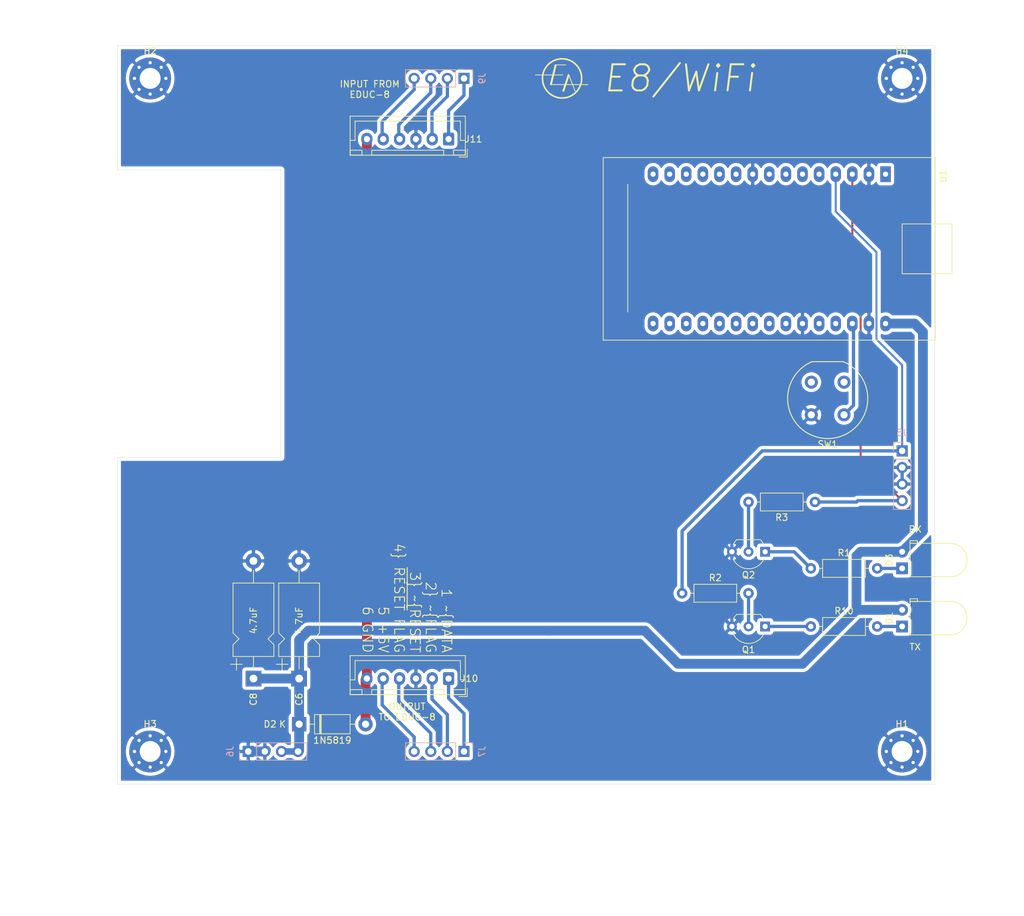
<source format=kicad_pcb>
(kicad_pcb (version 20171130) (host pcbnew "(5.1.10-1-10_14)")

  (general
    (thickness 1.6)
    (drawings 35)
    (tracks 80)
    (zones 0)
    (modules 24)
    (nets 43)
  )

  (page A4)
  (layers
    (0 F.Cu signal)
    (31 B.Cu signal)
    (32 B.Adhes user)
    (33 F.Adhes user)
    (34 B.Paste user)
    (35 F.Paste user)
    (36 B.SilkS user)
    (37 F.SilkS user)
    (38 B.Mask user)
    (39 F.Mask user)
    (40 Dwgs.User user)
    (41 Cmts.User user)
    (42 Eco1.User user)
    (43 Eco2.User user)
    (44 Edge.Cuts user)
    (45 Margin user)
    (46 B.CrtYd user)
    (47 F.CrtYd user)
    (48 B.Fab user)
    (49 F.Fab user)
  )

  (setup
    (last_trace_width 1.5)
    (user_trace_width 0.3)
    (user_trace_width 0.5)
    (user_trace_width 1)
    (user_trace_width 1.5)
    (trace_clearance 0.2)
    (zone_clearance 0.508)
    (zone_45_only no)
    (trace_min 0.2)
    (via_size 0.8)
    (via_drill 0.4)
    (via_min_size 0.4)
    (via_min_drill 0.3)
    (user_via 1.2 0.7)
    (uvia_size 0.3)
    (uvia_drill 0.1)
    (uvias_allowed no)
    (uvia_min_size 0.2)
    (uvia_min_drill 0.1)
    (edge_width 0.05)
    (segment_width 0.2)
    (pcb_text_width 0.3)
    (pcb_text_size 1.5 1.5)
    (mod_edge_width 0.12)
    (mod_text_size 1 1)
    (mod_text_width 0.15)
    (pad_size 1.524 1.524)
    (pad_drill 0.762)
    (pad_to_mask_clearance 0)
    (aux_axis_origin 0 0)
    (grid_origin 30 133)
    (visible_elements FFFFFF7F)
    (pcbplotparams
      (layerselection 0x010fc_ffffffff)
      (usegerberextensions false)
      (usegerberattributes true)
      (usegerberadvancedattributes true)
      (creategerberjobfile true)
      (excludeedgelayer true)
      (linewidth 0.100000)
      (plotframeref false)
      (viasonmask false)
      (mode 1)
      (useauxorigin false)
      (hpglpennumber 1)
      (hpglpenspeed 20)
      (hpglpendiameter 15.000000)
      (psnegative false)
      (psa4output false)
      (plotreference true)
      (plotvalue true)
      (plotinvisibletext false)
      (padsonsilk false)
      (subtractmaskfromsilk false)
      (outputformat 1)
      (mirror false)
      (drillshape 0)
      (scaleselection 1)
      (outputdirectory "Gerber/"))
  )

  (net 0 "")
  (net 1 "Net-(D1-Pad1)")
  (net 2 +5V)
  (net 3 GND)
  (net 4 RX)
  (net 5 TX)
  (net 6 rst)
  (net 7 flag)
  (net 8 data)
  (net 9 clock)
  (net 10 I_rst)
  (net 11 I_flag)
  (net 12 I_data)
  (net 13 I_clock)
  (net 14 "Net-(D2-Pad2)")
  (net 15 "Net-(U1-Pad10)")
  (net 16 "Net-(D3-Pad1)")
  (net 17 "Net-(Q1-Pad1)")
  (net 18 "Net-(Q1-Pad2)")
  (net 19 "Net-(Q2-Pad1)")
  (net 20 "Net-(Q2-Pad2)")
  (net 21 "Net-(U1-Pad12)")
  (net 22 "Net-(SW1-Pad1)")
  (net 23 "Net-(U1-Pad16)")
  (net 24 "Net-(U1-Pad15)")
  (net 25 "Net-(U1-Pad14)")
  (net 26 "Net-(U1-Pad13)")
  (net 27 "Net-(U1-Pad27)")
  (net 28 "Net-(U1-Pad11)")
  (net 29 "Net-(U1-Pad26)")
  (net 30 "Net-(U1-Pad24)")
  (net 31 "Net-(U1-Pad8)")
  (net 32 "Net-(U1-Pad23)")
  (net 33 "Net-(U1-Pad7)")
  (net 34 "Net-(U1-Pad22)")
  (net 35 "Net-(U1-Pad6)")
  (net 36 "Net-(U1-Pad21)")
  (net 37 "Net-(U1-Pad5)")
  (net 38 "Net-(U1-Pad20)")
  (net 39 "Net-(U1-Pad19)")
  (net 40 "Net-(U1-Pad18)")
  (net 41 "Net-(U1-Pad17)")
  (net 42 "Net-(U1-Pad1)")

  (net_class Default "This is the default net class."
    (clearance 0.2)
    (trace_width 0.25)
    (via_dia 0.8)
    (via_drill 0.4)
    (uvia_dia 0.3)
    (uvia_drill 0.1)
    (add_net +5V)
    (add_net GND)
    (add_net I_clock)
    (add_net I_data)
    (add_net I_flag)
    (add_net I_rst)
    (add_net "Net-(D1-Pad1)")
    (add_net "Net-(D2-Pad2)")
    (add_net "Net-(D3-Pad1)")
    (add_net "Net-(Q1-Pad1)")
    (add_net "Net-(Q1-Pad2)")
    (add_net "Net-(Q2-Pad1)")
    (add_net "Net-(Q2-Pad2)")
    (add_net "Net-(SW1-Pad1)")
    (add_net "Net-(U1-Pad1)")
    (add_net "Net-(U1-Pad10)")
    (add_net "Net-(U1-Pad11)")
    (add_net "Net-(U1-Pad12)")
    (add_net "Net-(U1-Pad13)")
    (add_net "Net-(U1-Pad14)")
    (add_net "Net-(U1-Pad15)")
    (add_net "Net-(U1-Pad16)")
    (add_net "Net-(U1-Pad17)")
    (add_net "Net-(U1-Pad18)")
    (add_net "Net-(U1-Pad19)")
    (add_net "Net-(U1-Pad20)")
    (add_net "Net-(U1-Pad21)")
    (add_net "Net-(U1-Pad22)")
    (add_net "Net-(U1-Pad23)")
    (add_net "Net-(U1-Pad24)")
    (add_net "Net-(U1-Pad26)")
    (add_net "Net-(U1-Pad27)")
    (add_net "Net-(U1-Pad5)")
    (add_net "Net-(U1-Pad6)")
    (add_net "Net-(U1-Pad7)")
    (add_net "Net-(U1-Pad8)")
    (add_net RX)
    (add_net TX)
    (add_net clock)
    (add_net data)
    (add_net flag)
    (add_net rst)
  )

  (module Connector_JST:JST_XH_B6B-XH-A_1x06_P2.50mm_Vertical (layer F.Cu) (tedit 5C28146C) (tstamp 60F42CE9)
    (at 80.645 34.29 180)
    (descr "JST XH series connector, B6B-XH-A (http://www.jst-mfg.com/product/pdf/eng/eXH.pdf), generated with kicad-footprint-generator")
    (tags "connector JST XH vertical")
    (path /6111F2B6)
    (fp_text reference J11 (at -3.81 0) (layer F.SilkS)
      (effects (font (size 1 1) (thickness 0.15)))
    )
    (fp_text value Conn_01x06_Male (at 6.35 4.08) (layer F.Fab)
      (effects (font (size 1 1) (thickness 0.15)))
    )
    (fp_text user %R (at 6.35 -2.22) (layer F.Fab)
      (effects (font (size 1 1) (thickness 0.15)))
    )
    (fp_line (start -2.45 -2.35) (end -2.45 3.4) (layer F.Fab) (width 0.1))
    (fp_line (start -2.45 3.4) (end 14.95 3.4) (layer F.Fab) (width 0.1))
    (fp_line (start 14.95 3.4) (end 14.95 -2.35) (layer F.Fab) (width 0.1))
    (fp_line (start 14.95 -2.35) (end -2.45 -2.35) (layer F.Fab) (width 0.1))
    (fp_line (start -2.56 -2.46) (end -2.56 3.51) (layer F.SilkS) (width 0.12))
    (fp_line (start -2.56 3.51) (end 15.06 3.51) (layer F.SilkS) (width 0.12))
    (fp_line (start 15.06 3.51) (end 15.06 -2.46) (layer F.SilkS) (width 0.12))
    (fp_line (start 15.06 -2.46) (end -2.56 -2.46) (layer F.SilkS) (width 0.12))
    (fp_line (start -2.95 -2.85) (end -2.95 3.9) (layer F.CrtYd) (width 0.05))
    (fp_line (start -2.95 3.9) (end 15.45 3.9) (layer F.CrtYd) (width 0.05))
    (fp_line (start 15.45 3.9) (end 15.45 -2.85) (layer F.CrtYd) (width 0.05))
    (fp_line (start 15.45 -2.85) (end -2.95 -2.85) (layer F.CrtYd) (width 0.05))
    (fp_line (start -0.625 -2.35) (end 0 -1.35) (layer F.Fab) (width 0.1))
    (fp_line (start 0 -1.35) (end 0.625 -2.35) (layer F.Fab) (width 0.1))
    (fp_line (start 0.75 -2.45) (end 0.75 -1.7) (layer F.SilkS) (width 0.12))
    (fp_line (start 0.75 -1.7) (end 11.75 -1.7) (layer F.SilkS) (width 0.12))
    (fp_line (start 11.75 -1.7) (end 11.75 -2.45) (layer F.SilkS) (width 0.12))
    (fp_line (start 11.75 -2.45) (end 0.75 -2.45) (layer F.SilkS) (width 0.12))
    (fp_line (start -2.55 -2.45) (end -2.55 -1.7) (layer F.SilkS) (width 0.12))
    (fp_line (start -2.55 -1.7) (end -0.75 -1.7) (layer F.SilkS) (width 0.12))
    (fp_line (start -0.75 -1.7) (end -0.75 -2.45) (layer F.SilkS) (width 0.12))
    (fp_line (start -0.75 -2.45) (end -2.55 -2.45) (layer F.SilkS) (width 0.12))
    (fp_line (start 13.25 -2.45) (end 13.25 -1.7) (layer F.SilkS) (width 0.12))
    (fp_line (start 13.25 -1.7) (end 15.05 -1.7) (layer F.SilkS) (width 0.12))
    (fp_line (start 15.05 -1.7) (end 15.05 -2.45) (layer F.SilkS) (width 0.12))
    (fp_line (start 15.05 -2.45) (end 13.25 -2.45) (layer F.SilkS) (width 0.12))
    (fp_line (start -2.55 -0.2) (end -1.8 -0.2) (layer F.SilkS) (width 0.12))
    (fp_line (start -1.8 -0.2) (end -1.8 2.75) (layer F.SilkS) (width 0.12))
    (fp_line (start -1.8 2.75) (end 6.25 2.75) (layer F.SilkS) (width 0.12))
    (fp_line (start 15.05 -0.2) (end 14.3 -0.2) (layer F.SilkS) (width 0.12))
    (fp_line (start 14.3 -0.2) (end 14.3 2.75) (layer F.SilkS) (width 0.12))
    (fp_line (start 14.3 2.75) (end 6.25 2.75) (layer F.SilkS) (width 0.12))
    (fp_line (start -1.6 -2.75) (end -2.85 -2.75) (layer F.SilkS) (width 0.12))
    (fp_line (start -2.85 -2.75) (end -2.85 -1.5) (layer F.SilkS) (width 0.12))
    (pad 6 thru_hole oval (at 12.5 0 180) (size 1.7 1.95) (drill 0.95) (layers *.Cu *.Mask)
      (net 14 "Net-(D2-Pad2)"))
    (pad 5 thru_hole oval (at 10 0 180) (size 1.7 1.95) (drill 0.95) (layers *.Cu *.Mask)
      (net 6 rst))
    (pad 4 thru_hole oval (at 7.5 0 180) (size 1.7 1.95) (drill 0.95) (layers *.Cu *.Mask)
      (net 7 flag))
    (pad 3 thru_hole oval (at 5 0 180) (size 1.7 1.95) (drill 0.95) (layers *.Cu *.Mask)
      (net 3 GND))
    (pad 2 thru_hole oval (at 2.5 0 180) (size 1.7 1.95) (drill 0.95) (layers *.Cu *.Mask)
      (net 8 data))
    (pad 1 thru_hole roundrect (at 0 0 180) (size 1.7 1.95) (drill 0.95) (layers *.Cu *.Mask) (roundrect_rratio 0.147059)
      (net 9 clock))
    (model ${KISYS3DMOD}/Connector_JST.3dshapes/JST_XH_B6B-XH-A_1x06_P2.50mm_Vertical.wrl
      (at (xyz 0 0 0))
      (scale (xyz 1 1 1))
      (rotate (xyz 0 0 0))
    )
  )

  (module Connector_JST:JST_XH_B6B-XH-A_1x06_P2.50mm_Vertical (layer F.Cu) (tedit 5C28146C) (tstamp 60F42CB5)
    (at 80.645 116.84 180)
    (descr "JST XH series connector, B6B-XH-A (http://www.jst-mfg.com/product/pdf/eng/eXH.pdf), generated with kicad-footprint-generator")
    (tags "connector JST XH vertical")
    (path /6111D85D)
    (fp_text reference J10 (at -3.175 0) (layer F.SilkS)
      (effects (font (size 1 1) (thickness 0.15)))
    )
    (fp_text value Conn_01x06_Male (at 6.35 4.08) (layer F.Fab)
      (effects (font (size 1 1) (thickness 0.15)))
    )
    (fp_text user %R (at 6.35 -2.22) (layer F.Fab)
      (effects (font (size 1 1) (thickness 0.15)))
    )
    (fp_line (start -2.45 -2.35) (end -2.45 3.4) (layer F.Fab) (width 0.1))
    (fp_line (start -2.45 3.4) (end 14.95 3.4) (layer F.Fab) (width 0.1))
    (fp_line (start 14.95 3.4) (end 14.95 -2.35) (layer F.Fab) (width 0.1))
    (fp_line (start 14.95 -2.35) (end -2.45 -2.35) (layer F.Fab) (width 0.1))
    (fp_line (start -2.56 -2.46) (end -2.56 3.51) (layer F.SilkS) (width 0.12))
    (fp_line (start -2.56 3.51) (end 15.06 3.51) (layer F.SilkS) (width 0.12))
    (fp_line (start 15.06 3.51) (end 15.06 -2.46) (layer F.SilkS) (width 0.12))
    (fp_line (start 15.06 -2.46) (end -2.56 -2.46) (layer F.SilkS) (width 0.12))
    (fp_line (start -2.95 -2.85) (end -2.95 3.9) (layer F.CrtYd) (width 0.05))
    (fp_line (start -2.95 3.9) (end 15.45 3.9) (layer F.CrtYd) (width 0.05))
    (fp_line (start 15.45 3.9) (end 15.45 -2.85) (layer F.CrtYd) (width 0.05))
    (fp_line (start 15.45 -2.85) (end -2.95 -2.85) (layer F.CrtYd) (width 0.05))
    (fp_line (start -0.625 -2.35) (end 0 -1.35) (layer F.Fab) (width 0.1))
    (fp_line (start 0 -1.35) (end 0.625 -2.35) (layer F.Fab) (width 0.1))
    (fp_line (start 0.75 -2.45) (end 0.75 -1.7) (layer F.SilkS) (width 0.12))
    (fp_line (start 0.75 -1.7) (end 11.75 -1.7) (layer F.SilkS) (width 0.12))
    (fp_line (start 11.75 -1.7) (end 11.75 -2.45) (layer F.SilkS) (width 0.12))
    (fp_line (start 11.75 -2.45) (end 0.75 -2.45) (layer F.SilkS) (width 0.12))
    (fp_line (start -2.55 -2.45) (end -2.55 -1.7) (layer F.SilkS) (width 0.12))
    (fp_line (start -2.55 -1.7) (end -0.75 -1.7) (layer F.SilkS) (width 0.12))
    (fp_line (start -0.75 -1.7) (end -0.75 -2.45) (layer F.SilkS) (width 0.12))
    (fp_line (start -0.75 -2.45) (end -2.55 -2.45) (layer F.SilkS) (width 0.12))
    (fp_line (start 13.25 -2.45) (end 13.25 -1.7) (layer F.SilkS) (width 0.12))
    (fp_line (start 13.25 -1.7) (end 15.05 -1.7) (layer F.SilkS) (width 0.12))
    (fp_line (start 15.05 -1.7) (end 15.05 -2.45) (layer F.SilkS) (width 0.12))
    (fp_line (start 15.05 -2.45) (end 13.25 -2.45) (layer F.SilkS) (width 0.12))
    (fp_line (start -2.55 -0.2) (end -1.8 -0.2) (layer F.SilkS) (width 0.12))
    (fp_line (start -1.8 -0.2) (end -1.8 2.75) (layer F.SilkS) (width 0.12))
    (fp_line (start -1.8 2.75) (end 6.25 2.75) (layer F.SilkS) (width 0.12))
    (fp_line (start 15.05 -0.2) (end 14.3 -0.2) (layer F.SilkS) (width 0.12))
    (fp_line (start 14.3 -0.2) (end 14.3 2.75) (layer F.SilkS) (width 0.12))
    (fp_line (start 14.3 2.75) (end 6.25 2.75) (layer F.SilkS) (width 0.12))
    (fp_line (start -1.6 -2.75) (end -2.85 -2.75) (layer F.SilkS) (width 0.12))
    (fp_line (start -2.85 -2.75) (end -2.85 -1.5) (layer F.SilkS) (width 0.12))
    (pad 6 thru_hole oval (at 12.5 0 180) (size 1.7 1.95) (drill 0.95) (layers *.Cu *.Mask)
      (net 14 "Net-(D2-Pad2)"))
    (pad 5 thru_hole oval (at 10 0 180) (size 1.7 1.95) (drill 0.95) (layers *.Cu *.Mask)
      (net 10 I_rst))
    (pad 4 thru_hole oval (at 7.5 0 180) (size 1.7 1.95) (drill 0.95) (layers *.Cu *.Mask)
      (net 11 I_flag))
    (pad 3 thru_hole oval (at 5 0 180) (size 1.7 1.95) (drill 0.95) (layers *.Cu *.Mask)
      (net 3 GND))
    (pad 2 thru_hole oval (at 2.5 0 180) (size 1.7 1.95) (drill 0.95) (layers *.Cu *.Mask)
      (net 12 I_data))
    (pad 1 thru_hole roundrect (at 0 0 180) (size 1.7 1.95) (drill 0.95) (layers *.Cu *.Mask) (roundrect_rratio 0.147059)
      (net 13 I_clock))
    (model ${KISYS3DMOD}/Connector_JST.3dshapes/JST_XH_B6B-XH-A_1x06_P2.50mm_Vertical.wrl
      (at (xyz 0 0 0))
      (scale (xyz 1 1 1))
      (rotate (xyz 0 0 0))
    )
  )

  (module Package_DIP:DIP-30_W22.86mm_LongPads (layer F.Cu) (tedit 6213770D) (tstamp 62142F2E)
    (at 147.475 39.655 270)
    (descr "32-lead though-hole mounted DIP package, row spacing 15.24 mm (600 mils), LongPads")
    (tags "THT DIP DIL PDIP 2.54mm 15.24mm 600mil LongPads")
    (path /622A35E1)
    (fp_text reference U1 (at 0.3 -8.8 90) (layer F.SilkS)
      (effects (font (size 1 1) (thickness 0.15)))
    )
    (fp_text value NodeMCU (at 7.62 40.43 90) (layer F.Fab)
      (effects (font (size 1 1) (thickness 0.15)))
    )
    (fp_line (start 25 -1.55) (end -1.5 -1.55) (layer F.CrtYd) (width 0.05))
    (fp_line (start 25 39.65) (end 25 -1.55) (layer F.CrtYd) (width 0.05))
    (fp_line (start -1.5 39.65) (end 25 39.65) (layer F.CrtYd) (width 0.05))
    (fp_line (start -1.5 -1.55) (end -1.5 39.65) (layer F.CrtYd) (width 0.05))
    (fp_line (start 1.56 39.43) (end 21.1 39.43) (layer F.SilkS) (width 0.12))
    (fp_line (start 0.255 -0.27) (end 1.255 -1.27) (layer F.Fab) (width 0.1))
    (fp_line (start 0.255 39.37) (end 0.255 -0.27) (layer F.Fab) (width 0.1))
    (fp_line (start 22.9 39.37) (end 0.255 39.37) (layer F.Fab) (width 0.1))
    (fp_line (start 22.9 -1.27) (end 22.9 39.37) (layer F.Fab) (width 0.1))
    (fp_line (start 1.255 -1.27) (end 22.9 -1.3) (layer F.Fab) (width 0.1))
    (fp_line (start -2.54 -7.62) (end 25.4 -7.62) (layer F.SilkS) (width 0.12))
    (fp_line (start 25.4 -7.62) (end 25.4 43.18) (layer F.SilkS) (width 0.12))
    (fp_line (start 25.4 43.18) (end -2.54 43.18) (layer F.SilkS) (width 0.12))
    (fp_line (start -2.54 43.18) (end -2.54 -7.62) (layer F.SilkS) (width 0.12))
    (fp_line (start 7.62 -7.62) (end 7.62 -10.16) (layer F.SilkS) (width 0.12))
    (fp_line (start 7.62 -10.16) (end 15.24 -10.16) (layer F.SilkS) (width 0.12))
    (fp_line (start 15.24 -10.16) (end 15.24 -2.54) (layer F.SilkS) (width 0.12))
    (fp_line (start 15.24 -2.54) (end 7.62 -2.54) (layer F.SilkS) (width 0.12))
    (fp_line (start 7.62 -2.54) (end 7.62 -7.62) (layer F.SilkS) (width 0.12))
    (fp_text user %R (at 7.62 19.05 90) (layer F.Fab)
      (effects (font (size 1 1) (thickness 0.15)))
    )
    (pad 16 thru_hole oval (at 22.86 35.56 270) (size 2.4 1.6) (drill 0.8) (layers *.Cu *.Mask)
      (net 23 "Net-(U1-Pad16)"))
    (pad 15 thru_hole oval (at 0 35.56 270) (size 2.4 1.6) (drill 0.8) (layers *.Cu *.Mask)
      (net 24 "Net-(U1-Pad15)"))
    (pad 30 thru_hole oval (at 22.86 0 270) (size 2.4 1.6) (drill 0.8) (layers *.Cu *.Mask)
      (net 2 +5V))
    (pad 14 thru_hole oval (at 0 33.02 270) (size 2.4 1.6) (drill 0.8) (layers *.Cu *.Mask)
      (net 25 "Net-(U1-Pad14)"))
    (pad 29 thru_hole oval (at 22.86 2.54 270) (size 2.4 1.6) (drill 0.8) (layers *.Cu *.Mask)
      (net 3 GND))
    (pad 13 thru_hole oval (at 0 30.48 270) (size 2.4 1.6) (drill 0.8) (layers *.Cu *.Mask)
      (net 26 "Net-(U1-Pad13)"))
    (pad 28 thru_hole oval (at 22.86 5.08 270) (size 2.4 1.6) (drill 0.8) (layers *.Cu *.Mask)
      (net 22 "Net-(SW1-Pad1)"))
    (pad 12 thru_hole oval (at 0 27.94 270) (size 2.4 1.6) (drill 0.8) (layers *.Cu *.Mask)
      (net 21 "Net-(U1-Pad12)"))
    (pad 27 thru_hole oval (at 22.86 7.62 270) (size 2.4 1.6) (drill 0.8) (layers *.Cu *.Mask)
      (net 27 "Net-(U1-Pad27)"))
    (pad 11 thru_hole oval (at 0 25.4 270) (size 2.4 1.6) (drill 0.8) (layers *.Cu *.Mask)
      (net 28 "Net-(U1-Pad11)"))
    (pad 26 thru_hole oval (at 22.86 10.16 270) (size 2.4 1.6) (drill 0.8) (layers *.Cu *.Mask)
      (net 29 "Net-(U1-Pad26)"))
    (pad 10 thru_hole oval (at 0 22.86 270) (size 2.4 1.6) (drill 0.8) (layers *.Cu *.Mask)
      (net 15 "Net-(U1-Pad10)"))
    (pad 25 thru_hole oval (at 22.86 12.7 270) (size 2.4 1.6) (drill 0.8) (layers *.Cu *.Mask)
      (net 3 GND))
    (pad 9 thru_hole oval (at 0 20.32 270) (size 2.4 1.6) (drill 0.8) (layers *.Cu *.Mask)
      (net 3 GND))
    (pad 24 thru_hole oval (at 22.86 15.24 270) (size 2.4 1.6) (drill 0.8) (layers *.Cu *.Mask)
      (net 30 "Net-(U1-Pad24)"))
    (pad 8 thru_hole oval (at 0 17.78 270) (size 2.4 1.6) (drill 0.8) (layers *.Cu *.Mask)
      (net 31 "Net-(U1-Pad8)"))
    (pad 23 thru_hole oval (at 22.86 17.78 270) (size 2.4 1.6) (drill 0.8) (layers *.Cu *.Mask)
      (net 32 "Net-(U1-Pad23)"))
    (pad 7 thru_hole oval (at 0 15.24 270) (size 2.4 1.6) (drill 0.8) (layers *.Cu *.Mask)
      (net 33 "Net-(U1-Pad7)"))
    (pad 22 thru_hole oval (at 22.86 20.32 270) (size 2.4 1.6) (drill 0.8) (layers *.Cu *.Mask)
      (net 34 "Net-(U1-Pad22)"))
    (pad 6 thru_hole oval (at 0 12.7 270) (size 2.4 1.6) (drill 0.8) (layers *.Cu *.Mask)
      (net 35 "Net-(U1-Pad6)"))
    (pad 21 thru_hole oval (at 22.86 22.86 270) (size 2.4 1.6) (drill 0.8) (layers *.Cu *.Mask)
      (net 36 "Net-(U1-Pad21)"))
    (pad 5 thru_hole oval (at 0 10.16 270) (size 2.4 1.6) (drill 0.8) (layers *.Cu *.Mask)
      (net 37 "Net-(U1-Pad5)"))
    (pad 20 thru_hole oval (at 22.86 25.4 270) (size 2.4 1.6) (drill 0.8) (layers *.Cu *.Mask)
      (net 38 "Net-(U1-Pad20)"))
    (pad 4 thru_hole oval (at 0 7.62 270) (size 2.4 1.6) (drill 0.8) (layers *.Cu *.Mask)
      (net 5 TX))
    (pad 19 thru_hole oval (at 22.86 27.94 270) (size 2.4 1.6) (drill 0.8) (layers *.Cu *.Mask)
      (net 39 "Net-(U1-Pad19)"))
    (pad 3 thru_hole oval (at 0 5.08 270) (size 2.4 1.6) (drill 0.8) (layers *.Cu *.Mask)
      (net 4 RX))
    (pad 18 thru_hole oval (at 22.86 30.48 270) (size 2.4 1.6) (drill 0.8) (layers *.Cu *.Mask)
      (net 40 "Net-(U1-Pad18)"))
    (pad 2 thru_hole oval (at 0 2.54 270) (size 2.4 1.6) (drill 0.8) (layers *.Cu *.Mask)
      (net 3 GND))
    (pad 17 thru_hole oval (at 22.86 33.02 270) (size 2.4 1.6) (drill 0.8) (layers *.Cu *.Mask)
      (net 41 "Net-(U1-Pad17)"))
    (pad 1 thru_hole rect (at 0 0 270) (size 2.4 1.6) (drill 0.8) (layers *.Cu *.Mask)
      (net 42 "Net-(U1-Pad1)"))
    (model "${KIPRJMOD}/nodemcu-lua-wifi-esp8266-1/ESP8266 v7.stp"
      (offset (xyz 23.75 6.25 2.5))
      (scale (xyz 1 1 1))
      (rotate (xyz -90 0 -180))
    )
  )

  (module Button_Switch_THT:Push_E-Switch_KS01Q01 (layer F.Cu) (tedit 5A02FE31) (tstamp 62142EF8)
    (at 141.125 76.485 180)
    (descr "E-Switch KS01Q01 http://spec_sheets.e-switch.com/specs/29-KS01Q01.pdf")
    (tags "Push Button")
    (path /622B2AFA)
    (fp_text reference SW1 (at 2.5 -4.5) (layer F.SilkS)
      (effects (font (size 1 1) (thickness 0.15)))
    )
    (fp_text value SW_Push (at 2.5 9.5) (layer F.Fab)
      (effects (font (size 1 1) (thickness 0.15)))
    )
    (fp_line (start 4.89 8.14) (end 0.11 8.14) (layer F.SilkS) (width 0.15))
    (fp_line (start 0.11 8) (end 4.89 8) (layer F.Fab) (width 0.1))
    (fp_line (start 0.04 8.39) (end 5.06 8.39) (layer F.CrtYd) (width 0.05))
    (fp_arc (start 2.5 2.5) (end 0.11 8.14) (angle 314) (layer F.SilkS) (width 0.15))
    (fp_text user %R (at 2.5 2.5) (layer F.Fab)
      (effects (font (size 1 1) (thickness 0.15)))
    )
    (fp_arc (start 2.5 2.5) (end 0.11 8) (angle 313) (layer F.Fab) (width 0.1))
    (fp_arc (start 2.55 2.5) (end 0.04 8.39) (angle 313.8378348) (layer F.CrtYd) (width 0.05))
    (pad 3 thru_hole circle (at 0 5 180) (size 2 2) (drill 1.1) (layers *.Cu *.Mask))
    (pad 4 thru_hole circle (at 5 5 180) (size 2 2) (drill 1.1) (layers *.Cu *.Mask))
    (pad 2 thru_hole circle (at 5 0 180) (size 2 2) (drill 1.1) (layers *.Cu *.Mask)
      (net 3 GND))
    (pad 1 thru_hole circle (at 0 0 180) (size 2 2) (drill 1.1) (layers *.Cu *.Mask)
      (net 22 "Net-(SW1-Pad1)"))
    (model ${KISYS3DMOD}/Button_Switch_THT.3dshapes/Push_E-Switch_KS01Q01.wrl
      (at (xyz 0 0 0))
      (scale (xyz 1 1 1))
      (rotate (xyz 0 0 0))
    )
  )

  (module Resistor_THT:R_Axial_DIN0207_L6.3mm_D2.5mm_P10.16mm_Horizontal (layer F.Cu) (tedit 5AE5139B) (tstamp 60F413ED)
    (at 136.045 108.87)
    (descr "Resistor, Axial_DIN0207 series, Axial, Horizontal, pin pitch=10.16mm, 0.25W = 1/4W, length*diameter=6.3*2.5mm^2, http://cdn-reichelt.de/documents/datenblatt/B400/1_4W%23YAG.pdf")
    (tags "Resistor Axial_DIN0207 series Axial Horizontal pin pitch 10.16mm 0.25W = 1/4W length 6.3mm diameter 2.5mm")
    (path /6106BE6B)
    (fp_text reference R10 (at 5.08 -2.37) (layer F.SilkS)
      (effects (font (size 1 1) (thickness 0.15)))
    )
    (fp_text value 180R (at 5.08 2.37) (layer F.Fab)
      (effects (font (size 1 1) (thickness 0.15)))
    )
    (fp_line (start 11.21 -1.5) (end -1.05 -1.5) (layer F.CrtYd) (width 0.05))
    (fp_line (start 11.21 1.5) (end 11.21 -1.5) (layer F.CrtYd) (width 0.05))
    (fp_line (start -1.05 1.5) (end 11.21 1.5) (layer F.CrtYd) (width 0.05))
    (fp_line (start -1.05 -1.5) (end -1.05 1.5) (layer F.CrtYd) (width 0.05))
    (fp_line (start 9.12 0) (end 8.35 0) (layer F.SilkS) (width 0.12))
    (fp_line (start 1.04 0) (end 1.81 0) (layer F.SilkS) (width 0.12))
    (fp_line (start 8.35 -1.37) (end 1.81 -1.37) (layer F.SilkS) (width 0.12))
    (fp_line (start 8.35 1.37) (end 8.35 -1.37) (layer F.SilkS) (width 0.12))
    (fp_line (start 1.81 1.37) (end 8.35 1.37) (layer F.SilkS) (width 0.12))
    (fp_line (start 1.81 -1.37) (end 1.81 1.37) (layer F.SilkS) (width 0.12))
    (fp_line (start 10.16 0) (end 8.23 0) (layer F.Fab) (width 0.1))
    (fp_line (start 0 0) (end 1.93 0) (layer F.Fab) (width 0.1))
    (fp_line (start 8.23 -1.25) (end 1.93 -1.25) (layer F.Fab) (width 0.1))
    (fp_line (start 8.23 1.25) (end 8.23 -1.25) (layer F.Fab) (width 0.1))
    (fp_line (start 1.93 1.25) (end 8.23 1.25) (layer F.Fab) (width 0.1))
    (fp_line (start 1.93 -1.25) (end 1.93 1.25) (layer F.Fab) (width 0.1))
    (fp_text user %R (at 5.08 0) (layer F.Fab)
      (effects (font (size 1 1) (thickness 0.15)))
    )
    (pad 2 thru_hole oval (at 10.16 0) (size 1.6 1.6) (drill 0.8) (layers *.Cu *.Mask)
      (net 1 "Net-(D1-Pad1)"))
    (pad 1 thru_hole circle (at 0 0) (size 1.6 1.6) (drill 0.8) (layers *.Cu *.Mask)
      (net 17 "Net-(Q1-Pad1)"))
    (model ${KISYS3DMOD}/Resistor_THT.3dshapes/R_Axial_DIN0207_L6.3mm_D2.5mm_P10.16mm_Horizontal.wrl
      (at (xyz 0 0 0))
      (scale (xyz 1 1 1))
      (rotate (xyz 0 0 0))
    )
  )

  (module Resistor_THT:R_Axial_DIN0207_L6.3mm_D2.5mm_P10.16mm_Horizontal (layer F.Cu) (tedit 5AE5139B) (tstamp 60F413D6)
    (at 136.68 89.82 180)
    (descr "Resistor, Axial_DIN0207 series, Axial, Horizontal, pin pitch=10.16mm, 0.25W = 1/4W, length*diameter=6.3*2.5mm^2, http://cdn-reichelt.de/documents/datenblatt/B400/1_4W%23YAG.pdf")
    (tags "Resistor Axial_DIN0207 series Axial Horizontal pin pitch 10.16mm 0.25W = 1/4W length 6.3mm diameter 2.5mm")
    (path /61010B00)
    (fp_text reference R3 (at 5.08 -2.37) (layer F.SilkS)
      (effects (font (size 1 1) (thickness 0.15)))
    )
    (fp_text value 4k7 (at 5.08 2.37) (layer F.Fab)
      (effects (font (size 1 1) (thickness 0.15)))
    )
    (fp_line (start 11.21 -1.5) (end -1.05 -1.5) (layer F.CrtYd) (width 0.05))
    (fp_line (start 11.21 1.5) (end 11.21 -1.5) (layer F.CrtYd) (width 0.05))
    (fp_line (start -1.05 1.5) (end 11.21 1.5) (layer F.CrtYd) (width 0.05))
    (fp_line (start -1.05 -1.5) (end -1.05 1.5) (layer F.CrtYd) (width 0.05))
    (fp_line (start 9.12 0) (end 8.35 0) (layer F.SilkS) (width 0.12))
    (fp_line (start 1.04 0) (end 1.81 0) (layer F.SilkS) (width 0.12))
    (fp_line (start 8.35 -1.37) (end 1.81 -1.37) (layer F.SilkS) (width 0.12))
    (fp_line (start 8.35 1.37) (end 8.35 -1.37) (layer F.SilkS) (width 0.12))
    (fp_line (start 1.81 1.37) (end 8.35 1.37) (layer F.SilkS) (width 0.12))
    (fp_line (start 1.81 -1.37) (end 1.81 1.37) (layer F.SilkS) (width 0.12))
    (fp_line (start 10.16 0) (end 8.23 0) (layer F.Fab) (width 0.1))
    (fp_line (start 0 0) (end 1.93 0) (layer F.Fab) (width 0.1))
    (fp_line (start 8.23 -1.25) (end 1.93 -1.25) (layer F.Fab) (width 0.1))
    (fp_line (start 8.23 1.25) (end 8.23 -1.25) (layer F.Fab) (width 0.1))
    (fp_line (start 1.93 1.25) (end 8.23 1.25) (layer F.Fab) (width 0.1))
    (fp_line (start 1.93 -1.25) (end 1.93 1.25) (layer F.Fab) (width 0.1))
    (fp_text user %R (at 5.08 0) (layer F.Fab)
      (effects (font (size 1 1) (thickness 0.15)))
    )
    (pad 2 thru_hole oval (at 10.16 0 180) (size 1.6 1.6) (drill 0.8) (layers *.Cu *.Mask)
      (net 20 "Net-(Q2-Pad2)"))
    (pad 1 thru_hole circle (at 0 0 180) (size 1.6 1.6) (drill 0.8) (layers *.Cu *.Mask)
      (net 4 RX))
    (model ${KISYS3DMOD}/Resistor_THT.3dshapes/R_Axial_DIN0207_L6.3mm_D2.5mm_P10.16mm_Horizontal.wrl
      (at (xyz 0 0 0))
      (scale (xyz 1 1 1))
      (rotate (xyz 0 0 0))
    )
  )

  (module Resistor_THT:R_Axial_DIN0207_L6.3mm_D2.5mm_P10.16mm_Horizontal (layer F.Cu) (tedit 5AE5139B) (tstamp 60F413BF)
    (at 116.36 103.79)
    (descr "Resistor, Axial_DIN0207 series, Axial, Horizontal, pin pitch=10.16mm, 0.25W = 1/4W, length*diameter=6.3*2.5mm^2, http://cdn-reichelt.de/documents/datenblatt/B400/1_4W%23YAG.pdf")
    (tags "Resistor Axial_DIN0207 series Axial Horizontal pin pitch 10.16mm 0.25W = 1/4W length 6.3mm diameter 2.5mm")
    (path /6100E333)
    (fp_text reference R2 (at 5.08 -2.37) (layer F.SilkS)
      (effects (font (size 1 1) (thickness 0.15)))
    )
    (fp_text value 4k7 (at 5.08 2.37) (layer F.Fab)
      (effects (font (size 1 1) (thickness 0.15)))
    )
    (fp_line (start 11.21 -1.5) (end -1.05 -1.5) (layer F.CrtYd) (width 0.05))
    (fp_line (start 11.21 1.5) (end 11.21 -1.5) (layer F.CrtYd) (width 0.05))
    (fp_line (start -1.05 1.5) (end 11.21 1.5) (layer F.CrtYd) (width 0.05))
    (fp_line (start -1.05 -1.5) (end -1.05 1.5) (layer F.CrtYd) (width 0.05))
    (fp_line (start 9.12 0) (end 8.35 0) (layer F.SilkS) (width 0.12))
    (fp_line (start 1.04 0) (end 1.81 0) (layer F.SilkS) (width 0.12))
    (fp_line (start 8.35 -1.37) (end 1.81 -1.37) (layer F.SilkS) (width 0.12))
    (fp_line (start 8.35 1.37) (end 8.35 -1.37) (layer F.SilkS) (width 0.12))
    (fp_line (start 1.81 1.37) (end 8.35 1.37) (layer F.SilkS) (width 0.12))
    (fp_line (start 1.81 -1.37) (end 1.81 1.37) (layer F.SilkS) (width 0.12))
    (fp_line (start 10.16 0) (end 8.23 0) (layer F.Fab) (width 0.1))
    (fp_line (start 0 0) (end 1.93 0) (layer F.Fab) (width 0.1))
    (fp_line (start 8.23 -1.25) (end 1.93 -1.25) (layer F.Fab) (width 0.1))
    (fp_line (start 8.23 1.25) (end 8.23 -1.25) (layer F.Fab) (width 0.1))
    (fp_line (start 1.93 1.25) (end 8.23 1.25) (layer F.Fab) (width 0.1))
    (fp_line (start 1.93 -1.25) (end 1.93 1.25) (layer F.Fab) (width 0.1))
    (fp_text user %R (at 5.08 0) (layer F.Fab)
      (effects (font (size 1 1) (thickness 0.15)))
    )
    (pad 2 thru_hole oval (at 10.16 0) (size 1.6 1.6) (drill 0.8) (layers *.Cu *.Mask)
      (net 18 "Net-(Q1-Pad2)"))
    (pad 1 thru_hole circle (at 0 0) (size 1.6 1.6) (drill 0.8) (layers *.Cu *.Mask)
      (net 5 TX))
    (model ${KISYS3DMOD}/Resistor_THT.3dshapes/R_Axial_DIN0207_L6.3mm_D2.5mm_P10.16mm_Horizontal.wrl
      (at (xyz 0 0 0))
      (scale (xyz 1 1 1))
      (rotate (xyz 0 0 0))
    )
  )

  (module Resistor_THT:R_Axial_DIN0207_L6.3mm_D2.5mm_P10.16mm_Horizontal (layer F.Cu) (tedit 5AE5139B) (tstamp 60F413A8)
    (at 136.045 99.98)
    (descr "Resistor, Axial_DIN0207 series, Axial, Horizontal, pin pitch=10.16mm, 0.25W = 1/4W, length*diameter=6.3*2.5mm^2, http://cdn-reichelt.de/documents/datenblatt/B400/1_4W%23YAG.pdf")
    (tags "Resistor Axial_DIN0207 series Axial Horizontal pin pitch 10.16mm 0.25W = 1/4W length 6.3mm diameter 2.5mm")
    (path /61010ADF)
    (fp_text reference R1 (at 5.08 -2.37) (layer F.SilkS)
      (effects (font (size 1 1) (thickness 0.15)))
    )
    (fp_text value 180R (at 5.08 2.37) (layer F.Fab)
      (effects (font (size 1 1) (thickness 0.15)))
    )
    (fp_line (start 11.21 -1.5) (end -1.05 -1.5) (layer F.CrtYd) (width 0.05))
    (fp_line (start 11.21 1.5) (end 11.21 -1.5) (layer F.CrtYd) (width 0.05))
    (fp_line (start -1.05 1.5) (end 11.21 1.5) (layer F.CrtYd) (width 0.05))
    (fp_line (start -1.05 -1.5) (end -1.05 1.5) (layer F.CrtYd) (width 0.05))
    (fp_line (start 9.12 0) (end 8.35 0) (layer F.SilkS) (width 0.12))
    (fp_line (start 1.04 0) (end 1.81 0) (layer F.SilkS) (width 0.12))
    (fp_line (start 8.35 -1.37) (end 1.81 -1.37) (layer F.SilkS) (width 0.12))
    (fp_line (start 8.35 1.37) (end 8.35 -1.37) (layer F.SilkS) (width 0.12))
    (fp_line (start 1.81 1.37) (end 8.35 1.37) (layer F.SilkS) (width 0.12))
    (fp_line (start 1.81 -1.37) (end 1.81 1.37) (layer F.SilkS) (width 0.12))
    (fp_line (start 10.16 0) (end 8.23 0) (layer F.Fab) (width 0.1))
    (fp_line (start 0 0) (end 1.93 0) (layer F.Fab) (width 0.1))
    (fp_line (start 8.23 -1.25) (end 1.93 -1.25) (layer F.Fab) (width 0.1))
    (fp_line (start 8.23 1.25) (end 8.23 -1.25) (layer F.Fab) (width 0.1))
    (fp_line (start 1.93 1.25) (end 8.23 1.25) (layer F.Fab) (width 0.1))
    (fp_line (start 1.93 -1.25) (end 1.93 1.25) (layer F.Fab) (width 0.1))
    (fp_text user %R (at 5.08 0) (layer F.Fab)
      (effects (font (size 1 1) (thickness 0.15)))
    )
    (pad 2 thru_hole oval (at 10.16 0) (size 1.6 1.6) (drill 0.8) (layers *.Cu *.Mask)
      (net 16 "Net-(D3-Pad1)"))
    (pad 1 thru_hole circle (at 0 0) (size 1.6 1.6) (drill 0.8) (layers *.Cu *.Mask)
      (net 19 "Net-(Q2-Pad1)"))
    (model ${KISYS3DMOD}/Resistor_THT.3dshapes/R_Axial_DIN0207_L6.3mm_D2.5mm_P10.16mm_Horizontal.wrl
      (at (xyz 0 0 0))
      (scale (xyz 1 1 1))
      (rotate (xyz 0 0 0))
    )
  )

  (module Package_TO_SOT_THT:TO-92_Inline_Wide (layer F.Cu) (tedit 5A02FF81) (tstamp 60F41391)
    (at 129.06 97.44 180)
    (descr "TO-92 leads in-line, wide, drill 0.75mm (see NXP sot054_po.pdf)")
    (tags "to-92 sc-43 sc-43a sot54 PA33 transistor")
    (path /61010AF4)
    (fp_text reference Q2 (at 2.54 -3.56) (layer F.SilkS)
      (effects (font (size 1 1) (thickness 0.15)))
    )
    (fp_text value BC548 (at 2.54 2.79) (layer F.Fab)
      (effects (font (size 1 1) (thickness 0.15)))
    )
    (fp_line (start 6.09 2.01) (end -1.01 2.01) (layer F.CrtYd) (width 0.05))
    (fp_line (start 6.09 2.01) (end 6.09 -2.73) (layer F.CrtYd) (width 0.05))
    (fp_line (start -1.01 -2.73) (end -1.01 2.01) (layer F.CrtYd) (width 0.05))
    (fp_line (start -1.01 -2.73) (end 6.09 -2.73) (layer F.CrtYd) (width 0.05))
    (fp_line (start 0.8 1.75) (end 4.3 1.75) (layer F.Fab) (width 0.1))
    (fp_line (start 0.74 1.85) (end 4.34 1.85) (layer F.SilkS) (width 0.12))
    (fp_arc (start 2.54 0) (end 4.34 1.85) (angle -20) (layer F.SilkS) (width 0.12))
    (fp_arc (start 2.54 0) (end 2.54 -2.48) (angle -135) (layer F.Fab) (width 0.1))
    (fp_arc (start 2.54 0) (end 2.54 -2.48) (angle 135) (layer F.Fab) (width 0.1))
    (fp_arc (start 2.54 0) (end 2.54 -2.6) (angle 65) (layer F.SilkS) (width 0.12))
    (fp_arc (start 2.54 0) (end 2.54 -2.6) (angle -65) (layer F.SilkS) (width 0.12))
    (fp_arc (start 2.54 0) (end 0.74 1.85) (angle 20) (layer F.SilkS) (width 0.12))
    (fp_text user %R (at 2.54 0) (layer F.Fab)
      (effects (font (size 1 1) (thickness 0.15)))
    )
    (pad 1 thru_hole rect (at 0 0 180) (size 1.5 1.5) (drill 0.8) (layers *.Cu *.Mask)
      (net 19 "Net-(Q2-Pad1)"))
    (pad 3 thru_hole circle (at 5.08 0 180) (size 1.5 1.5) (drill 0.8) (layers *.Cu *.Mask)
      (net 3 GND))
    (pad 2 thru_hole circle (at 2.54 0 180) (size 1.5 1.5) (drill 0.8) (layers *.Cu *.Mask)
      (net 20 "Net-(Q2-Pad2)"))
    (model ${KISYS3DMOD}/Package_TO_SOT_THT.3dshapes/TO-92_Inline_Wide.wrl
      (at (xyz 0 0 0))
      (scale (xyz 1 1 1))
      (rotate (xyz 0 0 0))
    )
  )

  (module Package_TO_SOT_THT:TO-92_Inline_Wide (layer F.Cu) (tedit 5A02FF81) (tstamp 60F4137D)
    (at 129.06 108.87 180)
    (descr "TO-92 leads in-line, wide, drill 0.75mm (see NXP sot054_po.pdf)")
    (tags "to-92 sc-43 sc-43a sot54 PA33 transistor")
    (path /60FF9B1D)
    (fp_text reference Q1 (at 2.54 -3.56) (layer F.SilkS)
      (effects (font (size 1 1) (thickness 0.15)))
    )
    (fp_text value BC548 (at 2.54 2.79) (layer F.Fab)
      (effects (font (size 1 1) (thickness 0.15)))
    )
    (fp_line (start 6.09 2.01) (end -1.01 2.01) (layer F.CrtYd) (width 0.05))
    (fp_line (start 6.09 2.01) (end 6.09 -2.73) (layer F.CrtYd) (width 0.05))
    (fp_line (start -1.01 -2.73) (end -1.01 2.01) (layer F.CrtYd) (width 0.05))
    (fp_line (start -1.01 -2.73) (end 6.09 -2.73) (layer F.CrtYd) (width 0.05))
    (fp_line (start 0.8 1.75) (end 4.3 1.75) (layer F.Fab) (width 0.1))
    (fp_line (start 0.74 1.85) (end 4.34 1.85) (layer F.SilkS) (width 0.12))
    (fp_arc (start 2.54 0) (end 4.34 1.85) (angle -20) (layer F.SilkS) (width 0.12))
    (fp_arc (start 2.54 0) (end 2.54 -2.48) (angle -135) (layer F.Fab) (width 0.1))
    (fp_arc (start 2.54 0) (end 2.54 -2.48) (angle 135) (layer F.Fab) (width 0.1))
    (fp_arc (start 2.54 0) (end 2.54 -2.6) (angle 65) (layer F.SilkS) (width 0.12))
    (fp_arc (start 2.54 0) (end 2.54 -2.6) (angle -65) (layer F.SilkS) (width 0.12))
    (fp_arc (start 2.54 0) (end 0.74 1.85) (angle 20) (layer F.SilkS) (width 0.12))
    (fp_text user %R (at 2.54 0) (layer F.Fab)
      (effects (font (size 1 1) (thickness 0.15)))
    )
    (pad 1 thru_hole rect (at 0 0 180) (size 1.5 1.5) (drill 0.8) (layers *.Cu *.Mask)
      (net 17 "Net-(Q1-Pad1)"))
    (pad 3 thru_hole circle (at 5.08 0 180) (size 1.5 1.5) (drill 0.8) (layers *.Cu *.Mask)
      (net 3 GND))
    (pad 2 thru_hole circle (at 2.54 0 180) (size 1.5 1.5) (drill 0.8) (layers *.Cu *.Mask)
      (net 18 "Net-(Q1-Pad2)"))
    (model ${KISYS3DMOD}/Package_TO_SOT_THT.3dshapes/TO-92_Inline_Wide.wrl
      (at (xyz 0 0 0))
      (scale (xyz 1 1 1))
      (rotate (xyz 0 0 0))
    )
  )

  (module LED_THT:LED_D5.0mm_Horizontal_O1.27mm_Z3.0mm (layer F.Cu) (tedit 5880A862) (tstamp 60F41107)
    (at 150.015 99.98 90)
    (descr "LED, diameter 5.0mm z-position of LED center 3.0mm, 2 pins")
    (tags "LED diameter 5.0mm z-position of LED center 3.0mm 2 pins")
    (path /61010AE7)
    (fp_text reference D3 (at 1.27 -1.96 90) (layer F.SilkS)
      (effects (font (size 1 1) (thickness 0.15)))
    )
    (fp_text value LED (at 1.27 10.93 90) (layer F.Fab)
      (effects (font (size 1 1) (thickness 0.15)))
    )
    (fp_line (start 4.5 -1.25) (end -1.95 -1.25) (layer F.CrtYd) (width 0.05))
    (fp_line (start 4.5 10.2) (end 4.5 -1.25) (layer F.CrtYd) (width 0.05))
    (fp_line (start -1.95 10.2) (end 4.5 10.2) (layer F.CrtYd) (width 0.05))
    (fp_line (start -1.95 -1.25) (end -1.95 10.2) (layer F.CrtYd) (width 0.05))
    (fp_line (start 2.54 1.08) (end 2.54 1.08) (layer F.SilkS) (width 0.12))
    (fp_line (start 2.54 1.21) (end 2.54 1.08) (layer F.SilkS) (width 0.12))
    (fp_line (start 2.54 1.21) (end 2.54 1.21) (layer F.SilkS) (width 0.12))
    (fp_line (start 2.54 1.08) (end 2.54 1.21) (layer F.SilkS) (width 0.12))
    (fp_line (start 0 1.08) (end 0 1.08) (layer F.SilkS) (width 0.12))
    (fp_line (start 0 1.21) (end 0 1.08) (layer F.SilkS) (width 0.12))
    (fp_line (start 0 1.21) (end 0 1.21) (layer F.SilkS) (width 0.12))
    (fp_line (start 0 1.08) (end 0 1.21) (layer F.SilkS) (width 0.12))
    (fp_line (start 3.83 1.21) (end 4.23 1.21) (layer F.SilkS) (width 0.12))
    (fp_line (start 3.83 2.33) (end 3.83 1.21) (layer F.SilkS) (width 0.12))
    (fp_line (start 4.23 2.33) (end 3.83 2.33) (layer F.SilkS) (width 0.12))
    (fp_line (start 4.23 1.21) (end 4.23 2.33) (layer F.SilkS) (width 0.12))
    (fp_line (start -1.29 1.21) (end 3.83 1.21) (layer F.SilkS) (width 0.12))
    (fp_line (start 3.83 1.21) (end 3.83 7.37) (layer F.SilkS) (width 0.12))
    (fp_line (start -1.29 1.21) (end -1.29 7.37) (layer F.SilkS) (width 0.12))
    (fp_line (start 2.54 0) (end 2.54 0) (layer F.Fab) (width 0.1))
    (fp_line (start 2.54 1.27) (end 2.54 0) (layer F.Fab) (width 0.1))
    (fp_line (start 2.54 1.27) (end 2.54 1.27) (layer F.Fab) (width 0.1))
    (fp_line (start 2.54 0) (end 2.54 1.27) (layer F.Fab) (width 0.1))
    (fp_line (start 0 0) (end 0 0) (layer F.Fab) (width 0.1))
    (fp_line (start 0 1.27) (end 0 0) (layer F.Fab) (width 0.1))
    (fp_line (start 0 1.27) (end 0 1.27) (layer F.Fab) (width 0.1))
    (fp_line (start 0 0) (end 0 1.27) (layer F.Fab) (width 0.1))
    (fp_line (start 3.77 1.27) (end 4.17 1.27) (layer F.Fab) (width 0.1))
    (fp_line (start 3.77 2.27) (end 3.77 1.27) (layer F.Fab) (width 0.1))
    (fp_line (start 4.17 2.27) (end 3.77 2.27) (layer F.Fab) (width 0.1))
    (fp_line (start 4.17 1.27) (end 4.17 2.27) (layer F.Fab) (width 0.1))
    (fp_line (start -1.23 1.27) (end 3.77 1.27) (layer F.Fab) (width 0.1))
    (fp_line (start 3.77 1.27) (end 3.77 7.37) (layer F.Fab) (width 0.1))
    (fp_line (start -1.23 1.27) (end -1.23 7.37) (layer F.Fab) (width 0.1))
    (fp_arc (start 1.27 7.37) (end -1.29 7.37) (angle -180) (layer F.SilkS) (width 0.12))
    (fp_arc (start 1.27 7.37) (end -1.23 7.37) (angle -180) (layer F.Fab) (width 0.1))
    (pad 2 thru_hole circle (at 2.54 0 90) (size 1.8 1.8) (drill 0.9) (layers *.Cu *.Mask)
      (net 2 +5V))
    (pad 1 thru_hole rect (at 0 0 90) (size 1.8 1.8) (drill 0.9) (layers *.Cu *.Mask)
      (net 16 "Net-(D3-Pad1)"))
    (model ${KISYS3DMOD}/LED_THT.3dshapes/LED_D5.0mm_Horizontal_O1.27mm_Z3.0mm.wrl
      (at (xyz 0 0 0))
      (scale (xyz 1 1 1))
      (rotate (xyz 0 0 0))
    )
  )

  (module LED_THT:LED_D5.0mm_Horizontal_O1.27mm_Z3.0mm (layer F.Cu) (tedit 5880A862) (tstamp 60F410A1)
    (at 150.015 108.87 90)
    (descr "LED, diameter 5.0mm z-position of LED center 3.0mm, 2 pins")
    (tags "LED diameter 5.0mm z-position of LED center 3.0mm 2 pins")
    (path /61087A1A)
    (fp_text reference D1 (at 1.27 -1.96 90) (layer F.SilkS)
      (effects (font (size 1 1) (thickness 0.15)))
    )
    (fp_text value LED (at 1.27 10.93 90) (layer F.Fab)
      (effects (font (size 1 1) (thickness 0.15)))
    )
    (fp_line (start 4.5 -1.25) (end -1.95 -1.25) (layer F.CrtYd) (width 0.05))
    (fp_line (start 4.5 10.2) (end 4.5 -1.25) (layer F.CrtYd) (width 0.05))
    (fp_line (start -1.95 10.2) (end 4.5 10.2) (layer F.CrtYd) (width 0.05))
    (fp_line (start -1.95 -1.25) (end -1.95 10.2) (layer F.CrtYd) (width 0.05))
    (fp_line (start 2.54 1.08) (end 2.54 1.08) (layer F.SilkS) (width 0.12))
    (fp_line (start 2.54 1.21) (end 2.54 1.08) (layer F.SilkS) (width 0.12))
    (fp_line (start 2.54 1.21) (end 2.54 1.21) (layer F.SilkS) (width 0.12))
    (fp_line (start 2.54 1.08) (end 2.54 1.21) (layer F.SilkS) (width 0.12))
    (fp_line (start 0 1.08) (end 0 1.08) (layer F.SilkS) (width 0.12))
    (fp_line (start 0 1.21) (end 0 1.08) (layer F.SilkS) (width 0.12))
    (fp_line (start 0 1.21) (end 0 1.21) (layer F.SilkS) (width 0.12))
    (fp_line (start 0 1.08) (end 0 1.21) (layer F.SilkS) (width 0.12))
    (fp_line (start 3.83 1.21) (end 4.23 1.21) (layer F.SilkS) (width 0.12))
    (fp_line (start 3.83 2.33) (end 3.83 1.21) (layer F.SilkS) (width 0.12))
    (fp_line (start 4.23 2.33) (end 3.83 2.33) (layer F.SilkS) (width 0.12))
    (fp_line (start 4.23 1.21) (end 4.23 2.33) (layer F.SilkS) (width 0.12))
    (fp_line (start -1.29 1.21) (end 3.83 1.21) (layer F.SilkS) (width 0.12))
    (fp_line (start 3.83 1.21) (end 3.83 7.37) (layer F.SilkS) (width 0.12))
    (fp_line (start -1.29 1.21) (end -1.29 7.37) (layer F.SilkS) (width 0.12))
    (fp_line (start 2.54 0) (end 2.54 0) (layer F.Fab) (width 0.1))
    (fp_line (start 2.54 1.27) (end 2.54 0) (layer F.Fab) (width 0.1))
    (fp_line (start 2.54 1.27) (end 2.54 1.27) (layer F.Fab) (width 0.1))
    (fp_line (start 2.54 0) (end 2.54 1.27) (layer F.Fab) (width 0.1))
    (fp_line (start 0 0) (end 0 0) (layer F.Fab) (width 0.1))
    (fp_line (start 0 1.27) (end 0 0) (layer F.Fab) (width 0.1))
    (fp_line (start 0 1.27) (end 0 1.27) (layer F.Fab) (width 0.1))
    (fp_line (start 0 0) (end 0 1.27) (layer F.Fab) (width 0.1))
    (fp_line (start 3.77 1.27) (end 4.17 1.27) (layer F.Fab) (width 0.1))
    (fp_line (start 3.77 2.27) (end 3.77 1.27) (layer F.Fab) (width 0.1))
    (fp_line (start 4.17 2.27) (end 3.77 2.27) (layer F.Fab) (width 0.1))
    (fp_line (start 4.17 1.27) (end 4.17 2.27) (layer F.Fab) (width 0.1))
    (fp_line (start -1.23 1.27) (end 3.77 1.27) (layer F.Fab) (width 0.1))
    (fp_line (start 3.77 1.27) (end 3.77 7.37) (layer F.Fab) (width 0.1))
    (fp_line (start -1.23 1.27) (end -1.23 7.37) (layer F.Fab) (width 0.1))
    (fp_arc (start 1.27 7.37) (end -1.29 7.37) (angle -180) (layer F.SilkS) (width 0.12))
    (fp_arc (start 1.27 7.37) (end -1.23 7.37) (angle -180) (layer F.Fab) (width 0.1))
    (pad 2 thru_hole circle (at 2.54 0 90) (size 1.8 1.8) (drill 0.9) (layers *.Cu *.Mask)
      (net 2 +5V))
    (pad 1 thru_hole rect (at 0 0 90) (size 1.8 1.8) (drill 0.9) (layers *.Cu *.Mask)
      (net 1 "Net-(D1-Pad1)"))
    (model ${KISYS3DMOD}/LED_THT.3dshapes/LED_D5.0mm_Horizontal_O1.27mm_Z3.0mm.wrl
      (at (xyz 0 0 0))
      (scale (xyz 1 1 1))
      (rotate (xyz 0 0 0))
    )
  )

  (module Connector_PinSocket_2.54mm:PinSocket_1x04_P2.54mm_Vertical (layer B.Cu) (tedit 5A19A429) (tstamp 60F3BD39)
    (at 150.015 82 180)
    (descr "Through hole straight socket strip, 1x04, 2.54mm pitch, single row (from Kicad 4.0.7), script generated")
    (tags "Through hole socket strip THT 1x04 2.54mm single row")
    (path /60F77A50)
    (fp_text reference J5 (at 0 2.77) (layer B.SilkS)
      (effects (font (size 1 1) (thickness 0.15)) (justify mirror))
    )
    (fp_text value Conn_01x04_Female (at 0 -10.39) (layer B.Fab)
      (effects (font (size 1 1) (thickness 0.15)) (justify mirror))
    )
    (fp_line (start -1.8 -9.4) (end -1.8 1.8) (layer B.CrtYd) (width 0.05))
    (fp_line (start 1.75 -9.4) (end -1.8 -9.4) (layer B.CrtYd) (width 0.05))
    (fp_line (start 1.75 1.8) (end 1.75 -9.4) (layer B.CrtYd) (width 0.05))
    (fp_line (start -1.8 1.8) (end 1.75 1.8) (layer B.CrtYd) (width 0.05))
    (fp_line (start 0 1.33) (end 1.33 1.33) (layer B.SilkS) (width 0.12))
    (fp_line (start 1.33 1.33) (end 1.33 0) (layer B.SilkS) (width 0.12))
    (fp_line (start 1.33 -1.27) (end 1.33 -8.95) (layer B.SilkS) (width 0.12))
    (fp_line (start -1.33 -8.95) (end 1.33 -8.95) (layer B.SilkS) (width 0.12))
    (fp_line (start -1.33 -1.27) (end -1.33 -8.95) (layer B.SilkS) (width 0.12))
    (fp_line (start -1.33 -1.27) (end 1.33 -1.27) (layer B.SilkS) (width 0.12))
    (fp_line (start -1.27 -8.89) (end -1.27 1.27) (layer B.Fab) (width 0.1))
    (fp_line (start 1.27 -8.89) (end -1.27 -8.89) (layer B.Fab) (width 0.1))
    (fp_line (start 1.27 0.635) (end 1.27 -8.89) (layer B.Fab) (width 0.1))
    (fp_line (start 0.635 1.27) (end 1.27 0.635) (layer B.Fab) (width 0.1))
    (fp_line (start -1.27 1.27) (end 0.635 1.27) (layer B.Fab) (width 0.1))
    (fp_text user %R (at 0 -3.81 270) (layer B.Fab)
      (effects (font (size 1 1) (thickness 0.15)) (justify mirror))
    )
    (pad 4 thru_hole oval (at 0 -7.62 180) (size 1.7 1.7) (drill 1) (layers *.Cu *.Mask)
      (net 4 RX))
    (pad 3 thru_hole oval (at 0 -5.08 180) (size 1.7 1.7) (drill 1) (layers *.Cu *.Mask)
      (net 3 GND))
    (pad 2 thru_hole oval (at 0 -2.54 180) (size 1.7 1.7) (drill 1) (layers *.Cu *.Mask)
      (net 3 GND))
    (pad 1 thru_hole rect (at 0 0 180) (size 1.7 1.7) (drill 1) (layers *.Cu *.Mask)
      (net 5 TX))
    (model ${KISYS3DMOD}/Connector_PinSocket_2.54mm.3dshapes/PinSocket_1x04_P2.54mm_Vertical.wrl
      (at (xyz 0 0 0))
      (scale (xyz 1 1 1))
      (rotate (xyz 0 0 0))
    )
  )

  (module Diode_THT:D_DO-41_SOD81_P10.16mm_Horizontal (layer F.Cu) (tedit 5AE50CD5) (tstamp 60F49932)
    (at 57.785 123.825)
    (descr "Diode, DO-41_SOD81 series, Axial, Horizontal, pin pitch=10.16mm, , length*diameter=5.2*2.7mm^2, , http://www.diodes.com/_files/packages/DO-41%20(Plastic).pdf")
    (tags "Diode DO-41_SOD81 series Axial Horizontal pin pitch 10.16mm  length 5.2mm diameter 2.7mm")
    (path /6152FEFD)
    (fp_text reference D2 (at -4.445 0) (layer F.SilkS)
      (effects (font (size 1 1) (thickness 0.15)))
    )
    (fp_text value 1N5819 (at 5.08 2.47) (layer F.SilkS)
      (effects (font (size 1 1) (thickness 0.15)))
    )
    (fp_line (start 11.51 -1.6) (end -1.35 -1.6) (layer F.CrtYd) (width 0.05))
    (fp_line (start 11.51 1.6) (end 11.51 -1.6) (layer F.CrtYd) (width 0.05))
    (fp_line (start -1.35 1.6) (end 11.51 1.6) (layer F.CrtYd) (width 0.05))
    (fp_line (start -1.35 -1.6) (end -1.35 1.6) (layer F.CrtYd) (width 0.05))
    (fp_line (start 3.14 -1.47) (end 3.14 1.47) (layer F.SilkS) (width 0.12))
    (fp_line (start 3.38 -1.47) (end 3.38 1.47) (layer F.SilkS) (width 0.12))
    (fp_line (start 3.26 -1.47) (end 3.26 1.47) (layer F.SilkS) (width 0.12))
    (fp_line (start 8.82 0) (end 7.8 0) (layer F.SilkS) (width 0.12))
    (fp_line (start 1.34 0) (end 2.36 0) (layer F.SilkS) (width 0.12))
    (fp_line (start 7.8 -1.47) (end 2.36 -1.47) (layer F.SilkS) (width 0.12))
    (fp_line (start 7.8 1.47) (end 7.8 -1.47) (layer F.SilkS) (width 0.12))
    (fp_line (start 2.36 1.47) (end 7.8 1.47) (layer F.SilkS) (width 0.12))
    (fp_line (start 2.36 -1.47) (end 2.36 1.47) (layer F.SilkS) (width 0.12))
    (fp_line (start 3.16 -1.35) (end 3.16 1.35) (layer F.Fab) (width 0.1))
    (fp_line (start 3.36 -1.35) (end 3.36 1.35) (layer F.Fab) (width 0.1))
    (fp_line (start 3.26 -1.35) (end 3.26 1.35) (layer F.Fab) (width 0.1))
    (fp_line (start 10.16 0) (end 7.68 0) (layer F.Fab) (width 0.1))
    (fp_line (start 0 0) (end 2.48 0) (layer F.Fab) (width 0.1))
    (fp_line (start 7.68 -1.35) (end 2.48 -1.35) (layer F.Fab) (width 0.1))
    (fp_line (start 7.68 1.35) (end 7.68 -1.35) (layer F.Fab) (width 0.1))
    (fp_line (start 2.48 1.35) (end 7.68 1.35) (layer F.Fab) (width 0.1))
    (fp_line (start 2.48 -1.35) (end 2.48 1.35) (layer F.Fab) (width 0.1))
    (fp_text user K (at -2.54 0) (layer F.SilkS)
      (effects (font (size 1 1) (thickness 0.15)))
    )
    (fp_text user K (at 0 -2.1) (layer F.Fab)
      (effects (font (size 1 1) (thickness 0.15)))
    )
    (fp_text user %R (at 5.47 0) (layer F.Fab)
      (effects (font (size 1 1) (thickness 0.15)))
    )
    (pad 2 thru_hole oval (at 10.16 0) (size 2.2 2.2) (drill 1.1) (layers *.Cu *.Mask)
      (net 14 "Net-(D2-Pad2)"))
    (pad 1 thru_hole rect (at 0 0) (size 2.2 2.2) (drill 1.1) (layers *.Cu *.Mask)
      (net 2 +5V))
    (model ${KISYS3DMOD}/Diode_THT.3dshapes/D_DO-41_SOD81_P10.16mm_Horizontal.wrl
      (at (xyz 0 0 0))
      (scale (xyz 1 1 1))
      (rotate (xyz 0 0 0))
    )
  )

  (module Capacitor_THT:CP_Axial_L11.0mm_D6.0mm_P18.00mm_Horizontal (layer F.Cu) (tedit 5AE50EF2) (tstamp 60F474B8)
    (at 50.8 116.84 90)
    (descr "CP, Axial series, Axial, Horizontal, pin pitch=18mm, , length*diameter=11*6mm^2, Electrolytic Capacitor")
    (tags "CP Axial series Axial Horizontal pin pitch 18mm  length 11mm diameter 6mm Electrolytic Capacitor")
    (path /6119A80B)
    (fp_text reference C8 (at -3.175 0 90) (layer F.SilkS)
      (effects (font (size 1 1) (thickness 0.15)))
    )
    (fp_text value 4.7uF (at 8.89 0 90) (layer F.SilkS)
      (effects (font (size 1 1) (thickness 0.15)))
    )
    (fp_line (start 19.45 -3.25) (end -1.45 -3.25) (layer F.CrtYd) (width 0.05))
    (fp_line (start 19.45 3.25) (end 19.45 -3.25) (layer F.CrtYd) (width 0.05))
    (fp_line (start -1.45 3.25) (end 19.45 3.25) (layer F.CrtYd) (width 0.05))
    (fp_line (start -1.45 -3.25) (end -1.45 3.25) (layer F.CrtYd) (width 0.05))
    (fp_line (start 16.56 0) (end 14.62 0) (layer F.SilkS) (width 0.12))
    (fp_line (start 1.44 0) (end 3.38 0) (layer F.SilkS) (width 0.12))
    (fp_line (start 6.98 3.12) (end 14.62 3.12) (layer F.SilkS) (width 0.12))
    (fp_line (start 6.08 2.22) (end 6.98 3.12) (layer F.SilkS) (width 0.12))
    (fp_line (start 5.18 3.12) (end 6.08 2.22) (layer F.SilkS) (width 0.12))
    (fp_line (start 3.38 3.12) (end 5.18 3.12) (layer F.SilkS) (width 0.12))
    (fp_line (start 6.98 -3.12) (end 14.62 -3.12) (layer F.SilkS) (width 0.12))
    (fp_line (start 6.08 -2.22) (end 6.98 -3.12) (layer F.SilkS) (width 0.12))
    (fp_line (start 5.18 -3.12) (end 6.08 -2.22) (layer F.SilkS) (width 0.12))
    (fp_line (start 3.38 -3.12) (end 5.18 -3.12) (layer F.SilkS) (width 0.12))
    (fp_line (start 14.62 -3.12) (end 14.62 3.12) (layer F.SilkS) (width 0.12))
    (fp_line (start 3.38 -3.12) (end 3.38 3.12) (layer F.SilkS) (width 0.12))
    (fp_line (start 2.18 -3.5) (end 2.18 -1.7) (layer F.SilkS) (width 0.12))
    (fp_line (start 1.28 -2.6) (end 3.08 -2.6) (layer F.SilkS) (width 0.12))
    (fp_line (start 6.1 -0.9) (end 6.1 0.9) (layer F.Fab) (width 0.1))
    (fp_line (start 5.2 0) (end 7 0) (layer F.Fab) (width 0.1))
    (fp_line (start 18 0) (end 14.5 0) (layer F.Fab) (width 0.1))
    (fp_line (start 0 0) (end 3.5 0) (layer F.Fab) (width 0.1))
    (fp_line (start 6.98 3) (end 14.5 3) (layer F.Fab) (width 0.1))
    (fp_line (start 6.08 2.1) (end 6.98 3) (layer F.Fab) (width 0.1))
    (fp_line (start 5.18 3) (end 6.08 2.1) (layer F.Fab) (width 0.1))
    (fp_line (start 3.5 3) (end 5.18 3) (layer F.Fab) (width 0.1))
    (fp_line (start 6.98 -3) (end 14.5 -3) (layer F.Fab) (width 0.1))
    (fp_line (start 6.08 -2.1) (end 6.98 -3) (layer F.Fab) (width 0.1))
    (fp_line (start 5.18 -3) (end 6.08 -2.1) (layer F.Fab) (width 0.1))
    (fp_line (start 3.5 -3) (end 5.18 -3) (layer F.Fab) (width 0.1))
    (fp_line (start 14.5 -3) (end 14.5 3) (layer F.Fab) (width 0.1))
    (fp_line (start 3.5 -3) (end 3.5 3) (layer F.Fab) (width 0.1))
    (fp_text user %R (at 9 0 90) (layer F.Fab)
      (effects (font (size 1 1) (thickness 0.15)))
    )
    (pad 2 thru_hole oval (at 18 0 90) (size 2.4 2.4) (drill 1.2) (layers *.Cu *.Mask)
      (net 3 GND))
    (pad 1 thru_hole rect (at 0 0 90) (size 2.4 2.4) (drill 1.2) (layers *.Cu *.Mask)
      (net 2 +5V))
    (model ${KISYS3DMOD}/Capacitor_THT.3dshapes/CP_Axial_L11.0mm_D6.0mm_P18.00mm_Horizontal.wrl
      (at (xyz 0 0 0))
      (scale (xyz 1 1 1))
      (rotate (xyz 0 0 0))
    )
  )

  (module Capacitor_THT:CP_Axial_L11.0mm_D6.0mm_P18.00mm_Horizontal (layer F.Cu) (tedit 5AE50EF2) (tstamp 60F4746A)
    (at 57.785 116.84 90)
    (descr "CP, Axial series, Axial, Horizontal, pin pitch=18mm, , length*diameter=11*6mm^2, Electrolytic Capacitor")
    (tags "CP Axial series Axial Horizontal pin pitch 18mm  length 11mm diameter 6mm Electrolytic Capacitor")
    (path /6103170C)
    (fp_text reference C6 (at -3.175 0 90) (layer F.SilkS)
      (effects (font (size 1 1) (thickness 0.15)))
    )
    (fp_text value 4.7uF (at 8.89 0 90) (layer F.SilkS)
      (effects (font (size 1 1) (thickness 0.15)))
    )
    (fp_line (start 19.45 -3.25) (end -1.45 -3.25) (layer F.CrtYd) (width 0.05))
    (fp_line (start 19.45 3.25) (end 19.45 -3.25) (layer F.CrtYd) (width 0.05))
    (fp_line (start -1.45 3.25) (end 19.45 3.25) (layer F.CrtYd) (width 0.05))
    (fp_line (start -1.45 -3.25) (end -1.45 3.25) (layer F.CrtYd) (width 0.05))
    (fp_line (start 16.56 0) (end 14.62 0) (layer F.SilkS) (width 0.12))
    (fp_line (start 1.44 0) (end 3.38 0) (layer F.SilkS) (width 0.12))
    (fp_line (start 6.98 3.12) (end 14.62 3.12) (layer F.SilkS) (width 0.12))
    (fp_line (start 6.08 2.22) (end 6.98 3.12) (layer F.SilkS) (width 0.12))
    (fp_line (start 5.18 3.12) (end 6.08 2.22) (layer F.SilkS) (width 0.12))
    (fp_line (start 3.38 3.12) (end 5.18 3.12) (layer F.SilkS) (width 0.12))
    (fp_line (start 6.98 -3.12) (end 14.62 -3.12) (layer F.SilkS) (width 0.12))
    (fp_line (start 6.08 -2.22) (end 6.98 -3.12) (layer F.SilkS) (width 0.12))
    (fp_line (start 5.18 -3.12) (end 6.08 -2.22) (layer F.SilkS) (width 0.12))
    (fp_line (start 3.38 -3.12) (end 5.18 -3.12) (layer F.SilkS) (width 0.12))
    (fp_line (start 14.62 -3.12) (end 14.62 3.12) (layer F.SilkS) (width 0.12))
    (fp_line (start 3.38 -3.12) (end 3.38 3.12) (layer F.SilkS) (width 0.12))
    (fp_line (start 2.18 -3.5) (end 2.18 -1.7) (layer F.SilkS) (width 0.12))
    (fp_line (start 1.28 -2.6) (end 3.08 -2.6) (layer F.SilkS) (width 0.12))
    (fp_line (start 6.1 -0.9) (end 6.1 0.9) (layer F.Fab) (width 0.1))
    (fp_line (start 5.2 0) (end 7 0) (layer F.Fab) (width 0.1))
    (fp_line (start 18 0) (end 14.5 0) (layer F.Fab) (width 0.1))
    (fp_line (start 0 0) (end 3.5 0) (layer F.Fab) (width 0.1))
    (fp_line (start 6.98 3) (end 14.5 3) (layer F.Fab) (width 0.1))
    (fp_line (start 6.08 2.1) (end 6.98 3) (layer F.Fab) (width 0.1))
    (fp_line (start 5.18 3) (end 6.08 2.1) (layer F.Fab) (width 0.1))
    (fp_line (start 3.5 3) (end 5.18 3) (layer F.Fab) (width 0.1))
    (fp_line (start 6.98 -3) (end 14.5 -3) (layer F.Fab) (width 0.1))
    (fp_line (start 6.08 -2.1) (end 6.98 -3) (layer F.Fab) (width 0.1))
    (fp_line (start 5.18 -3) (end 6.08 -2.1) (layer F.Fab) (width 0.1))
    (fp_line (start 3.5 -3) (end 5.18 -3) (layer F.Fab) (width 0.1))
    (fp_line (start 14.5 -3) (end 14.5 3) (layer F.Fab) (width 0.1))
    (fp_line (start 3.5 -3) (end 3.5 3) (layer F.Fab) (width 0.1))
    (fp_text user %R (at 9 0 90) (layer F.Fab)
      (effects (font (size 1 1) (thickness 0.15)))
    )
    (pad 2 thru_hole oval (at 18 0 90) (size 2.4 2.4) (drill 1.2) (layers *.Cu *.Mask)
      (net 3 GND))
    (pad 1 thru_hole rect (at 0 0 90) (size 2.4 2.4) (drill 1.2) (layers *.Cu *.Mask)
      (net 2 +5V))
    (model ${KISYS3DMOD}/Capacitor_THT.3dshapes/CP_Axial_L11.0mm_D6.0mm_P18.00mm_Horizontal.wrl
      (at (xyz 0 0 0))
      (scale (xyz 1 1 1))
      (rotate (xyz 0 0 0))
    )
  )

  (module EDUC-8:EA_Symbol (layer F.Cu) (tedit 60BC925A) (tstamp 60F44D89)
    (at 98 25)
    (fp_text reference REF** (at 0 -5.08) (layer F.SilkS) hide
      (effects (font (size 1 1) (thickness 0.15)))
    )
    (fp_text value EA_Symbol (at 0 -6.985) (layer F.Fab) hide
      (effects (font (size 1 1) (thickness 0.15)))
    )
    (fp_line (start 1.04 -0.51) (end 2 1.96) (layer F.SilkS) (width 0.12))
    (fp_line (start 1 -0.5) (end 0.2 1.9) (layer F.SilkS) (width 0.3))
    (fp_line (start -1.75 0.95) (end 3.95 0.95) (layer F.SilkS) (width 0.12))
    (fp_line (start -4.09 -0.53) (end 0.11 -0.53) (layer F.SilkS) (width 0.12))
    (fp_line (start -1.04 -2.07) (end 0.57 -2.07) (layer F.SilkS) (width 0.12))
    (fp_line (start -1 -2) (end -1.7 0.9) (layer F.SilkS) (width 0.3))
    (fp_circle (center 0 0) (end 3 0) (layer F.SilkS) (width 0.24))
  )

  (module Connector_PinSocket_2.54mm:PinSocket_1x04_P2.54mm_Vertical (layer B.Cu) (tedit 5A19A429) (tstamp 60F3BA28)
    (at 83 25 90)
    (descr "Through hole straight socket strip, 1x04, 2.54mm pitch, single row (from Kicad 4.0.7), script generated")
    (tags "Through hole socket strip THT 1x04 2.54mm single row")
    (path /610989D2)
    (fp_text reference J9 (at 0 2.77 -90) (layer B.SilkS)
      (effects (font (size 1 1) (thickness 0.15)) (justify mirror))
    )
    (fp_text value Conn_01x04_Female (at 0 -10.39 270) (layer B.Fab) hide
      (effects (font (size 1 1) (thickness 0.15)) (justify mirror))
    )
    (fp_line (start -1.8 -9.4) (end -1.8 1.8) (layer B.CrtYd) (width 0.05))
    (fp_line (start 1.75 -9.4) (end -1.8 -9.4) (layer B.CrtYd) (width 0.05))
    (fp_line (start 1.75 1.8) (end 1.75 -9.4) (layer B.CrtYd) (width 0.05))
    (fp_line (start -1.8 1.8) (end 1.75 1.8) (layer B.CrtYd) (width 0.05))
    (fp_line (start 0 1.33) (end 1.33 1.33) (layer B.SilkS) (width 0.12))
    (fp_line (start 1.33 1.33) (end 1.33 0) (layer B.SilkS) (width 0.12))
    (fp_line (start 1.33 -1.27) (end 1.33 -8.95) (layer B.SilkS) (width 0.12))
    (fp_line (start -1.33 -8.95) (end 1.33 -8.95) (layer B.SilkS) (width 0.12))
    (fp_line (start -1.33 -1.27) (end -1.33 -8.95) (layer B.SilkS) (width 0.12))
    (fp_line (start -1.33 -1.27) (end 1.33 -1.27) (layer B.SilkS) (width 0.12))
    (fp_line (start -1.27 -8.89) (end -1.27 1.27) (layer B.Fab) (width 0.1))
    (fp_line (start 1.27 -8.89) (end -1.27 -8.89) (layer B.Fab) (width 0.1))
    (fp_line (start 1.27 0.635) (end 1.27 -8.89) (layer B.Fab) (width 0.1))
    (fp_line (start 0.635 1.27) (end 1.27 0.635) (layer B.Fab) (width 0.1))
    (fp_line (start -1.27 1.27) (end 0.635 1.27) (layer B.Fab) (width 0.1))
    (fp_text user %R (at 0 -3.81) (layer B.Fab)
      (effects (font (size 1 1) (thickness 0.15)) (justify mirror))
    )
    (pad 4 thru_hole oval (at 0 -7.62 90) (size 1.7 1.7) (drill 1) (layers *.Cu *.Mask)
      (net 6 rst))
    (pad 3 thru_hole oval (at 0 -5.08 90) (size 1.7 1.7) (drill 1) (layers *.Cu *.Mask)
      (net 7 flag))
    (pad 2 thru_hole oval (at 0 -2.54 90) (size 1.7 1.7) (drill 1) (layers *.Cu *.Mask)
      (net 8 data))
    (pad 1 thru_hole rect (at 0 0 90) (size 1.7 1.7) (drill 1) (layers *.Cu *.Mask)
      (net 9 clock))
    (model ${KISYS3DMOD}/Connector_PinSocket_2.54mm.3dshapes/PinSocket_1x04_P2.54mm_Vertical.wrl
      (at (xyz 0 0 0))
      (scale (xyz 1 1 1))
      (rotate (xyz 0 0 0))
    )
  )

  (module Connector_PinSocket_2.54mm:PinSocket_1x04_P2.54mm_Vertical (layer B.Cu) (tedit 5A19A429) (tstamp 60F378D9)
    (at 83 128 90)
    (descr "Through hole straight socket strip, 1x04, 2.54mm pitch, single row (from Kicad 4.0.7), script generated")
    (tags "Through hole socket strip THT 1x04 2.54mm single row")
    (path /60FE8AB2)
    (fp_text reference J7 (at 0 2.77 -90) (layer B.SilkS)
      (effects (font (size 1 1) (thickness 0.15)) (justify mirror))
    )
    (fp_text value Conn_01x04_Female (at 0 -10.39 -90) (layer B.Fab)
      (effects (font (size 1 1) (thickness 0.15)) (justify mirror))
    )
    (fp_line (start -1.8 -9.4) (end -1.8 1.8) (layer B.CrtYd) (width 0.05))
    (fp_line (start 1.75 -9.4) (end -1.8 -9.4) (layer B.CrtYd) (width 0.05))
    (fp_line (start 1.75 1.8) (end 1.75 -9.4) (layer B.CrtYd) (width 0.05))
    (fp_line (start -1.8 1.8) (end 1.75 1.8) (layer B.CrtYd) (width 0.05))
    (fp_line (start 0 1.33) (end 1.33 1.33) (layer B.SilkS) (width 0.12))
    (fp_line (start 1.33 1.33) (end 1.33 0) (layer B.SilkS) (width 0.12))
    (fp_line (start 1.33 -1.27) (end 1.33 -8.95) (layer B.SilkS) (width 0.12))
    (fp_line (start -1.33 -8.95) (end 1.33 -8.95) (layer B.SilkS) (width 0.12))
    (fp_line (start -1.33 -1.27) (end -1.33 -8.95) (layer B.SilkS) (width 0.12))
    (fp_line (start -1.33 -1.27) (end 1.33 -1.27) (layer B.SilkS) (width 0.12))
    (fp_line (start -1.27 -8.89) (end -1.27 1.27) (layer B.Fab) (width 0.1))
    (fp_line (start 1.27 -8.89) (end -1.27 -8.89) (layer B.Fab) (width 0.1))
    (fp_line (start 1.27 0.635) (end 1.27 -8.89) (layer B.Fab) (width 0.1))
    (fp_line (start 0.635 1.27) (end 1.27 0.635) (layer B.Fab) (width 0.1))
    (fp_line (start -1.27 1.27) (end 0.635 1.27) (layer B.Fab) (width 0.1))
    (fp_text user %R (at 0 -3.81) (layer B.Fab)
      (effects (font (size 1 1) (thickness 0.15)) (justify mirror))
    )
    (pad 4 thru_hole oval (at 0 -7.62 90) (size 1.7 1.7) (drill 1) (layers *.Cu *.Mask)
      (net 10 I_rst))
    (pad 3 thru_hole oval (at 0 -5.08 90) (size 1.7 1.7) (drill 1) (layers *.Cu *.Mask)
      (net 11 I_flag))
    (pad 2 thru_hole oval (at 0 -2.54 90) (size 1.7 1.7) (drill 1) (layers *.Cu *.Mask)
      (net 12 I_data))
    (pad 1 thru_hole rect (at 0 0 90) (size 1.7 1.7) (drill 1) (layers *.Cu *.Mask)
      (net 13 I_clock))
    (model ${KISYS3DMOD}/Connector_PinSocket_2.54mm.3dshapes/PinSocket_1x04_P2.54mm_Vertical.wrl
      (at (xyz 0 0 0))
      (scale (xyz 1 1 1))
      (rotate (xyz 0 0 0))
    )
  )

  (module Connector_PinSocket_2.54mm:PinSocket_1x04_P2.54mm_Vertical (layer B.Cu) (tedit 5A19A429) (tstamp 60F368DF)
    (at 50 128 270)
    (descr "Through hole straight socket strip, 1x04, 2.54mm pitch, single row (from Kicad 4.0.7), script generated")
    (tags "Through hole socket strip THT 1x04 2.54mm single row")
    (path /60FCCFE7)
    (fp_text reference J6 (at 0 2.77 270) (layer B.SilkS)
      (effects (font (size 1 1) (thickness 0.15)) (justify mirror))
    )
    (fp_text value Conn_01x04_Female (at 0 -10.39 270) (layer B.Fab)
      (effects (font (size 1 1) (thickness 0.15)) (justify mirror))
    )
    (fp_line (start -1.8 -9.4) (end -1.8 1.8) (layer B.CrtYd) (width 0.05))
    (fp_line (start 1.75 -9.4) (end -1.8 -9.4) (layer B.CrtYd) (width 0.05))
    (fp_line (start 1.75 1.8) (end 1.75 -9.4) (layer B.CrtYd) (width 0.05))
    (fp_line (start -1.8 1.8) (end 1.75 1.8) (layer B.CrtYd) (width 0.05))
    (fp_line (start 0 1.33) (end 1.33 1.33) (layer B.SilkS) (width 0.12))
    (fp_line (start 1.33 1.33) (end 1.33 0) (layer B.SilkS) (width 0.12))
    (fp_line (start 1.33 -1.27) (end 1.33 -8.95) (layer B.SilkS) (width 0.12))
    (fp_line (start -1.33 -8.95) (end 1.33 -8.95) (layer B.SilkS) (width 0.12))
    (fp_line (start -1.33 -1.27) (end -1.33 -8.95) (layer B.SilkS) (width 0.12))
    (fp_line (start -1.33 -1.27) (end 1.33 -1.27) (layer B.SilkS) (width 0.12))
    (fp_line (start -1.27 -8.89) (end -1.27 1.27) (layer B.Fab) (width 0.1))
    (fp_line (start 1.27 -8.89) (end -1.27 -8.89) (layer B.Fab) (width 0.1))
    (fp_line (start 1.27 0.635) (end 1.27 -8.89) (layer B.Fab) (width 0.1))
    (fp_line (start 0.635 1.27) (end 1.27 0.635) (layer B.Fab) (width 0.1))
    (fp_line (start -1.27 1.27) (end 0.635 1.27) (layer B.Fab) (width 0.1))
    (fp_text user %R (at 0 -3.81) (layer B.Fab)
      (effects (font (size 1 1) (thickness 0.15)) (justify mirror))
    )
    (pad 4 thru_hole oval (at 0 -7.62 270) (size 1.7 1.7) (drill 1) (layers *.Cu *.Mask)
      (net 2 +5V))
    (pad 3 thru_hole oval (at 0 -5.08 270) (size 1.7 1.7) (drill 1) (layers *.Cu *.Mask)
      (net 2 +5V))
    (pad 2 thru_hole oval (at 0 -2.54 270) (size 1.7 1.7) (drill 1) (layers *.Cu *.Mask)
      (net 3 GND))
    (pad 1 thru_hole rect (at 0 0 270) (size 1.7 1.7) (drill 1) (layers *.Cu *.Mask)
      (net 3 GND))
    (model ${KISYS3DMOD}/Connector_PinSocket_2.54mm.3dshapes/PinSocket_1x04_P2.54mm_Vertical.wrl
      (at (xyz 0 0 0))
      (scale (xyz 1 1 1))
      (rotate (xyz 0 0 0))
    )
  )

  (module MountingHole:MountingHole_3.2mm_M3_Pad_Via (layer F.Cu) (tedit 56DDBCCA) (tstamp 60F35BD8)
    (at 150 25)
    (descr "Mounting Hole 3.2mm, M3")
    (tags "mounting hole 3.2mm m3")
    (path /60FBE4F2)
    (attr virtual)
    (fp_text reference H4 (at 0 -4.2) (layer F.SilkS)
      (effects (font (size 1 1) (thickness 0.15)))
    )
    (fp_text value M3 (at 0 4.2) (layer F.Fab)
      (effects (font (size 1 1) (thickness 0.15)))
    )
    (fp_circle (center 0 0) (end 3.45 0) (layer F.CrtYd) (width 0.05))
    (fp_circle (center 0 0) (end 3.2 0) (layer Cmts.User) (width 0.15))
    (fp_text user %R (at 0.3 0) (layer F.Fab)
      (effects (font (size 1 1) (thickness 0.15)))
    )
    (pad 1 thru_hole circle (at 1.697056 -1.697056) (size 0.8 0.8) (drill 0.5) (layers *.Cu *.Mask)
      (net 3 GND))
    (pad 1 thru_hole circle (at 0 -2.4) (size 0.8 0.8) (drill 0.5) (layers *.Cu *.Mask)
      (net 3 GND))
    (pad 1 thru_hole circle (at -1.697056 -1.697056) (size 0.8 0.8) (drill 0.5) (layers *.Cu *.Mask)
      (net 3 GND))
    (pad 1 thru_hole circle (at -2.4 0) (size 0.8 0.8) (drill 0.5) (layers *.Cu *.Mask)
      (net 3 GND))
    (pad 1 thru_hole circle (at -1.697056 1.697056) (size 0.8 0.8) (drill 0.5) (layers *.Cu *.Mask)
      (net 3 GND))
    (pad 1 thru_hole circle (at 0 2.4) (size 0.8 0.8) (drill 0.5) (layers *.Cu *.Mask)
      (net 3 GND))
    (pad 1 thru_hole circle (at 1.697056 1.697056) (size 0.8 0.8) (drill 0.5) (layers *.Cu *.Mask)
      (net 3 GND))
    (pad 1 thru_hole circle (at 2.4 0) (size 0.8 0.8) (drill 0.5) (layers *.Cu *.Mask)
      (net 3 GND))
    (pad 1 thru_hole circle (at 0 0) (size 6.4 6.4) (drill 3.2) (layers *.Cu *.Mask)
      (net 3 GND))
  )

  (module MountingHole:MountingHole_3.2mm_M3_Pad_Via (layer F.Cu) (tedit 56DDBCCA) (tstamp 60F4998D)
    (at 35 128)
    (descr "Mounting Hole 3.2mm, M3")
    (tags "mounting hole 3.2mm m3")
    (path /60FBDC48)
    (attr virtual)
    (fp_text reference H3 (at 0 -4.2) (layer F.SilkS)
      (effects (font (size 1 1) (thickness 0.15)))
    )
    (fp_text value M3 (at 0 4.2) (layer F.Fab)
      (effects (font (size 1 1) (thickness 0.15)))
    )
    (fp_circle (center 0 0) (end 3.45 0) (layer F.CrtYd) (width 0.05))
    (fp_circle (center 0 0) (end 3.2 0) (layer Cmts.User) (width 0.15))
    (fp_text user %R (at 0.3 0) (layer F.Fab)
      (effects (font (size 1 1) (thickness 0.15)))
    )
    (pad 1 thru_hole circle (at 1.697056 -1.697056) (size 0.8 0.8) (drill 0.5) (layers *.Cu *.Mask)
      (net 3 GND))
    (pad 1 thru_hole circle (at 0 -2.4) (size 0.8 0.8) (drill 0.5) (layers *.Cu *.Mask)
      (net 3 GND))
    (pad 1 thru_hole circle (at -1.697056 -1.697056) (size 0.8 0.8) (drill 0.5) (layers *.Cu *.Mask)
      (net 3 GND))
    (pad 1 thru_hole circle (at -2.4 0) (size 0.8 0.8) (drill 0.5) (layers *.Cu *.Mask)
      (net 3 GND))
    (pad 1 thru_hole circle (at -1.697056 1.697056) (size 0.8 0.8) (drill 0.5) (layers *.Cu *.Mask)
      (net 3 GND))
    (pad 1 thru_hole circle (at 0 2.4) (size 0.8 0.8) (drill 0.5) (layers *.Cu *.Mask)
      (net 3 GND))
    (pad 1 thru_hole circle (at 1.697056 1.697056) (size 0.8 0.8) (drill 0.5) (layers *.Cu *.Mask)
      (net 3 GND))
    (pad 1 thru_hole circle (at 2.4 0) (size 0.8 0.8) (drill 0.5) (layers *.Cu *.Mask)
      (net 3 GND))
    (pad 1 thru_hole circle (at 0 0) (size 6.4 6.4) (drill 3.2) (layers *.Cu *.Mask)
      (net 3 GND))
  )

  (module MountingHole:MountingHole_3.2mm_M3_Pad_Via (layer F.Cu) (tedit 56DDBCCA) (tstamp 60F35BB8)
    (at 35 25)
    (descr "Mounting Hole 3.2mm, M3")
    (tags "mounting hole 3.2mm m3")
    (path /60FBD6DC)
    (attr virtual)
    (fp_text reference H2 (at 0 -4.2) (layer F.SilkS)
      (effects (font (size 1 1) (thickness 0.15)))
    )
    (fp_text value M3 (at 0 4.2) (layer F.Fab)
      (effects (font (size 1 1) (thickness 0.15)))
    )
    (fp_circle (center 0 0) (end 3.45 0) (layer F.CrtYd) (width 0.05))
    (fp_circle (center 0 0) (end 3.2 0) (layer Cmts.User) (width 0.15))
    (fp_text user %R (at 0.3 0) (layer F.Fab)
      (effects (font (size 1 1) (thickness 0.15)))
    )
    (pad 1 thru_hole circle (at 1.697056 -1.697056) (size 0.8 0.8) (drill 0.5) (layers *.Cu *.Mask)
      (net 3 GND))
    (pad 1 thru_hole circle (at 0 -2.4) (size 0.8 0.8) (drill 0.5) (layers *.Cu *.Mask)
      (net 3 GND))
    (pad 1 thru_hole circle (at -1.697056 -1.697056) (size 0.8 0.8) (drill 0.5) (layers *.Cu *.Mask)
      (net 3 GND))
    (pad 1 thru_hole circle (at -2.4 0) (size 0.8 0.8) (drill 0.5) (layers *.Cu *.Mask)
      (net 3 GND))
    (pad 1 thru_hole circle (at -1.697056 1.697056) (size 0.8 0.8) (drill 0.5) (layers *.Cu *.Mask)
      (net 3 GND))
    (pad 1 thru_hole circle (at 0 2.4) (size 0.8 0.8) (drill 0.5) (layers *.Cu *.Mask)
      (net 3 GND))
    (pad 1 thru_hole circle (at 1.697056 1.697056) (size 0.8 0.8) (drill 0.5) (layers *.Cu *.Mask)
      (net 3 GND))
    (pad 1 thru_hole circle (at 2.4 0) (size 0.8 0.8) (drill 0.5) (layers *.Cu *.Mask)
      (net 3 GND))
    (pad 1 thru_hole circle (at 0 0) (size 6.4 6.4) (drill 3.2) (layers *.Cu *.Mask)
      (net 3 GND))
  )

  (module MountingHole:MountingHole_3.2mm_M3_Pad_Via (layer F.Cu) (tedit 56DDBCCA) (tstamp 60F35BA8)
    (at 150 128)
    (descr "Mounting Hole 3.2mm, M3")
    (tags "mounting hole 3.2mm m3")
    (path /60FBBEF5)
    (attr virtual)
    (fp_text reference H1 (at 0 -4.2) (layer F.SilkS)
      (effects (font (size 1 1) (thickness 0.15)))
    )
    (fp_text value M3 (at 0 4.2) (layer F.Fab)
      (effects (font (size 1 1) (thickness 0.15)))
    )
    (fp_circle (center 0 0) (end 3.45 0) (layer F.CrtYd) (width 0.05))
    (fp_circle (center 0 0) (end 3.2 0) (layer Cmts.User) (width 0.15))
    (fp_text user %R (at 0.3 0) (layer F.Fab)
      (effects (font (size 1 1) (thickness 0.15)))
    )
    (pad 1 thru_hole circle (at 1.697056 -1.697056) (size 0.8 0.8) (drill 0.5) (layers *.Cu *.Mask)
      (net 3 GND))
    (pad 1 thru_hole circle (at 0 -2.4) (size 0.8 0.8) (drill 0.5) (layers *.Cu *.Mask)
      (net 3 GND))
    (pad 1 thru_hole circle (at -1.697056 -1.697056) (size 0.8 0.8) (drill 0.5) (layers *.Cu *.Mask)
      (net 3 GND))
    (pad 1 thru_hole circle (at -2.4 0) (size 0.8 0.8) (drill 0.5) (layers *.Cu *.Mask)
      (net 3 GND))
    (pad 1 thru_hole circle (at -1.697056 1.697056) (size 0.8 0.8) (drill 0.5) (layers *.Cu *.Mask)
      (net 3 GND))
    (pad 1 thru_hole circle (at 0 2.4) (size 0.8 0.8) (drill 0.5) (layers *.Cu *.Mask)
      (net 3 GND))
    (pad 1 thru_hole circle (at 1.697056 1.697056) (size 0.8 0.8) (drill 0.5) (layers *.Cu *.Mask)
      (net 3 GND))
    (pad 1 thru_hole circle (at 2.4 0) (size 0.8 0.8) (drill 0.5) (layers *.Cu *.Mask)
      (net 3 GND))
    (pad 1 thru_hole circle (at 0 0) (size 6.4 6.4) (drill 3.2) (layers *.Cu *.Mask)
      (net 3 GND))
  )

  (gr_line (start 150 40) (end 98 40) (layer Dwgs.User) (width 0.15))
  (dimension 15 (width 0.15) (layer Dwgs.User)
    (gr_text "15.000 mm" (at 160.3 32.5 270) (layer Dwgs.User)
      (effects (font (size 1 1) (thickness 0.15)))
    )
    (feature1 (pts (xy 150 40) (xy 159.586421 40)))
    (feature2 (pts (xy 150 25) (xy 159.586421 25)))
    (crossbar (pts (xy 159 25) (xy 159 40)))
    (arrow1a (pts (xy 159 40) (xy 158.413579 38.873496)))
    (arrow1b (pts (xy 159 40) (xy 159.586421 38.873496)))
    (arrow2a (pts (xy 159 25) (xy 158.413579 26.126504)))
    (arrow2b (pts (xy 159 25) (xy 159.586421 26.126504)))
  )
  (gr_text RX (at 152 94) (layer F.SilkS)
    (effects (font (size 1 1) (thickness 0.15)))
  )
  (gr_text TX (at 152 112) (layer F.SilkS)
    (effects (font (size 1 1) (thickness 0.15)))
  )
  (gr_text "1 ~DATA\n2 ~FLAG\n3 ~RESET\n4 ~RESET FLAG\n5 +5V\n6 GND" (at 74.295 113.03 -90) (layer F.SilkS)
    (effects (font (size 1.5 1.5) (thickness 0.15)) (justify right))
  )
  (gr_text E8/WiFi (at 116 25) (layer F.SilkS)
    (effects (font (size 4 4) (thickness 0.3) italic))
  )
  (gr_text "OUTPUT\nTO EDUC-8" (at 74.295 121.92) (layer F.SilkS)
    (effects (font (size 1 1) (thickness 0.15)))
  )
  (gr_text "INPUT FROM\nEDUC-8" (at 68.58 26.67) (layer F.SilkS)
    (effects (font (size 1 1) (thickness 0.15)))
  )
  (gr_line (start 55 39) (end 55 83) (layer Edge.Cuts) (width 0.05) (tstamp 60F3D3E9))
  (gr_line (start 30 39) (end 55 39) (layer Edge.Cuts) (width 0.05))
  (gr_line (start 30 33) (end 30 39) (layer Edge.Cuts) (width 0.05))
  (dimension 44 (width 0.15) (layer Dwgs.User)
    (gr_text "44.000 mm" (at 21.7 61 90) (layer Dwgs.User)
      (effects (font (size 1 1) (thickness 0.15)))
    )
    (feature1 (pts (xy 30 39) (xy 22.413579 39)))
    (feature2 (pts (xy 30 83) (xy 22.413579 83)))
    (crossbar (pts (xy 23 83) (xy 23 39)))
    (arrow1a (pts (xy 23 39) (xy 23.586421 40.126504)))
    (arrow1b (pts (xy 23 39) (xy 22.413579 40.126504)))
    (arrow2a (pts (xy 23 83) (xy 23.586421 81.873496)))
    (arrow2b (pts (xy 23 83) (xy 22.413579 81.873496)))
  )
  (gr_line (start 30 33) (end 30 20) (layer Edge.Cuts) (width 0.05) (tstamp 60F3D0C2))
  (gr_line (start 30 83) (end 55 83) (layer Edge.Cuts) (width 0.05))
  (gr_line (start 30 133) (end 30 83) (layer Edge.Cuts) (width 0.05))
  (dimension 50 (width 0.15) (layer Dwgs.User)
    (gr_text "50.000 mm" (at 19.7 58 90) (layer Dwgs.User)
      (effects (font (size 1 1) (thickness 0.15)))
    )
    (feature1 (pts (xy 55 33) (xy 20.413579 33)))
    (feature2 (pts (xy 55 83) (xy 20.413579 83)))
    (crossbar (pts (xy 21 83) (xy 21 33)))
    (arrow1a (pts (xy 21 33) (xy 21.586421 34.126504)))
    (arrow1b (pts (xy 21 33) (xy 20.413579 34.126504)))
    (arrow2a (pts (xy 21 83) (xy 21.586421 81.873496)))
    (arrow2b (pts (xy 21 83) (xy 20.413579 81.873496)))
  )
  (dimension 25 (width 0.15) (layer Dwgs.User)
    (gr_text "25.000 mm" (at 42.5 87.3) (layer Dwgs.User)
      (effects (font (size 1 1) (thickness 0.15)))
    )
    (feature1 (pts (xy 55 83) (xy 55 86.586421)))
    (feature2 (pts (xy 30 83) (xy 30 86.586421)))
    (crossbar (pts (xy 30 86) (xy 55 86)))
    (arrow1a (pts (xy 55 86) (xy 53.873496 86.586421)))
    (arrow1b (pts (xy 55 86) (xy 53.873496 85.413579)))
    (arrow2a (pts (xy 30 86) (xy 31.126504 86.586421)))
    (arrow2b (pts (xy 30 86) (xy 31.126504 85.413579)))
  )
  (dimension 50 (width 0.15) (layer Dwgs.User)
    (gr_text "50.000 mm" (at 15.7 108 90) (layer Dwgs.User)
      (effects (font (size 1 1) (thickness 0.15)))
    )
    (feature1 (pts (xy 30 83) (xy 16.413579 83)))
    (feature2 (pts (xy 30 133) (xy 16.413579 133)))
    (crossbar (pts (xy 17 133) (xy 17 83)))
    (arrow1a (pts (xy 17 83) (xy 17.586421 84.126504)))
    (arrow1b (pts (xy 17 83) (xy 16.413579 84.126504)))
    (arrow2a (pts (xy 17 133) (xy 17.586421 131.873496)))
    (arrow2b (pts (xy 17 133) (xy 16.413579 131.873496)))
  )
  (dimension 53 (width 0.15) (layer Dwgs.User)
    (gr_text "53.000 mm" (at 56.5 13.7) (layer Dwgs.User)
      (effects (font (size 1 1) (thickness 0.15)))
    )
    (feature1 (pts (xy 83 25) (xy 83 14.413579)))
    (feature2 (pts (xy 30 25) (xy 30 14.413579)))
    (crossbar (pts (xy 30 15) (xy 83 15)))
    (arrow1a (pts (xy 83 15) (xy 81.873496 15.586421)))
    (arrow1b (pts (xy 83 15) (xy 81.873496 14.413579)))
    (arrow2a (pts (xy 30 15) (xy 31.126504 15.586421)))
    (arrow2b (pts (xy 30 15) (xy 31.126504 14.413579)))
  )
  (dimension 62 (width 0.15) (layer Dwgs.User)
    (gr_text "62.000 mm" (at 167.3 51 270) (layer Dwgs.User)
      (effects (font (size 1 1) (thickness 0.15)))
    )
    (feature1 (pts (xy 150 82) (xy 166.586421 82)))
    (feature2 (pts (xy 150 20) (xy 166.586421 20)))
    (crossbar (pts (xy 166 20) (xy 166 82)))
    (arrow1a (pts (xy 166 82) (xy 165.413579 80.873496)))
    (arrow1b (pts (xy 166 82) (xy 166.586421 80.873496)))
    (arrow2a (pts (xy 166 20) (xy 165.413579 21.126504)))
    (arrow2b (pts (xy 166 20) (xy 166.586421 21.126504)))
  )
  (dimension 53 (width 0.15) (layer Dwgs.User)
    (gr_text "53.000 mm" (at 56.5 153.8) (layer Dwgs.User)
      (effects (font (size 1 1) (thickness 0.15)))
    )
    (feature1 (pts (xy 83 128) (xy 83 153.086421)))
    (feature2 (pts (xy 30 128) (xy 30 153.086421)))
    (crossbar (pts (xy 30 152.5) (xy 83 152.5)))
    (arrow1a (pts (xy 83 152.5) (xy 81.873496 153.086421)))
    (arrow1b (pts (xy 83 152.5) (xy 81.873496 151.913579)))
    (arrow2a (pts (xy 30 152.5) (xy 31.126504 153.086421)))
    (arrow2b (pts (xy 30 152.5) (xy 31.126504 151.913579)))
  )
  (dimension 20 (width 0.15) (layer Dwgs.User)
    (gr_text "20.000 mm" (at 40 145.3) (layer Dwgs.User)
      (effects (font (size 1 1) (thickness 0.15)))
    )
    (feature1 (pts (xy 50 128) (xy 50 144.586421)))
    (feature2 (pts (xy 30 128) (xy 30 144.586421)))
    (crossbar (pts (xy 30 144) (xy 50 144)))
    (arrow1a (pts (xy 50 144) (xy 48.873496 144.586421)))
    (arrow1b (pts (xy 50 144) (xy 48.873496 143.413579)))
    (arrow2a (pts (xy 30 144) (xy 31.126504 144.586421)))
    (arrow2b (pts (xy 30 144) (xy 31.126504 143.413579)))
  )
  (gr_line (start 150 20) (end 150 133) (layer Dwgs.User) (width 0.15))
  (gr_line (start 30 128) (end 155 128) (layer Dwgs.User) (width 0.15))
  (gr_line (start 35 20) (end 35 133) (layer Dwgs.User) (width 0.15))
  (gr_line (start 30 25) (end 155 25) (layer Dwgs.User) (width 0.15))
  (dimension 5 (width 0.15) (layer Dwgs.User)
    (gr_text "5.000 mm" (at 24.7 130.5 90) (layer Dwgs.User)
      (effects (font (size 1 1) (thickness 0.15)))
    )
    (feature1 (pts (xy 30 128) (xy 25.413579 128)))
    (feature2 (pts (xy 30 133) (xy 25.413579 133)))
    (crossbar (pts (xy 26 133) (xy 26 128)))
    (arrow1a (pts (xy 26 128) (xy 26.586421 129.126504)))
    (arrow1b (pts (xy 26 128) (xy 25.413579 129.126504)))
    (arrow2a (pts (xy 26 133) (xy 26.586421 131.873496)))
    (arrow2b (pts (xy 26 133) (xy 25.413579 131.873496)))
  )
  (dimension 5 (width 0.15) (layer Dwgs.User)
    (gr_text "5.000 mm" (at 32.5 139.3) (layer Dwgs.User)
      (effects (font (size 1 1) (thickness 0.15)))
    )
    (feature1 (pts (xy 35 133) (xy 35 138.586421)))
    (feature2 (pts (xy 30 133) (xy 30 138.586421)))
    (crossbar (pts (xy 30 138) (xy 35 138)))
    (arrow1a (pts (xy 35 138) (xy 33.873496 138.586421)))
    (arrow1b (pts (xy 35 138) (xy 33.873496 137.413579)))
    (arrow2a (pts (xy 30 138) (xy 31.126504 138.586421)))
    (arrow2b (pts (xy 30 138) (xy 31.126504 137.413579)))
  )
  (dimension 5 (width 0.15) (layer Dwgs.User)
    (gr_text "5.000 mm" (at 24.7 22.5 270) (layer Dwgs.User)
      (effects (font (size 1 1) (thickness 0.15)))
    )
    (feature1 (pts (xy 30 25) (xy 25.413579 25)))
    (feature2 (pts (xy 30 20) (xy 25.413579 20)))
    (crossbar (pts (xy 26 20) (xy 26 25)))
    (arrow1a (pts (xy 26 25) (xy 25.413579 23.873496)))
    (arrow1b (pts (xy 26 25) (xy 26.586421 23.873496)))
    (arrow2a (pts (xy 26 20) (xy 25.413579 21.126504)))
    (arrow2b (pts (xy 26 20) (xy 26.586421 21.126504)))
  )
  (dimension 5 (width 0.15) (layer Dwgs.User)
    (gr_text "5.000 mm" (at 32.5 14.7) (layer Dwgs.User)
      (effects (font (size 1 1) (thickness 0.15)))
    )
    (feature1 (pts (xy 35 20) (xy 35 15.413579)))
    (feature2 (pts (xy 30 20) (xy 30 15.413579)))
    (crossbar (pts (xy 30 16) (xy 35 16)))
    (arrow1a (pts (xy 35 16) (xy 33.873496 16.586421)))
    (arrow1b (pts (xy 35 16) (xy 33.873496 15.413579)))
    (arrow2a (pts (xy 30 16) (xy 31.126504 16.586421)))
    (arrow2b (pts (xy 30 16) (xy 31.126504 15.413579)))
  )
  (dimension 5 (width 0.15) (layer Dwgs.User)
    (gr_text "5.000 mm" (at 162.3 22.5 270) (layer Dwgs.User)
      (effects (font (size 1 1) (thickness 0.15)))
    )
    (feature1 (pts (xy 155 25) (xy 161.586421 25)))
    (feature2 (pts (xy 155 20) (xy 161.586421 20)))
    (crossbar (pts (xy 161 20) (xy 161 25)))
    (arrow1a (pts (xy 161 25) (xy 160.413579 23.873496)))
    (arrow1b (pts (xy 161 25) (xy 161.586421 23.873496)))
    (arrow2a (pts (xy 161 20) (xy 160.413579 21.126504)))
    (arrow2b (pts (xy 161 20) (xy 161.586421 21.126504)))
  )
  (dimension 5 (width 0.15) (layer Dwgs.User)
    (gr_text "5.000 mm" (at 152.5 15.7) (layer Dwgs.User)
      (effects (font (size 1 1) (thickness 0.15)))
    )
    (feature1 (pts (xy 150 20) (xy 150 16.413579)))
    (feature2 (pts (xy 155 20) (xy 155 16.413579)))
    (crossbar (pts (xy 155 17) (xy 150 17)))
    (arrow1a (pts (xy 150 17) (xy 151.126504 16.413579)))
    (arrow1b (pts (xy 150 17) (xy 151.126504 17.586421)))
    (arrow2a (pts (xy 155 17) (xy 153.873496 16.413579)))
    (arrow2b (pts (xy 155 17) (xy 153.873496 17.586421)))
  )
  (gr_line (start 155 133) (end 30 133) (layer Edge.Cuts) (width 0.05))
  (gr_line (start 155 20) (end 155 133) (layer Edge.Cuts) (width 0.05))
  (gr_line (start 30 20) (end 155 20) (layer Edge.Cuts) (width 0.05))

  (segment (start 146.205 108.87) (end 150.015 108.87) (width 0.5) (layer B.Cu) (net 1))
  (segment (start 57.54 127.92) (end 57.62 128) (width 1) (layer B.Cu) (net 2))
  (segment (start 55.08 128) (end 57.62 128) (width 1) (layer B.Cu) (net 2))
  (segment (start 50.8 116.84) (end 57.785 116.84) (width 1.5) (layer B.Cu) (net 2))
  (segment (start 57.785 127.835) (end 57.62 128) (width 1.5) (layer B.Cu) (net 2))
  (segment (start 57.785 123.825) (end 57.785 127.835) (width 1.5) (layer B.Cu) (net 2))
  (segment (start 57.785 116.84) (end 57.785 123.825) (width 1.5) (layer B.Cu) (net 2))
  (segment (start 57.785 116.84) (end 57.785 110.93) (width 1.5) (layer B.Cu) (net 2))
  (segment (start 57.785 110.93) (end 59.21 109.505) (width 1.5) (layer B.Cu) (net 2))
  (segment (start 110.645 109.505) (end 115.725 114.585) (width 1.5) (layer B.Cu) (net 2))
  (segment (start 115.725 114.585) (end 134.775 114.585) (width 1.5) (layer B.Cu) (net 2))
  (segment (start 143.03 106.33) (end 150.015 106.33) (width 1.5) (layer B.Cu) (net 2))
  (segment (start 134.775 114.585) (end 143.03 106.33) (width 1.5) (layer B.Cu) (net 2))
  (segment (start 143.03 106.33) (end 143.03 98.075) (width 1.5) (layer B.Cu) (net 2))
  (segment (start 143.665 97.44) (end 150.015 97.44) (width 1.5) (layer B.Cu) (net 2))
  (segment (start 143.03 98.075) (end 143.665 97.44) (width 1.5) (layer B.Cu) (net 2))
  (segment (start 96.04 109.505) (end 110.645 109.505) (width 1.5) (layer B.Cu) (net 2))
  (segment (start 59.21 109.505) (end 96.04 109.505) (width 1.5) (layer B.Cu) (net 2))
  (segment (start 147.475 62.515) (end 151.92 62.515) (width 1.5) (layer B.Cu) (net 2))
  (segment (start 151.92 62.515) (end 153.19 63.785) (width 1.5) (layer B.Cu) (net 2))
  (segment (start 153.19 94.265) (end 150.015 97.44) (width 1.5) (layer B.Cu) (net 2))
  (segment (start 153.19 63.785) (end 153.19 94.265) (width 1.5) (layer B.Cu) (net 2))
  (segment (start 52.705 127.835) (end 52.54 128) (width 1.5) (layer B.Cu) (net 3))
  (segment (start 52.54 128) (end 50 128) (width 1.5) (layer B.Cu) (net 3))
  (segment (start 123.98 97.44) (end 123.98 108.87) (width 0.5) (layer B.Cu) (net 3))
  (segment (start 123.98 97.44) (end 123.98 89.82) (width 0.5) (layer B.Cu) (net 3))
  (segment (start 126.72 87.08) (end 150.015 87.08) (width 0.5) (layer B.Cu) (net 3))
  (segment (start 123.98 89.82) (end 126.72 87.08) (width 0.5) (layer B.Cu) (net 3))
  (segment (start 136.68 89.82) (end 143.03 89.82) (width 0.5) (layer B.Cu) (net 4))
  (segment (start 143.23 89.62) (end 150.015 89.62) (width 0.5) (layer B.Cu) (net 4))
  (segment (start 143.03 89.82) (end 143.23 89.62) (width 0.5) (layer B.Cu) (net 4))
  (segment (start 142.395 53.625) (end 143.665 54.895) (width 0.3) (layer F.Cu) (net 4))
  (segment (start 142.395 39.655) (end 142.395 53.625) (width 0.3) (layer F.Cu) (net 4))
  (segment (start 143.665 54.895) (end 143.665 83.27) (width 0.3) (layer F.Cu) (net 4))
  (segment (start 143.665 83.27) (end 150.015 89.62) (width 0.3) (layer F.Cu) (net 4))
  (segment (start 150.015 82) (end 128.625 82) (width 0.5) (layer B.Cu) (net 5))
  (segment (start 116.36 94.265) (end 116.36 103.79) (width 0.5) (layer B.Cu) (net 5))
  (segment (start 128.625 82) (end 116.36 94.265) (width 0.5) (layer B.Cu) (net 5))
  (segment (start 150.015 82) (end 150.015 68.865) (width 0.3) (layer B.Cu) (net 5))
  (segment (start 146.08501 64.93501) (end 146.08501 51.60001) (width 0.3) (layer B.Cu) (net 5))
  (segment (start 150.015 68.865) (end 146.08501 64.93501) (width 0.3) (layer B.Cu) (net 5))
  (segment (start 146.08501 51.60001) (end 139.855 45.37) (width 0.3) (layer B.Cu) (net 5))
  (segment (start 139.855 45.37) (end 139.855 39.655) (width 0.3) (layer B.Cu) (net 5))
  (segment (start 75.38 25) (end 75.38 26.72) (width 0.5) (layer B.Cu) (net 6))
  (segment (start 70.485 31.615) (end 70.485 34.29) (width 0.5) (layer B.Cu) (net 6))
  (segment (start 75.38 26.72) (end 70.485 31.615) (width 0.5) (layer B.Cu) (net 6))
  (segment (start 77.92 25) (end 77.92 27.18) (width 0.5) (layer B.Cu) (net 7))
  (segment (start 73.025 32.075) (end 73.025 34.29) (width 0.5) (layer B.Cu) (net 7))
  (segment (start 77.92 27.18) (end 73.025 32.075) (width 0.5) (layer B.Cu) (net 7))
  (segment (start 80.46 25) (end 80.46 27.74) (width 0.5) (layer B.Cu) (net 8))
  (segment (start 78.105 30.095) (end 78.105 34.29) (width 0.5) (layer B.Cu) (net 8))
  (segment (start 80.46 27.74) (end 78.105 30.095) (width 0.5) (layer B.Cu) (net 8))
  (segment (start 83 25) (end 83 27.6) (width 0.5) (layer B.Cu) (net 9))
  (segment (start 80.645 29.955) (end 80.645 34.29) (width 0.5) (layer B.Cu) (net 9))
  (segment (start 83 27.6) (end 80.645 29.955) (width 0.5) (layer B.Cu) (net 9))
  (segment (start 75.38 128) (end 75.38 125.78) (width 0.5) (layer B.Cu) (net 10))
  (segment (start 70.485 120.885) (end 70.485 116.84) (width 0.5) (layer B.Cu) (net 10))
  (segment (start 75.38 125.78) (end 70.485 120.885) (width 0.5) (layer B.Cu) (net 10))
  (segment (start 77.92 125.22) (end 77.92 128) (width 0.5) (layer B.Cu) (net 11))
  (segment (start 73.025 120.325) (end 77.92 125.22) (width 0.5) (layer B.Cu) (net 11))
  (segment (start 73.025 116.84) (end 73.025 120.325) (width 0.5) (layer B.Cu) (net 11))
  (segment (start 80.46 128) (end 80.46 122.36) (width 0.5) (layer B.Cu) (net 12))
  (segment (start 78.105 120.005) (end 78.105 116.84) (width 0.5) (layer B.Cu) (net 12))
  (segment (start 80.46 122.36) (end 78.105 120.005) (width 0.5) (layer B.Cu) (net 12))
  (segment (start 83 122.2) (end 80.645 119.845) (width 0.5) (layer B.Cu) (net 13))
  (segment (start 80.645 119.845) (end 80.645 116.84) (width 0.5) (layer B.Cu) (net 13))
  (segment (start 83 128) (end 83 122.2) (width 0.5) (layer B.Cu) (net 13))
  (segment (start 67.945 117.04) (end 68.145 116.84) (width 1.5) (layer F.Cu) (net 14))
  (segment (start 67.945 123.825) (end 67.945 117.04) (width 1.5) (layer F.Cu) (net 14))
  (segment (start 68.145 116.84) (end 68.145 34.29) (width 1.5) (layer F.Cu) (net 14))
  (segment (start 146.205 99.98) (end 150.015 99.98) (width 0.5) (layer B.Cu) (net 16))
  (segment (start 129.06 108.87) (end 136.045 108.87) (width 0.5) (layer B.Cu) (net 17))
  (segment (start 126.52 108.87) (end 126.52 103.79) (width 0.5) (layer B.Cu) (net 18))
  (segment (start 133.505 97.44) (end 136.045 99.98) (width 0.5) (layer B.Cu) (net 19))
  (segment (start 129.06 97.44) (end 133.505 97.44) (width 0.5) (layer B.Cu) (net 19))
  (segment (start 126.52 92.36) (end 126.52 97.44) (width 0.5) (layer B.Cu) (net 20))
  (segment (start 126.52 89.82) (end 126.52 92.36) (width 0.5) (layer B.Cu) (net 20))
  (segment (start 142.575001 62.695001) (end 142.395 62.515) (width 0.5) (layer B.Cu) (net 22))
  (segment (start 142.575001 75.034999) (end 142.575001 62.695001) (width 0.5) (layer B.Cu) (net 22))
  (segment (start 141.125 76.485) (end 142.575001 75.034999) (width 0.5) (layer B.Cu) (net 22))

  (zone (net 3) (net_name GND) (layer B.Cu) (tstamp 0) (hatch edge 0.508)
    (connect_pads (clearance 0.508))
    (min_thickness 0.254)
    (fill yes (arc_segments 32) (thermal_gap 0.508) (thermal_bridge_width 0.508))
    (polygon
      (pts
        (xy 155 133) (xy 30 133) (xy 30 83) (xy 55 83) (xy 55 39)
        (xy 30 39) (xy 30 20) (xy 155 20)
      )
    )
    (filled_polygon
      (pts
        (xy 154.34 63.003092) (xy 154.325556 62.985491) (xy 154.217452 62.853766) (xy 154.217445 62.853759) (xy 154.17408 62.800919)
        (xy 154.121241 62.757555) (xy 152.947454 61.583769) (xy 152.904081 61.530919) (xy 152.693188 61.357843) (xy 152.452581 61.229236)
        (xy 152.191507 61.15004) (xy 151.988037 61.13) (xy 151.988029 61.13) (xy 151.92 61.1233) (xy 151.851971 61.13)
        (xy 148.52301 61.13) (xy 148.494608 61.095392) (xy 148.276101 60.916068) (xy 148.026808 60.782818) (xy 147.756309 60.700764)
        (xy 147.475 60.673057) (xy 147.193692 60.700764) (xy 146.923193 60.782818) (xy 146.87001 60.811245) (xy 146.87001 51.638566)
        (xy 146.873807 51.60001) (xy 146.87001 51.561454) (xy 146.87001 51.561449) (xy 146.86603 51.521036) (xy 146.858652 51.446123)
        (xy 146.813764 51.29815) (xy 146.740872 51.161777) (xy 146.642774 51.042246) (xy 146.61282 51.017663) (xy 140.64 45.044843)
        (xy 140.64 41.262538) (xy 140.6561 41.253932) (xy 140.874607 41.074608) (xy 141.053932 40.856101) (xy 141.125 40.723142)
        (xy 141.196068 40.8561) (xy 141.375392 41.074607) (xy 141.593899 41.253932) (xy 141.843192 41.387182) (xy 142.113691 41.469236)
        (xy 142.395 41.496943) (xy 142.676308 41.469236) (xy 142.946807 41.387182) (xy 143.1961 41.253932) (xy 143.414607 41.074608)
        (xy 143.593932 40.856101) (xy 143.662265 40.728259) (xy 143.812399 40.957839) (xy 144.010105 41.1595) (xy 144.243354 41.318715)
        (xy 144.503182 41.429367) (xy 144.585961 41.446904) (xy 144.808 41.324915) (xy 144.808 39.782) (xy 144.788 39.782)
        (xy 144.788 39.528) (xy 144.808 39.528) (xy 144.808 37.985085) (xy 145.062 37.985085) (xy 145.062 39.528)
        (xy 145.082 39.528) (xy 145.082 39.782) (xy 145.062 39.782) (xy 145.062 41.324915) (xy 145.284039 41.446904)
        (xy 145.366818 41.429367) (xy 145.626646 41.318715) (xy 145.859895 41.1595) (xy 146.048019 40.967613) (xy 146.049188 40.979482)
        (xy 146.085498 41.09918) (xy 146.144463 41.209494) (xy 146.223815 41.306185) (xy 146.320506 41.385537) (xy 146.43082 41.444502)
        (xy 146.550518 41.480812) (xy 146.675 41.493072) (xy 148.275 41.493072) (xy 148.399482 41.480812) (xy 148.51918 41.444502)
        (xy 148.629494 41.385537) (xy 148.726185 41.306185) (xy 148.805537 41.209494) (xy 148.864502 41.09918) (xy 148.900812 40.979482)
        (xy 148.913072 40.855) (xy 148.913072 38.455) (xy 148.900812 38.330518) (xy 148.864502 38.21082) (xy 148.805537 38.100506)
        (xy 148.726185 38.003815) (xy 148.629494 37.924463) (xy 148.51918 37.865498) (xy 148.399482 37.829188) (xy 148.275 37.816928)
        (xy 146.675 37.816928) (xy 146.550518 37.829188) (xy 146.43082 37.865498) (xy 146.320506 37.924463) (xy 146.223815 38.003815)
        (xy 146.144463 38.100506) (xy 146.085498 38.21082) (xy 146.049188 38.330518) (xy 146.048019 38.342387) (xy 145.859895 38.1505)
        (xy 145.626646 37.991285) (xy 145.366818 37.880633) (xy 145.284039 37.863096) (xy 145.062 37.985085) (xy 144.808 37.985085)
        (xy 144.585961 37.863096) (xy 144.503182 37.880633) (xy 144.243354 37.991285) (xy 144.010105 38.1505) (xy 143.812399 38.352161)
        (xy 143.662265 38.581741) (xy 143.593932 38.453899) (xy 143.414608 38.235392) (xy 143.196101 38.056068) (xy 142.946808 37.922818)
        (xy 142.676309 37.840764) (xy 142.395 37.813057) (xy 142.113692 37.840764) (xy 141.843193 37.922818) (xy 141.5939 38.056068)
        (xy 141.375393 38.235392) (xy 141.196068 38.453899) (xy 141.125 38.586858) (xy 141.053932 38.453899) (xy 140.874608 38.235392)
        (xy 140.656101 38.056068) (xy 140.406808 37.922818) (xy 140.136309 37.840764) (xy 139.855 37.813057) (xy 139.573692 37.840764)
        (xy 139.303193 37.922818) (xy 139.0539 38.056068) (xy 138.835393 38.235392) (xy 138.656068 38.453899) (xy 138.585 38.586858)
        (xy 138.513932 38.453899) (xy 138.334608 38.235392) (xy 138.116101 38.056068) (xy 137.866808 37.922818) (xy 137.596309 37.840764)
        (xy 137.315 37.813057) (xy 137.033692 37.840764) (xy 136.763193 37.922818) (xy 136.5139 38.056068) (xy 136.295393 38.235392)
        (xy 136.116068 38.453899) (xy 136.045 38.586858) (xy 135.973932 38.453899) (xy 135.794608 38.235392) (xy 135.576101 38.056068)
        (xy 135.326808 37.922818) (xy 135.056309 37.840764) (xy 134.775 37.813057) (xy 134.493692 37.840764) (xy 134.223193 37.922818)
        (xy 133.9739 38.056068) (xy 133.755393 38.235392) (xy 133.576068 38.453899) (xy 133.505 38.586858) (xy 133.433932 38.453899)
        (xy 133.254608 38.235392) (xy 133.036101 38.056068) (xy 132.786808 37.922818) (xy 132.516309 37.840764) (xy 132.235 37.813057)
        (xy 131.953692 37.840764) (xy 131.683193 37.922818) (xy 131.4339 38.056068) (xy 131.215393 38.235392) (xy 131.036068 38.453899)
        (xy 130.965 38.586858) (xy 130.893932 38.453899) (xy 130.714608 38.235392) (xy 130.496101 38.056068) (xy 130.246808 37.922818)
        (xy 129.976309 37.840764) (xy 129.695 37.813057) (xy 129.413692 37.840764) (xy 129.143193 37.922818) (xy 128.8939 38.056068)
        (xy 128.675393 38.235392) (xy 128.496068 38.453899) (xy 128.427735 38.581741) (xy 128.277601 38.352161) (xy 128.079895 38.1505)
        (xy 127.846646 37.991285) (xy 127.586818 37.880633) (xy 127.504039 37.863096) (xy 127.282 37.985085) (xy 127.282 39.528)
        (xy 127.302 39.528) (xy 127.302 39.782) (xy 127.282 39.782) (xy 127.282 41.324915) (xy 127.504039 41.446904)
        (xy 127.586818 41.429367) (xy 127.846646 41.318715) (xy 128.079895 41.1595) (xy 128.277601 40.957839) (xy 128.427735 40.728258)
        (xy 128.496068 40.8561) (xy 128.675392 41.074607) (xy 128.893899 41.253932) (xy 129.143192 41.387182) (xy 129.413691 41.469236)
        (xy 129.695 41.496943) (xy 129.976308 41.469236) (xy 130.246807 41.387182) (xy 130.4961 41.253932) (xy 130.714607 41.074608)
        (xy 130.893932 40.856101) (xy 130.965 40.723142) (xy 131.036068 40.8561) (xy 131.215392 41.074607) (xy 131.433899 41.253932)
        (xy 131.683192 41.387182) (xy 131.953691 41.469236) (xy 132.235 41.496943) (xy 132.516308 41.469236) (xy 132.786807 41.387182)
        (xy 133.0361 41.253932) (xy 133.254607 41.074608) (xy 133.433932 40.856101) (xy 133.505 40.723142) (xy 133.576068 40.8561)
        (xy 133.755392 41.074607) (xy 133.973899 41.253932) (xy 134.223192 41.387182) (xy 134.493691 41.469236) (xy 134.775 41.496943)
        (xy 135.056308 41.469236) (xy 135.326807 41.387182) (xy 135.5761 41.253932) (xy 135.794607 41.074608) (xy 135.973932 40.856101)
        (xy 136.045 40.723142) (xy 136.116068 40.8561) (xy 136.295392 41.074607) (xy 136.513899 41.253932) (xy 136.763192 41.387182)
        (xy 137.033691 41.469236) (xy 137.315 41.496943) (xy 137.596308 41.469236) (xy 137.866807 41.387182) (xy 138.1161 41.253932)
        (xy 138.334607 41.074608) (xy 138.513932 40.856101) (xy 138.585 40.723142) (xy 138.656068 40.8561) (xy 138.835392 41.074607)
        (xy 139.053899 41.253932) (xy 139.070001 41.262539) (xy 139.07 45.331447) (xy 139.066203 45.37) (xy 139.07 45.408553)
        (xy 139.07 45.40856) (xy 139.081359 45.523886) (xy 139.126246 45.671859) (xy 139.199138 45.808232) (xy 139.297236 45.927764)
        (xy 139.32719 45.952347) (xy 145.300011 51.925168) (xy 145.30001 60.72648) (xy 145.284039 60.723096) (xy 145.062 60.845085)
        (xy 145.062 62.388) (xy 145.082 62.388) (xy 145.082 62.642) (xy 145.062 62.642) (xy 145.062 64.184915)
        (xy 145.284039 64.306904) (xy 145.30001 64.30352) (xy 145.30001 64.896457) (xy 145.296213 64.93501) (xy 145.30001 64.973563)
        (xy 145.30001 64.97357) (xy 145.311369 65.088896) (xy 145.356256 65.236869) (xy 145.429148 65.373242) (xy 145.527246 65.492774)
        (xy 145.5572 65.517357) (xy 149.230001 69.190159) (xy 149.23 80.511928) (xy 149.165 80.511928) (xy 149.040518 80.524188)
        (xy 148.92082 80.560498) (xy 148.810506 80.619463) (xy 148.713815 80.698815) (xy 148.634463 80.795506) (xy 148.575498 80.90582)
        (xy 148.539188 81.025518) (xy 148.530375 81.115) (xy 128.668465 81.115) (xy 128.624999 81.110719) (xy 128.581533 81.115)
        (xy 128.581523 81.115) (xy 128.45151 81.127805) (xy 128.284687 81.178411) (xy 128.130941 81.260589) (xy 128.130939 81.26059)
        (xy 128.13094 81.26059) (xy 128.029953 81.343468) (xy 128.029951 81.34347) (xy 127.996183 81.371183) (xy 127.96847 81.404951)
        (xy 115.764956 93.608466) (xy 115.731183 93.636183) (xy 115.620589 93.770942) (xy 115.538411 93.924688) (xy 115.487805 94.091511)
        (xy 115.475 94.221524) (xy 115.475 94.221531) (xy 115.470719 94.265) (xy 115.475 94.308469) (xy 115.475001 102.655478)
        (xy 115.445241 102.675363) (xy 115.245363 102.875241) (xy 115.08832 103.110273) (xy 114.980147 103.371426) (xy 114.925 103.648665)
        (xy 114.925 103.931335) (xy 114.980147 104.208574) (xy 115.08832 104.469727) (xy 115.245363 104.704759) (xy 115.445241 104.904637)
        (xy 115.680273 105.06168) (xy 115.941426 105.169853) (xy 116.218665 105.225) (xy 116.501335 105.225) (xy 116.778574 105.169853)
        (xy 117.039727 105.06168) (xy 117.274759 104.904637) (xy 117.474637 104.704759) (xy 117.63168 104.469727) (xy 117.739853 104.208574)
        (xy 117.795 103.931335) (xy 117.795 103.648665) (xy 117.739853 103.371426) (xy 117.63168 103.110273) (xy 117.474637 102.875241)
        (xy 117.274759 102.675363) (xy 117.245 102.655479) (xy 117.245 98.396993) (xy 123.202612 98.396993) (xy 123.268137 98.63586)
        (xy 123.515116 98.75176) (xy 123.77996 98.81725) (xy 124.052492 98.829812) (xy 124.322238 98.788965) (xy 124.578832 98.696277)
        (xy 124.691863 98.63586) (xy 124.757388 98.396993) (xy 123.98 97.619605) (xy 123.202612 98.396993) (xy 117.245 98.396993)
        (xy 117.245 97.512492) (xy 122.590188 97.512492) (xy 122.631035 97.782238) (xy 122.723723 98.038832) (xy 122.78414 98.151863)
        (xy 123.023007 98.217388) (xy 123.800395 97.44) (xy 124.159605 97.44) (xy 124.936993 98.217388) (xy 125.17586 98.151863)
        (xy 125.250164 97.993523) (xy 125.292629 98.096043) (xy 125.444201 98.322886) (xy 125.637114 98.515799) (xy 125.863957 98.667371)
        (xy 126.116011 98.771775) (xy 126.383589 98.825) (xy 126.656411 98.825) (xy 126.923989 98.771775) (xy 127.176043 98.667371)
        (xy 127.402886 98.515799) (xy 127.595799 98.322886) (xy 127.673555 98.206517) (xy 127.684188 98.314482) (xy 127.720498 98.43418)
        (xy 127.779463 98.544494) (xy 127.858815 98.641185) (xy 127.955506 98.720537) (xy 128.06582 98.779502) (xy 128.185518 98.815812)
        (xy 128.31 98.828072) (xy 129.81 98.828072) (xy 129.934482 98.815812) (xy 130.05418 98.779502) (xy 130.164494 98.720537)
        (xy 130.261185 98.641185) (xy 130.340537 98.544494) (xy 130.399502 98.43418) (xy 130.432621 98.325) (xy 133.138422 98.325)
        (xy 134.616983 99.803561) (xy 134.61 99.838665) (xy 134.61 100.121335) (xy 134.665147 100.398574) (xy 134.77332 100.659727)
        (xy 134.930363 100.894759) (xy 135.130241 101.094637) (xy 135.365273 101.25168) (xy 135.626426 101.359853) (xy 135.903665 101.415)
        (xy 136.186335 101.415) (xy 136.463574 101.359853) (xy 136.724727 101.25168) (xy 136.959759 101.094637) (xy 137.159637 100.894759)
        (xy 137.31668 100.659727) (xy 137.424853 100.398574) (xy 137.48 100.121335) (xy 137.48 99.838665) (xy 137.424853 99.561426)
        (xy 137.31668 99.300273) (xy 137.159637 99.065241) (xy 136.959759 98.865363) (xy 136.724727 98.70832) (xy 136.463574 98.600147)
        (xy 136.186335 98.545) (xy 135.903665 98.545) (xy 135.868561 98.551983) (xy 134.161534 96.844956) (xy 134.133817 96.811183)
        (xy 133.999059 96.700589) (xy 133.845313 96.618411) (xy 133.67849 96.567805) (xy 133.548477 96.555) (xy 133.548469 96.555)
        (xy 133.505 96.550719) (xy 133.461531 96.555) (xy 130.432621 96.555) (xy 130.399502 96.44582) (xy 130.340537 96.335506)
        (xy 130.261185 96.238815) (xy 130.164494 96.159463) (xy 130.05418 96.100498) (xy 129.934482 96.064188) (xy 129.81 96.051928)
        (xy 128.31 96.051928) (xy 128.185518 96.064188) (xy 128.06582 96.100498) (xy 127.955506 96.159463) (xy 127.858815 96.238815)
        (xy 127.779463 96.335506) (xy 127.720498 96.44582) (xy 127.684188 96.565518) (xy 127.673555 96.673483) (xy 127.595799 96.557114)
        (xy 127.405 96.366315) (xy 127.405 90.954521) (xy 127.434759 90.934637) (xy 127.634637 90.734759) (xy 127.79168 90.499727)
        (xy 127.899853 90.238574) (xy 127.955 89.961335) (xy 127.955 89.678665) (xy 135.245 89.678665) (xy 135.245 89.961335)
        (xy 135.300147 90.238574) (xy 135.40832 90.499727) (xy 135.565363 90.734759) (xy 135.765241 90.934637) (xy 136.000273 91.09168)
        (xy 136.261426 91.199853) (xy 136.538665 91.255) (xy 136.821335 91.255) (xy 137.098574 91.199853) (xy 137.359727 91.09168)
        (xy 137.594759 90.934637) (xy 137.794637 90.734759) (xy 137.814521 90.705) (xy 142.986531 90.705) (xy 143.03 90.709281)
        (xy 143.073469 90.705) (xy 143.073477 90.705) (xy 143.20349 90.692195) (xy 143.370313 90.641589) (xy 143.524059 90.559411)
        (xy 143.590358 90.505) (xy 148.820344 90.505) (xy 148.861525 90.566632) (xy 149.068368 90.773475) (xy 149.311589 90.93599)
        (xy 149.581842 91.047932) (xy 149.86874 91.105) (xy 150.16126 91.105) (xy 150.448158 91.047932) (xy 150.718411 90.93599)
        (xy 150.961632 90.773475) (xy 151.168475 90.566632) (xy 151.33099 90.323411) (xy 151.442932 90.053158) (xy 151.5 89.76626)
        (xy 151.5 89.47374) (xy 151.442932 89.186842) (xy 151.33099 88.916589) (xy 151.168475 88.673368) (xy 150.961632 88.466525)
        (xy 150.779466 88.344805) (xy 150.896355 88.275178) (xy 151.112588 88.080269) (xy 151.286641 87.84692) (xy 151.411825 87.584099)
        (xy 151.456476 87.43689) (xy 151.335155 87.207) (xy 150.142 87.207) (xy 150.142 87.227) (xy 149.888 87.227)
        (xy 149.888 87.207) (xy 148.694845 87.207) (xy 148.573524 87.43689) (xy 148.618175 87.584099) (xy 148.743359 87.84692)
        (xy 148.917412 88.080269) (xy 149.133645 88.275178) (xy 149.250534 88.344805) (xy 149.068368 88.466525) (xy 148.861525 88.673368)
        (xy 148.820344 88.735) (xy 143.273469 88.735) (xy 143.23 88.730719) (xy 143.186531 88.735) (xy 143.186523 88.735)
        (xy 143.05651 88.747805) (xy 142.889687 88.798411) (xy 142.735941 88.880589) (xy 142.669642 88.935) (xy 137.814521 88.935)
        (xy 137.794637 88.905241) (xy 137.594759 88.705363) (xy 137.359727 88.54832) (xy 137.098574 88.440147) (xy 136.821335 88.385)
        (xy 136.538665 88.385) (xy 136.261426 88.440147) (xy 136.000273 88.54832) (xy 135.765241 88.705363) (xy 135.565363 88.905241)
        (xy 135.40832 89.140273) (xy 135.300147 89.401426) (xy 135.245 89.678665) (xy 127.955 89.678665) (xy 127.899853 89.401426)
        (xy 127.79168 89.140273) (xy 127.634637 88.905241) (xy 127.434759 88.705363) (xy 127.199727 88.54832) (xy 126.938574 88.440147)
        (xy 126.661335 88.385) (xy 126.378665 88.385) (xy 126.101426 88.440147) (xy 125.840273 88.54832) (xy 125.605241 88.705363)
        (xy 125.405363 88.905241) (xy 125.24832 89.140273) (xy 125.140147 89.401426) (xy 125.085 89.678665) (xy 125.085 89.961335)
        (xy 125.140147 90.238574) (xy 125.24832 90.499727) (xy 125.405363 90.734759) (xy 125.605241 90.934637) (xy 125.635 90.954522)
        (xy 125.635001 92.316514) (xy 125.635 92.316524) (xy 125.635001 96.366314) (xy 125.444201 96.557114) (xy 125.292629 96.783957)
        (xy 125.251489 96.883279) (xy 125.236277 96.841168) (xy 125.17586 96.728137) (xy 124.936993 96.662612) (xy 124.159605 97.44)
        (xy 123.800395 97.44) (xy 123.023007 96.662612) (xy 122.78414 96.728137) (xy 122.66824 96.975116) (xy 122.60275 97.23996)
        (xy 122.590188 97.512492) (xy 117.245 97.512492) (xy 117.245 96.483007) (xy 123.202612 96.483007) (xy 123.98 97.260395)
        (xy 124.757388 96.483007) (xy 124.691863 96.24414) (xy 124.444884 96.12824) (xy 124.18004 96.06275) (xy 123.907508 96.050188)
        (xy 123.637762 96.091035) (xy 123.381168 96.183723) (xy 123.268137 96.24414) (xy 123.202612 96.483007) (xy 117.245 96.483007)
        (xy 117.245 94.631578) (xy 126.979688 84.89689) (xy 148.573524 84.89689) (xy 148.618175 85.044099) (xy 148.743359 85.30692)
        (xy 148.917412 85.540269) (xy 149.133645 85.735178) (xy 149.259255 85.81) (xy 149.133645 85.884822) (xy 148.917412 86.079731)
        (xy 148.743359 86.31308) (xy 148.618175 86.575901) (xy 148.573524 86.72311) (xy 148.694845 86.953) (xy 149.888 86.953)
        (xy 149.888 84.667) (xy 150.142 84.667) (xy 150.142 86.953) (xy 151.335155 86.953) (xy 151.456476 86.72311)
        (xy 151.411825 86.575901) (xy 151.286641 86.31308) (xy 151.112588 86.079731) (xy 150.896355 85.884822) (xy 150.770745 85.81)
        (xy 150.896355 85.735178) (xy 151.112588 85.540269) (xy 151.286641 85.30692) (xy 151.411825 85.044099) (xy 151.456476 84.89689)
        (xy 151.335155 84.667) (xy 150.142 84.667) (xy 149.888 84.667) (xy 148.694845 84.667) (xy 148.573524 84.89689)
        (xy 126.979688 84.89689) (xy 128.991579 82.885) (xy 148.530375 82.885) (xy 148.539188 82.974482) (xy 148.575498 83.09418)
        (xy 148.634463 83.204494) (xy 148.713815 83.301185) (xy 148.810506 83.380537) (xy 148.92082 83.439502) (xy 149.001466 83.463966)
        (xy 148.917412 83.539731) (xy 148.743359 83.77308) (xy 148.618175 84.035901) (xy 148.573524 84.18311) (xy 148.694845 84.413)
        (xy 149.888 84.413) (xy 149.888 84.393) (xy 150.142 84.393) (xy 150.142 84.413) (xy 151.335155 84.413)
        (xy 151.456476 84.18311) (xy 151.411825 84.035901) (xy 151.286641 83.77308) (xy 151.112588 83.539731) (xy 151.028534 83.463966)
        (xy 151.10918 83.439502) (xy 151.219494 83.380537) (xy 151.316185 83.301185) (xy 151.395537 83.204494) (xy 151.454502 83.09418)
        (xy 151.490812 82.974482) (xy 151.503072 82.85) (xy 151.503072 81.15) (xy 151.490812 81.025518) (xy 151.454502 80.90582)
        (xy 151.395537 80.795506) (xy 151.316185 80.698815) (xy 151.219494 80.619463) (xy 151.10918 80.560498) (xy 150.989482 80.524188)
        (xy 150.865 80.511928) (xy 150.8 80.511928) (xy 150.8 68.903552) (xy 150.803797 68.864999) (xy 150.8 68.826446)
        (xy 150.8 68.826439) (xy 150.788641 68.711113) (xy 150.743754 68.56314) (xy 150.670862 68.426767) (xy 150.572764 68.307236)
        (xy 150.542816 68.282658) (xy 146.87001 64.609853) (xy 146.87001 64.218756) (xy 146.923192 64.247182) (xy 147.193691 64.329236)
        (xy 147.475 64.356943) (xy 147.756308 64.329236) (xy 148.026807 64.247182) (xy 148.2761 64.113932) (xy 148.494607 63.934608)
        (xy 148.523009 63.9) (xy 151.346315 63.9) (xy 151.805 64.358686) (xy 151.805001 93.691313) (xy 149.507626 95.988689)
        (xy 149.347538 96.055) (xy 143.733029 96.055) (xy 143.665 96.0483) (xy 143.596971 96.055) (xy 143.596963 96.055)
        (xy 143.393493 96.07504) (xy 143.132419 96.154236) (xy 142.891812 96.282843) (xy 142.680919 96.455919) (xy 142.637548 96.508767)
        (xy 142.098765 97.04755) (xy 142.04592 97.090919) (xy 142.002551 97.143764) (xy 142.002548 97.143767) (xy 141.872844 97.301812)
        (xy 141.744236 97.54242) (xy 141.66504 97.803493) (xy 141.6383 98.075) (xy 141.645001 98.143039) (xy 141.645 105.756314)
        (xy 134.201315 113.2) (xy 116.298686 113.2) (xy 112.925679 109.826993) (xy 123.202612 109.826993) (xy 123.268137 110.06586)
        (xy 123.515116 110.18176) (xy 123.77996 110.24725) (xy 124.052492 110.259812) (xy 124.322238 110.218965) (xy 124.578832 110.126277)
        (xy 124.691863 110.06586) (xy 124.757388 109.826993) (xy 123.98 109.049605) (xy 123.202612 109.826993) (xy 112.925679 109.826993)
        (xy 112.041178 108.942492) (xy 122.590188 108.942492) (xy 122.631035 109.212238) (xy 122.723723 109.468832) (xy 122.78414 109.581863)
        (xy 123.023007 109.647388) (xy 123.800395 108.87) (xy 124.159605 108.87) (xy 124.936993 109.647388) (xy 125.17586 109.581863)
        (xy 125.250164 109.423523) (xy 125.292629 109.526043) (xy 125.444201 109.752886) (xy 125.637114 109.945799) (xy 125.863957 110.097371)
        (xy 126.116011 110.201775) (xy 126.383589 110.255) (xy 126.656411 110.255) (xy 126.923989 110.201775) (xy 127.176043 110.097371)
        (xy 127.402886 109.945799) (xy 127.595799 109.752886) (xy 127.673555 109.636517) (xy 127.684188 109.744482) (xy 127.720498 109.86418)
        (xy 127.779463 109.974494) (xy 127.858815 110.071185) (xy 127.955506 110.150537) (xy 128.06582 110.209502) (xy 128.185518 110.245812)
        (xy 128.31 110.258072) (xy 129.81 110.258072) (xy 129.934482 110.245812) (xy 130.05418 110.209502) (xy 130.164494 110.150537)
        (xy 130.261185 110.071185) (xy 130.340537 109.974494) (xy 130.399502 109.86418) (xy 130.432621 109.755) (xy 134.910479 109.755)
        (xy 134.930363 109.784759) (xy 135.130241 109.984637) (xy 135.365273 110.14168) (xy 135.626426 110.249853) (xy 135.903665 110.305)
        (xy 136.186335 110.305) (xy 136.463574 110.249853) (xy 136.724727 110.14168) (xy 136.959759 109.984637) (xy 137.159637 109.784759)
        (xy 137.31668 109.549727) (xy 137.424853 109.288574) (xy 137.48 109.011335) (xy 137.48 108.728665) (xy 137.424853 108.451426)
        (xy 137.31668 108.190273) (xy 137.159637 107.955241) (xy 136.959759 107.755363) (xy 136.724727 107.59832) (xy 136.463574 107.490147)
        (xy 136.186335 107.435) (xy 135.903665 107.435) (xy 135.626426 107.490147) (xy 135.365273 107.59832) (xy 135.130241 107.755363)
        (xy 134.930363 107.955241) (xy 134.910479 107.985) (xy 130.432621 107.985) (xy 130.399502 107.87582) (xy 130.340537 107.765506)
        (xy 130.261185 107.668815) (xy 130.164494 107.589463) (xy 130.05418 107.530498) (xy 129.934482 107.494188) (xy 129.81 107.481928)
        (xy 128.31 107.481928) (xy 128.185518 107.494188) (xy 128.06582 107.530498) (xy 127.955506 107.589463) (xy 127.858815 107.668815)
        (xy 127.779463 107.765506) (xy 127.720498 107.87582) (xy 127.684188 107.995518) (xy 127.673555 108.103483) (xy 127.595799 107.987114)
        (xy 127.405 107.796315) (xy 127.405 104.924521) (xy 127.434759 104.904637) (xy 127.634637 104.704759) (xy 127.79168 104.469727)
        (xy 127.899853 104.208574) (xy 127.955 103.931335) (xy 127.955 103.648665) (xy 127.899853 103.371426) (xy 127.79168 103.110273)
        (xy 127.634637 102.875241) (xy 127.434759 102.675363) (xy 127.199727 102.51832) (xy 126.938574 102.410147) (xy 126.661335 102.355)
        (xy 126.378665 102.355) (xy 126.101426 102.410147) (xy 125.840273 102.51832) (xy 125.605241 102.675363) (xy 125.405363 102.875241)
        (xy 125.24832 103.110273) (xy 125.140147 103.371426) (xy 125.085 103.648665) (xy 125.085 103.931335) (xy 125.140147 104.208574)
        (xy 125.24832 104.469727) (xy 125.405363 104.704759) (xy 125.605241 104.904637) (xy 125.635001 104.924522) (xy 125.635 107.796315)
        (xy 125.444201 107.987114) (xy 125.292629 108.213957) (xy 125.251489 108.313279) (xy 125.236277 108.271168) (xy 125.17586 108.158137)
        (xy 124.936993 108.092612) (xy 124.159605 108.87) (xy 123.800395 108.87) (xy 123.023007 108.092612) (xy 122.78414 108.158137)
        (xy 122.66824 108.405116) (xy 122.60275 108.66996) (xy 122.590188 108.942492) (xy 112.041178 108.942492) (xy 111.672454 108.573769)
        (xy 111.629081 108.520919) (xy 111.418188 108.347843) (xy 111.177581 108.219236) (xy 110.916507 108.14004) (xy 110.713037 108.12)
        (xy 110.713029 108.12) (xy 110.645 108.1133) (xy 110.576971 108.12) (xy 59.278026 108.12) (xy 59.209999 108.1133)
        (xy 59.141972 108.12) (xy 59.141963 108.12) (xy 58.938493 108.14004) (xy 58.677419 108.219236) (xy 58.436812 108.347843)
        (xy 58.43681 108.347844) (xy 58.436811 108.347844) (xy 58.278766 108.477548) (xy 58.278764 108.47755) (xy 58.225919 108.520919)
        (xy 58.18255 108.573764) (xy 56.853764 109.902551) (xy 56.80092 109.945919) (xy 56.757551 109.998764) (xy 56.757548 109.998767)
        (xy 56.627844 110.156812) (xy 56.499236 110.39742) (xy 56.42004 110.658493) (xy 56.3933 110.93) (xy 56.400001 110.998039)
        (xy 56.4 115.032546) (xy 56.34082 115.050498) (xy 56.230506 115.109463) (xy 56.133815 115.188815) (xy 56.054463 115.285506)
        (xy 55.995498 115.39582) (xy 55.977546 115.455) (xy 52.607454 115.455) (xy 52.589502 115.39582) (xy 52.530537 115.285506)
        (xy 52.451185 115.188815) (xy 52.354494 115.109463) (xy 52.24418 115.050498) (xy 52.124482 115.014188) (xy 52 115.001928)
        (xy 49.6 115.001928) (xy 49.475518 115.014188) (xy 49.35582 115.050498) (xy 49.245506 115.109463) (xy 49.148815 115.188815)
        (xy 49.069463 115.285506) (xy 49.010498 115.39582) (xy 48.974188 115.515518) (xy 48.961928 115.64) (xy 48.961928 118.04)
        (xy 48.974188 118.164482) (xy 49.010498 118.28418) (xy 49.069463 118.394494) (xy 49.148815 118.491185) (xy 49.245506 118.570537)
        (xy 49.35582 118.629502) (xy 49.475518 118.665812) (xy 49.6 118.678072) (xy 52 118.678072) (xy 52.124482 118.665812)
        (xy 52.24418 118.629502) (xy 52.354494 118.570537) (xy 52.451185 118.491185) (xy 52.530537 118.394494) (xy 52.589502 118.28418)
        (xy 52.607454 118.225) (xy 55.977546 118.225) (xy 55.995498 118.28418) (xy 56.054463 118.394494) (xy 56.133815 118.491185)
        (xy 56.230506 118.570537) (xy 56.34082 118.629502) (xy 56.4 118.647454) (xy 56.400001 122.157317) (xy 56.330506 122.194463)
        (xy 56.233815 122.273815) (xy 56.154463 122.370506) (xy 56.095498 122.48082) (xy 56.059188 122.600518) (xy 56.046928 122.725)
        (xy 56.046928 124.925) (xy 56.059188 125.049482) (xy 56.095498 125.16918) (xy 56.154463 125.279494) (xy 56.233815 125.376185)
        (xy 56.330506 125.455537) (xy 56.4 125.492683) (xy 56.400001 126.865) (xy 56.045107 126.865) (xy 56.026632 126.846525)
        (xy 55.783411 126.68401) (xy 55.513158 126.572068) (xy 55.22626 126.515) (xy 54.93374 126.515) (xy 54.646842 126.572068)
        (xy 54.376589 126.68401) (xy 54.133368 126.846525) (xy 53.926525 127.053368) (xy 53.804805 127.235534) (xy 53.735178 127.118645)
        (xy 53.540269 126.902412) (xy 53.30692 126.728359) (xy 53.044099 126.603175) (xy 52.89689 126.558524) (xy 52.667 126.679845)
        (xy 52.667 127.873) (xy 52.687 127.873) (xy 52.687 128.127) (xy 52.667 128.127) (xy 52.667 129.320155)
        (xy 52.89689 129.441476) (xy 53.044099 129.396825) (xy 53.30692 129.271641) (xy 53.540269 129.097588) (xy 53.735178 128.881355)
        (xy 53.804805 128.764466) (xy 53.926525 128.946632) (xy 54.133368 129.153475) (xy 54.376589 129.31599) (xy 54.646842 129.427932)
        (xy 54.93374 129.485) (xy 55.22626 129.485) (xy 55.513158 129.427932) (xy 55.783411 129.31599) (xy 56.026632 129.153475)
        (xy 56.045107 129.135) (xy 56.654893 129.135) (xy 56.673368 129.153475) (xy 56.916589 129.31599) (xy 57.186842 129.427932)
        (xy 57.47374 129.485) (xy 57.76626 129.485) (xy 58.053158 129.427932) (xy 58.323411 129.31599) (xy 58.566632 129.153475)
        (xy 58.773475 128.946632) (xy 58.93599 128.703411) (xy 59.047932 128.433158) (xy 59.055175 128.396746) (xy 59.070764 128.367581)
        (xy 59.14996 128.106507) (xy 59.17 127.903037) (xy 59.17 127.903027) (xy 59.1767 127.835001) (xy 59.17 127.766974)
        (xy 59.17 125.492683) (xy 59.239494 125.455537) (xy 59.336185 125.376185) (xy 59.415537 125.279494) (xy 59.474502 125.16918)
        (xy 59.510812 125.049482) (xy 59.523072 124.925) (xy 59.523072 123.654117) (xy 66.21 123.654117) (xy 66.21 123.995883)
        (xy 66.276675 124.331081) (xy 66.407463 124.646831) (xy 66.597337 124.930998) (xy 66.839002 125.172663) (xy 67.123169 125.362537)
        (xy 67.438919 125.493325) (xy 67.774117 125.56) (xy 68.115883 125.56) (xy 68.451081 125.493325) (xy 68.766831 125.362537)
        (xy 69.050998 125.172663) (xy 69.292663 124.930998) (xy 69.482537 124.646831) (xy 69.613325 124.331081) (xy 69.68 123.995883)
        (xy 69.68 123.654117) (xy 69.613325 123.318919) (xy 69.482537 123.003169) (xy 69.292663 122.719002) (xy 69.050998 122.477337)
        (xy 68.766831 122.287463) (xy 68.451081 122.156675) (xy 68.115883 122.09) (xy 67.774117 122.09) (xy 67.438919 122.156675)
        (xy 67.123169 122.287463) (xy 66.839002 122.477337) (xy 66.597337 122.719002) (xy 66.407463 123.003169) (xy 66.276675 123.318919)
        (xy 66.21 123.654117) (xy 59.523072 123.654117) (xy 59.523072 122.725) (xy 59.510812 122.600518) (xy 59.474502 122.48082)
        (xy 59.415537 122.370506) (xy 59.336185 122.273815) (xy 59.239494 122.194463) (xy 59.17 122.157317) (xy 59.17 118.647454)
        (xy 59.22918 118.629502) (xy 59.339494 118.570537) (xy 59.436185 118.491185) (xy 59.515537 118.394494) (xy 59.574502 118.28418)
        (xy 59.610812 118.164482) (xy 59.623072 118.04) (xy 59.623072 116.64205) (xy 66.66 116.64205) (xy 66.66 117.037949)
        (xy 66.681487 117.25611) (xy 66.766401 117.536033) (xy 66.904294 117.794013) (xy 67.089866 118.020134) (xy 67.315986 118.205706)
        (xy 67.573966 118.343599) (xy 67.853889 118.428513) (xy 68.145 118.457185) (xy 68.43611 118.428513) (xy 68.716033 118.343599)
        (xy 68.974013 118.205706) (xy 69.200134 118.020134) (xy 69.385706 117.794014) (xy 69.395 117.776626) (xy 69.404294 117.794013)
        (xy 69.589866 118.020134) (xy 69.600001 118.028451) (xy 69.6 120.841531) (xy 69.595719 120.885) (xy 69.6 120.928469)
        (xy 69.6 120.928476) (xy 69.612805 121.058489) (xy 69.663411 121.225312) (xy 69.745589 121.379058) (xy 69.856183 121.513817)
        (xy 69.889956 121.541534) (xy 74.495001 126.14658) (xy 74.495001 126.805343) (xy 74.433368 126.846525) (xy 74.226525 127.053368)
        (xy 74.06401 127.296589) (xy 73.952068 127.566842) (xy 73.895 127.85374) (xy 73.895 128.14626) (xy 73.952068 128.433158)
        (xy 74.06401 128.703411) (xy 74.226525 128.946632) (xy 74.433368 129.153475) (xy 74.676589 129.31599) (xy 74.946842 129.427932)
        (xy 75.23374 129.485) (xy 75.52626 129.485) (xy 75.813158 129.427932) (xy 76.083411 129.31599) (xy 76.326632 129.153475)
        (xy 76.533475 128.946632) (xy 76.65 128.77224) (xy 76.766525 128.946632) (xy 76.973368 129.153475) (xy 77.216589 129.31599)
        (xy 77.486842 129.427932) (xy 77.77374 129.485) (xy 78.06626 129.485) (xy 78.353158 129.427932) (xy 78.623411 129.31599)
        (xy 78.866632 129.153475) (xy 79.073475 128.946632) (xy 79.19 128.77224) (xy 79.306525 128.946632) (xy 79.513368 129.153475)
        (xy 79.756589 129.31599) (xy 80.026842 129.427932) (xy 80.31374 129.485) (xy 80.60626 129.485) (xy 80.893158 129.427932)
        (xy 81.163411 129.31599) (xy 81.406632 129.153475) (xy 81.538487 129.02162) (xy 81.560498 129.09418) (xy 81.619463 129.204494)
        (xy 81.698815 129.301185) (xy 81.795506 129.380537) (xy 81.90582 129.439502) (xy 82.025518 129.475812) (xy 82.15 129.488072)
        (xy 83.85 129.488072) (xy 83.974482 129.475812) (xy 84.09418 129.439502) (xy 84.204494 129.380537) (xy 84.301185 129.301185)
        (xy 84.380537 129.204494) (xy 84.439502 129.09418) (xy 84.475812 128.974482) (xy 84.488072 128.85) (xy 84.488072 127.975695)
        (xy 146.14652 127.975695) (xy 146.215822 128.727938) (xy 146.430548 129.452208) (xy 146.782445 130.12067) (xy 146.809452 130.161088)
        (xy 147.299119 130.521276) (xy 149.820395 128) (xy 150.179605 128) (xy 152.700881 130.521276) (xy 153.190548 130.161088)
        (xy 153.550849 129.497118) (xy 153.774694 128.775615) (xy 153.85348 128.024305) (xy 153.784178 127.272062) (xy 153.569452 126.547792)
        (xy 153.217555 125.87933) (xy 153.190548 125.838912) (xy 152.700881 125.478724) (xy 150.179605 128) (xy 149.820395 128)
        (xy 147.299119 125.478724) (xy 146.809452 125.838912) (xy 146.449151 126.502882) (xy 146.225306 127.224385) (xy 146.14652 127.975695)
        (xy 84.488072 127.975695) (xy 84.488072 127.15) (xy 84.475812 127.025518) (xy 84.439502 126.90582) (xy 84.380537 126.795506)
        (xy 84.301185 126.698815) (xy 84.204494 126.619463) (xy 84.09418 126.560498) (xy 83.974482 126.524188) (xy 83.885 126.515375)
        (xy 83.885 125.299119) (xy 147.478724 125.299119) (xy 150 127.820395) (xy 152.521276 125.299119) (xy 152.161088 124.809452)
        (xy 151.497118 124.449151) (xy 150.775615 124.225306) (xy 150.024305 124.14652) (xy 149.272062 124.215822) (xy 148.547792 124.430548)
        (xy 147.87933 124.782445) (xy 147.838912 124.809452) (xy 147.478724 125.299119) (xy 83.885 125.299119) (xy 83.885 122.243469)
        (xy 83.889281 122.2) (xy 83.885 122.156531) (xy 83.885 122.156523) (xy 83.872195 122.02651) (xy 83.821589 121.859687)
        (xy 83.739411 121.705941) (xy 83.71521 121.676452) (xy 83.656532 121.604953) (xy 83.65653 121.604951) (xy 83.628817 121.571183)
        (xy 83.595049 121.54347) (xy 81.53 119.478422) (xy 81.53 118.40211) (xy 81.58485 118.385472) (xy 81.738386 118.303405)
        (xy 81.872962 118.192962) (xy 81.983405 118.058386) (xy 82.065472 117.90485) (xy 82.116008 117.738254) (xy 82.133072 117.565)
        (xy 82.133072 116.115) (xy 82.116008 115.941746) (xy 82.065472 115.77515) (xy 81.983405 115.621614) (xy 81.872962 115.487038)
        (xy 81.738386 115.376595) (xy 81.58485 115.294528) (xy 81.418254 115.243992) (xy 81.245 115.226928) (xy 80.045 115.226928)
        (xy 79.871746 115.243992) (xy 79.70515 115.294528) (xy 79.551614 115.376595) (xy 79.417038 115.487038) (xy 79.306595 115.621614)
        (xy 79.252223 115.723337) (xy 79.200134 115.659866) (xy 78.974014 115.474294) (xy 78.716034 115.336401) (xy 78.436111 115.251487)
        (xy 78.145 115.222815) (xy 77.85389 115.251487) (xy 77.573967 115.336401) (xy 77.315987 115.474294) (xy 77.089866 115.659866)
        (xy 76.904294 115.885986) (xy 76.890538 115.911722) (xy 76.734049 115.705571) (xy 76.516193 115.512504) (xy 76.264858 115.365648)
        (xy 76.00189 115.273524) (xy 75.772 115.394845) (xy 75.772 116.713) (xy 75.792 116.713) (xy 75.792 116.967)
        (xy 75.772 116.967) (xy 75.772 118.285155) (xy 76.00189 118.406476) (xy 76.264858 118.314352) (xy 76.516193 118.167496)
        (xy 76.734049 117.974429) (xy 76.890538 117.768278) (xy 76.904294 117.794013) (xy 77.089866 118.020134) (xy 77.220001 118.126933)
        (xy 77.22 119.961531) (xy 77.215719 120.005) (xy 77.22 120.048469) (xy 77.22 120.048476) (xy 77.232805 120.178489)
        (xy 77.283411 120.345312) (xy 77.365589 120.499058) (xy 77.476183 120.633817) (xy 77.509956 120.661534) (xy 79.575001 122.72658)
        (xy 79.575 126.805344) (xy 79.513368 126.846525) (xy 79.306525 127.053368) (xy 79.19 127.22776) (xy 79.073475 127.053368)
        (xy 78.866632 126.846525) (xy 78.805 126.805344) (xy 78.805 125.263465) (xy 78.809281 125.219999) (xy 78.805 125.176533)
        (xy 78.805 125.176523) (xy 78.792195 125.04651) (xy 78.741589 124.879687) (xy 78.659411 124.725941) (xy 78.548817 124.591183)
        (xy 78.515051 124.563472) (xy 73.91 119.958422) (xy 73.91 118.239922) (xy 73.974013 118.205706) (xy 74.200134 118.020134)
        (xy 74.385706 117.794014) (xy 74.399462 117.768278) (xy 74.555951 117.974429) (xy 74.773807 118.167496) (xy 75.025142 118.314352)
        (xy 75.28811 118.406476) (xy 75.518 118.285155) (xy 75.518 116.967) (xy 75.498 116.967) (xy 75.498 116.713)
        (xy 75.518 116.713) (xy 75.518 115.394845) (xy 75.28811 115.273524) (xy 75.025142 115.365648) (xy 74.773807 115.512504)
        (xy 74.555951 115.705571) (xy 74.399462 115.911722) (xy 74.385706 115.885986) (xy 74.200134 115.659866) (xy 73.974014 115.474294)
        (xy 73.716034 115.336401) (xy 73.436111 115.251487) (xy 73.145 115.222815) (xy 72.85389 115.251487) (xy 72.573967 115.336401)
        (xy 72.315987 115.474294) (xy 72.089866 115.659866) (xy 71.904294 115.885986) (xy 71.895 115.903374) (xy 71.885706 115.885986)
        (xy 71.700134 115.659866) (xy 71.474014 115.474294) (xy 71.216034 115.336401) (xy 70.936111 115.251487) (xy 70.645 115.222815)
        (xy 70.35389 115.251487) (xy 70.073967 115.336401) (xy 69.815987 115.474294) (xy 69.589866 115.659866) (xy 69.404294 115.885986)
        (xy 69.395 115.903374) (xy 69.385706 115.885986) (xy 69.200134 115.659866) (xy 68.974014 115.474294) (xy 68.716034 115.336401)
        (xy 68.436111 115.251487) (xy 68.145 115.222815) (xy 67.85389 115.251487) (xy 67.573967 115.336401) (xy 67.315987 115.474294)
        (xy 67.089866 115.659866) (xy 66.904294 115.885986) (xy 66.766401 116.143966) (xy 66.681487 116.423889) (xy 66.66 116.64205)
        (xy 59.623072 116.64205) (xy 59.623072 115.64) (xy 59.610812 115.515518) (xy 59.574502 115.39582) (xy 59.515537 115.285506)
        (xy 59.436185 115.188815) (xy 59.339494 115.109463) (xy 59.22918 115.050498) (xy 59.17 115.032546) (xy 59.17 111.503685)
        (xy 59.783686 110.89) (xy 110.071315 110.89) (xy 114.69755 115.516236) (xy 114.740919 115.569081) (xy 114.793764 115.61245)
        (xy 114.793766 115.612452) (xy 114.80493 115.621614) (xy 114.951812 115.742157) (xy 115.164646 115.855919) (xy 115.192419 115.870764)
        (xy 115.453492 115.94996) (xy 115.476892 115.952265) (xy 115.656963 115.97) (xy 115.656971 115.97) (xy 115.725 115.9767)
        (xy 115.793029 115.97) (xy 134.706971 115.97) (xy 134.775 115.9767) (xy 134.843029 115.97) (xy 134.843037 115.97)
        (xy 135.046507 115.94996) (xy 135.307581 115.870764) (xy 135.548188 115.742157) (xy 135.759081 115.569081) (xy 135.802454 115.516231)
        (xy 143.603686 107.715) (xy 145.350649 107.715) (xy 145.290241 107.755363) (xy 145.090363 107.955241) (xy 144.93332 108.190273)
        (xy 144.825147 108.451426) (xy 144.77 108.728665) (xy 144.77 109.011335) (xy 144.825147 109.288574) (xy 144.93332 109.549727)
        (xy 145.090363 109.784759) (xy 145.290241 109.984637) (xy 145.525273 110.14168) (xy 145.786426 110.249853) (xy 146.063665 110.305)
        (xy 146.346335 110.305) (xy 146.623574 110.249853) (xy 146.884727 110.14168) (xy 147.119759 109.984637) (xy 147.319637 109.784759)
        (xy 147.339521 109.755) (xy 148.476928 109.755) (xy 148.476928 109.77) (xy 148.489188 109.894482) (xy 148.525498 110.01418)
        (xy 148.584463 110.124494) (xy 148.663815 110.221185) (xy 148.760506 110.300537) (xy 148.87082 110.359502) (xy 148.990518 110.395812)
        (xy 149.115 110.408072) (xy 150.915 110.408072) (xy 151.039482 110.395812) (xy 151.15918 110.359502) (xy 151.269494 110.300537)
        (xy 151.366185 110.221185) (xy 151.445537 110.124494) (xy 151.504502 110.01418) (xy 151.540812 109.894482) (xy 151.553072 109.77)
        (xy 151.553072 107.97) (xy 151.540812 107.845518) (xy 151.504502 107.72582) (xy 151.445537 107.615506) (xy 151.366185 107.518815)
        (xy 151.269494 107.439463) (xy 151.15918 107.380498) (xy 151.140873 107.374944) (xy 151.207312 107.308505) (xy 151.375299 107.057095)
        (xy 151.491011 106.777743) (xy 151.55 106.481184) (xy 151.55 106.178816) (xy 151.491011 105.882257) (xy 151.375299 105.602905)
        (xy 151.207312 105.351495) (xy 150.993505 105.137688) (xy 150.742095 104.969701) (xy 150.462743 104.853989) (xy 150.166184 104.795)
        (xy 149.863816 104.795) (xy 149.567257 104.853989) (xy 149.347538 104.945) (xy 144.415 104.945) (xy 144.415 98.825)
        (xy 145.350649 98.825) (xy 145.290241 98.865363) (xy 145.090363 99.065241) (xy 144.93332 99.300273) (xy 144.825147 99.561426)
        (xy 144.77 99.838665) (xy 144.77 100.121335) (xy 144.825147 100.398574) (xy 144.93332 100.659727) (xy 145.090363 100.894759)
        (xy 145.290241 101.094637) (xy 145.525273 101.25168) (xy 145.786426 101.359853) (xy 146.063665 101.415) (xy 146.346335 101.415)
        (xy 146.623574 101.359853) (xy 146.884727 101.25168) (xy 147.119759 101.094637) (xy 147.319637 100.894759) (xy 147.339521 100.865)
        (xy 148.476928 100.865) (xy 148.476928 100.88) (xy 148.489188 101.004482) (xy 148.525498 101.12418) (xy 148.584463 101.234494)
        (xy 148.663815 101.331185) (xy 148.760506 101.410537) (xy 148.87082 101.469502) (xy 148.990518 101.505812) (xy 149.115 101.518072)
        (xy 150.915 101.518072) (xy 151.039482 101.505812) (xy 151.15918 101.469502) (xy 151.269494 101.410537) (xy 151.366185 101.331185)
        (xy 151.445537 101.234494) (xy 151.504502 101.12418) (xy 151.540812 101.004482) (xy 151.553072 100.88) (xy 151.553072 99.08)
        (xy 151.540812 98.955518) (xy 151.504502 98.83582) (xy 151.445537 98.725506) (xy 151.366185 98.628815) (xy 151.269494 98.549463)
        (xy 151.15918 98.490498) (xy 151.140873 98.484944) (xy 151.207312 98.418505) (xy 151.375299 98.167095) (xy 151.466311 97.947374)
        (xy 154.121236 95.29245) (xy 154.174081 95.249081) (xy 154.340001 95.046908) (xy 154.340001 132.34) (xy 30.66 132.34)
        (xy 30.66 130.700881) (xy 32.478724 130.700881) (xy 32.838912 131.190548) (xy 33.502882 131.550849) (xy 34.224385 131.774694)
        (xy 34.975695 131.85348) (xy 35.727938 131.784178) (xy 36.452208 131.569452) (xy 37.12067 131.217555) (xy 37.161088 131.190548)
        (xy 37.521276 130.700881) (xy 147.478724 130.700881) (xy 147.838912 131.190548) (xy 148.502882 131.550849) (xy 149.224385 131.774694)
        (xy 149.975695 131.85348) (xy 150.727938 131.784178) (xy 151.452208 131.569452) (xy 152.12067 131.217555) (xy 152.161088 131.190548)
        (xy 152.521276 130.700881) (xy 150 128.179605) (xy 147.478724 130.700881) (xy 37.521276 130.700881) (xy 35 128.179605)
        (xy 32.478724 130.700881) (xy 30.66 130.700881) (xy 30.66 127.975695) (xy 31.14652 127.975695) (xy 31.215822 128.727938)
        (xy 31.430548 129.452208) (xy 31.782445 130.12067) (xy 31.809452 130.161088) (xy 32.299119 130.521276) (xy 34.820395 128)
        (xy 35.179605 128) (xy 37.700881 130.521276) (xy 38.190548 130.161088) (xy 38.550849 129.497118) (xy 38.751616 128.85)
        (xy 48.511928 128.85) (xy 48.524188 128.974482) (xy 48.560498 129.09418) (xy 48.619463 129.204494) (xy 48.698815 129.301185)
        (xy 48.795506 129.380537) (xy 48.90582 129.439502) (xy 49.025518 129.475812) (xy 49.15 129.488072) (xy 49.71425 129.485)
        (xy 49.873 129.32625) (xy 49.873 128.127) (xy 50.127 128.127) (xy 50.127 129.32625) (xy 50.28575 129.485)
        (xy 50.85 129.488072) (xy 50.974482 129.475812) (xy 51.09418 129.439502) (xy 51.204494 129.380537) (xy 51.301185 129.301185)
        (xy 51.380537 129.204494) (xy 51.439502 129.09418) (xy 51.463966 129.013534) (xy 51.539731 129.097588) (xy 51.77308 129.271641)
        (xy 52.035901 129.396825) (xy 52.18311 129.441476) (xy 52.413 129.320155) (xy 52.413 128.127) (xy 50.127 128.127)
        (xy 49.873 128.127) (xy 48.67375 128.127) (xy 48.515 128.28575) (xy 48.511928 128.85) (xy 38.751616 128.85)
        (xy 38.774694 128.775615) (xy 38.85348 128.024305) (xy 38.784178 127.272062) (xy 38.74799 127.15) (xy 48.511928 127.15)
        (xy 48.515 127.71425) (xy 48.67375 127.873) (xy 49.873 127.873) (xy 49.873 126.67375) (xy 50.127 126.67375)
        (xy 50.127 127.873) (xy 52.413 127.873) (xy 52.413 126.679845) (xy 52.18311 126.558524) (xy 52.035901 126.603175)
        (xy 51.77308 126.728359) (xy 51.539731 126.902412) (xy 51.463966 126.986466) (xy 51.439502 126.90582) (xy 51.380537 126.795506)
        (xy 51.301185 126.698815) (xy 51.204494 126.619463) (xy 51.09418 126.560498) (xy 50.974482 126.524188) (xy 50.85 126.511928)
        (xy 50.28575 126.515) (xy 50.127 126.67375) (xy 49.873 126.67375) (xy 49.71425 126.515) (xy 49.15 126.511928)
        (xy 49.025518 126.524188) (xy 48.90582 126.560498) (xy 48.795506 126.619463) (xy 48.698815 126.698815) (xy 48.619463 126.795506)
        (xy 48.560498 126.90582) (xy 48.524188 127.025518) (xy 48.511928 127.15) (xy 38.74799 127.15) (xy 38.569452 126.547792)
        (xy 38.217555 125.87933) (xy 38.190548 125.838912) (xy 37.700881 125.478724) (xy 35.179605 128) (xy 34.820395 128)
        (xy 32.299119 125.478724) (xy 31.809452 125.838912) (xy 31.449151 126.502882) (xy 31.225306 127.224385) (xy 31.14652 127.975695)
        (xy 30.66 127.975695) (xy 30.66 125.299119) (xy 32.478724 125.299119) (xy 35 127.820395) (xy 37.521276 125.299119)
        (xy 37.161088 124.809452) (xy 36.497118 124.449151) (xy 35.775615 124.225306) (xy 35.024305 124.14652) (xy 34.272062 124.215822)
        (xy 33.547792 124.430548) (xy 32.87933 124.782445) (xy 32.838912 124.809452) (xy 32.478724 125.299119) (xy 30.66 125.299119)
        (xy 30.66 107.913007) (xy 123.202612 107.913007) (xy 123.98 108.690395) (xy 124.757388 107.913007) (xy 124.691863 107.67414)
        (xy 124.444884 107.55824) (xy 124.18004 107.49275) (xy 123.907508 107.480188) (xy 123.637762 107.521035) (xy 123.381168 107.613723)
        (xy 123.268137 107.67414) (xy 123.202612 107.913007) (xy 30.66 107.913007) (xy 30.66 99.251806) (xy 49.011801 99.251806)
        (xy 49.1265 99.592754) (xy 49.305511 99.904774) (xy 49.541954 100.175875) (xy 49.826743 100.395639) (xy 50.148934 100.555621)
        (xy 50.388195 100.628195) (xy 50.673 100.511432) (xy 50.673 98.967) (xy 50.927 98.967) (xy 50.927 100.511432)
        (xy 51.211805 100.628195) (xy 51.451066 100.555621) (xy 51.773257 100.395639) (xy 52.058046 100.175875) (xy 52.294489 99.904774)
        (xy 52.4735 99.592754) (xy 52.588199 99.251806) (xy 55.996801 99.251806) (xy 56.1115 99.592754) (xy 56.290511 99.904774)
        (xy 56.526954 100.175875) (xy 56.811743 100.395639) (xy 57.133934 100.555621) (xy 57.373195 100.628195) (xy 57.658 100.511432)
        (xy 57.658 98.967) (xy 57.912 98.967) (xy 57.912 100.511432) (xy 58.196805 100.628195) (xy 58.436066 100.555621)
        (xy 58.758257 100.395639) (xy 59.043046 100.175875) (xy 59.279489 99.904774) (xy 59.4585 99.592754) (xy 59.573199 99.251806)
        (xy 59.456854 98.967) (xy 57.912 98.967) (xy 57.658 98.967) (xy 56.113146 98.967) (xy 55.996801 99.251806)
        (xy 52.588199 99.251806) (xy 52.471854 98.967) (xy 50.927 98.967) (xy 50.673 98.967) (xy 49.128146 98.967)
        (xy 49.011801 99.251806) (xy 30.66 99.251806) (xy 30.66 98.428194) (xy 49.011801 98.428194) (xy 49.128146 98.713)
        (xy 50.673 98.713) (xy 50.673 97.168568) (xy 50.927 97.168568) (xy 50.927 98.713) (xy 52.471854 98.713)
        (xy 52.588199 98.428194) (xy 55.996801 98.428194) (xy 56.113146 98.713) (xy 57.658 98.713) (xy 57.658 97.168568)
        (xy 57.912 97.168568) (xy 57.912 98.713) (xy 59.456854 98.713) (xy 59.573199 98.428194) (xy 59.4585 98.087246)
        (xy 59.279489 97.775226) (xy 59.043046 97.504125) (xy 58.758257 97.284361) (xy 58.436066 97.124379) (xy 58.196805 97.051805)
        (xy 57.912 97.168568) (xy 57.658 97.168568) (xy 57.373195 97.051805) (xy 57.133934 97.124379) (xy 56.811743 97.284361)
        (xy 56.526954 97.504125) (xy 56.290511 97.775226) (xy 56.1115 98.087246) (xy 55.996801 98.428194) (xy 52.588199 98.428194)
        (xy 52.4735 98.087246) (xy 52.294489 97.775226) (xy 52.058046 97.504125) (xy 51.773257 97.284361) (xy 51.451066 97.124379)
        (xy 51.211805 97.051805) (xy 50.927 97.168568) (xy 50.673 97.168568) (xy 50.388195 97.051805) (xy 50.148934 97.124379)
        (xy 49.826743 97.284361) (xy 49.541954 97.504125) (xy 49.305511 97.775226) (xy 49.1265 98.087246) (xy 49.011801 98.428194)
        (xy 30.66 98.428194) (xy 30.66 83.66) (xy 54.967581 83.66) (xy 55 83.663193) (xy 55.032419 83.66)
        (xy 55.129383 83.65045) (xy 55.253793 83.61271) (xy 55.36845 83.551425) (xy 55.468948 83.468948) (xy 55.551425 83.36845)
        (xy 55.61271 83.253793) (xy 55.65045 83.129383) (xy 55.663193 83) (xy 55.66 82.967581) (xy 55.66 77.620413)
        (xy 135.169192 77.620413) (xy 135.264956 77.884814) (xy 135.554571 78.025704) (xy 135.866108 78.107384) (xy 136.187595 78.126718)
        (xy 136.506675 78.082961) (xy 136.811088 77.977795) (xy 136.985044 77.884814) (xy 137.080808 77.620413) (xy 136.125 76.664605)
        (xy 135.169192 77.620413) (xy 55.66 77.620413) (xy 55.66 76.547595) (xy 134.483282 76.547595) (xy 134.527039 76.866675)
        (xy 134.632205 77.171088) (xy 134.725186 77.345044) (xy 134.989587 77.440808) (xy 135.945395 76.485) (xy 136.304605 76.485)
        (xy 137.260413 77.440808) (xy 137.524814 77.345044) (xy 137.665704 77.055429) (xy 137.747384 76.743892) (xy 137.766718 76.422405)
        (xy 137.722961 76.103325) (xy 137.617795 75.798912) (xy 137.524814 75.624956) (xy 137.260413 75.529192) (xy 136.304605 76.485)
        (xy 135.945395 76.485) (xy 134.989587 75.529192) (xy 134.725186 75.624956) (xy 134.584296 75.914571) (xy 134.502616 76.226108)
        (xy 134.483282 76.547595) (xy 55.66 76.547595) (xy 55.66 75.349587) (xy 135.169192 75.349587) (xy 136.125 76.305395)
        (xy 137.080808 75.349587) (xy 136.985044 75.085186) (xy 136.695429 74.944296) (xy 136.383892 74.862616) (xy 136.062405 74.843282)
        (xy 135.743325 74.887039) (xy 135.438912 74.992205) (xy 135.264956 75.085186) (xy 135.169192 75.349587) (xy 55.66 75.349587)
        (xy 55.66 71.323967) (xy 134.49 71.323967) (xy 134.49 71.646033) (xy 134.552832 71.961912) (xy 134.676082 72.259463)
        (xy 134.855013 72.527252) (xy 135.082748 72.754987) (xy 135.350537 72.933918) (xy 135.648088 73.057168) (xy 135.963967 73.12)
        (xy 136.286033 73.12) (xy 136.601912 73.057168) (xy 136.899463 72.933918) (xy 137.167252 72.754987) (xy 137.394987 72.527252)
        (xy 137.573918 72.259463) (xy 137.697168 71.961912) (xy 137.76 71.646033) (xy 137.76 71.323967) (xy 137.697168 71.008088)
        (xy 137.573918 70.710537) (xy 137.394987 70.442748) (xy 137.167252 70.215013) (xy 136.899463 70.036082) (xy 136.601912 69.912832)
        (xy 136.286033 69.85) (xy 135.963967 69.85) (xy 135.648088 69.912832) (xy 135.350537 70.036082) (xy 135.082748 70.215013)
        (xy 134.855013 70.442748) (xy 134.676082 70.710537) (xy 134.552832 71.008088) (xy 134.49 71.323967) (xy 55.66 71.323967)
        (xy 55.66 62.044508) (xy 110.48 62.044508) (xy 110.48 62.985491) (xy 110.500764 63.196308) (xy 110.582818 63.466807)
        (xy 110.716068 63.7161) (xy 110.895392 63.934607) (xy 111.113899 64.113932) (xy 111.363192 64.247182) (xy 111.633691 64.329236)
        (xy 111.915 64.356943) (xy 112.196308 64.329236) (xy 112.466807 64.247182) (xy 112.7161 64.113932) (xy 112.934607 63.934608)
        (xy 113.113932 63.716101) (xy 113.185 63.583142) (xy 113.256068 63.7161) (xy 113.435392 63.934607) (xy 113.653899 64.113932)
        (xy 113.903192 64.247182) (xy 114.173691 64.329236) (xy 114.455 64.356943) (xy 114.736308 64.329236) (xy 115.006807 64.247182)
        (xy 115.2561 64.113932) (xy 115.474607 63.934608) (xy 115.653932 63.716101) (xy 115.725 63.583142) (xy 115.796068 63.7161)
        (xy 115.975392 63.934607) (xy 116.193899 64.113932) (xy 116.443192 64.247182) (xy 116.713691 64.329236) (xy 116.995 64.356943)
        (xy 117.276308 64.329236) (xy 117.546807 64.247182) (xy 117.7961 64.113932) (xy 118.014607 63.934608) (xy 118.193932 63.716101)
        (xy 118.265 63.583142) (xy 118.336068 63.7161) (xy 118.515392 63.934607) (xy 118.733899 64.113932) (xy 118.983192 64.247182)
        (xy 119.253691 64.329236) (xy 119.535 64.356943) (xy 119.816308 64.329236) (xy 120.086807 64.247182) (xy 120.3361 64.113932)
        (xy 120.554607 63.934608) (xy 120.733932 63.716101) (xy 120.805 63.583142) (xy 120.876068 63.7161) (xy 121.055392 63.934607)
        (xy 121.273899 64.113932) (xy 121.523192 64.247182) (xy 121.793691 64.329236) (xy 122.075 64.356943) (xy 122.356308 64.329236)
        (xy 122.626807 64.247182) (xy 122.8761 64.113932) (xy 123.094607 63.934608) (xy 123.273932 63.716101) (xy 123.345 63.583142)
        (xy 123.416068 63.7161) (xy 123.595392 63.934607) (xy 123.813899 64.113932) (xy 124.063192 64.247182) (xy 124.333691 64.329236)
        (xy 124.615 64.356943) (xy 124.896308 64.329236) (xy 125.166807 64.247182) (xy 125.4161 64.113932) (xy 125.634607 63.934608)
        (xy 125.813932 63.716101) (xy 125.885 63.583142) (xy 125.956068 63.7161) (xy 126.135392 63.934607) (xy 126.353899 64.113932)
        (xy 126.603192 64.247182) (xy 126.873691 64.329236) (xy 127.155 64.356943) (xy 127.436308 64.329236) (xy 127.706807 64.247182)
        (xy 127.9561 64.113932) (xy 128.174607 63.934608) (xy 128.353932 63.716101) (xy 128.425 63.583142) (xy 128.496068 63.7161)
        (xy 128.675392 63.934607) (xy 128.893899 64.113932) (xy 129.143192 64.247182) (xy 129.413691 64.329236) (xy 129.695 64.356943)
        (xy 129.976308 64.329236) (xy 130.246807 64.247182) (xy 130.4961 64.113932) (xy 130.714607 63.934608) (xy 130.893932 63.716101)
        (xy 130.965 63.583142) (xy 131.036068 63.7161) (xy 131.215392 63.934607) (xy 131.433899 64.113932) (xy 131.683192 64.247182)
        (xy 131.953691 64.329236) (xy 132.235 64.356943) (xy 132.516308 64.329236) (xy 132.786807 64.247182) (xy 133.0361 64.113932)
        (xy 133.254607 63.934608) (xy 133.433932 63.716101) (xy 133.502265 63.588259) (xy 133.652399 63.817839) (xy 133.850105 64.0195)
        (xy 134.083354 64.178715) (xy 134.343182 64.289367) (xy 134.425961 64.306904) (xy 134.648 64.184915) (xy 134.648 62.642)
        (xy 134.628 62.642) (xy 134.628 62.388) (xy 134.648 62.388) (xy 134.648 60.845085) (xy 134.902 60.845085)
        (xy 134.902 62.388) (xy 134.922 62.388) (xy 134.922 62.642) (xy 134.902 62.642) (xy 134.902 64.184915)
        (xy 135.124039 64.306904) (xy 135.206818 64.289367) (xy 135.466646 64.178715) (xy 135.699895 64.0195) (xy 135.897601 63.817839)
        (xy 136.047735 63.588258) (xy 136.116068 63.7161) (xy 136.295392 63.934607) (xy 136.513899 64.113932) (xy 136.763192 64.247182)
        (xy 137.033691 64.329236) (xy 137.315 64.356943) (xy 137.596308 64.329236) (xy 137.866807 64.247182) (xy 138.1161 64.113932)
        (xy 138.334607 63.934608) (xy 138.513932 63.716101) (xy 138.585 63.583142) (xy 138.656068 63.7161) (xy 138.835392 63.934607)
        (xy 139.053899 64.113932) (xy 139.303192 64.247182) (xy 139.573691 64.329236) (xy 139.855 64.356943) (xy 140.136308 64.329236)
        (xy 140.406807 64.247182) (xy 140.6561 64.113932) (xy 140.874607 63.934608) (xy 141.053932 63.716101) (xy 141.125 63.583142)
        (xy 141.196068 63.7161) (xy 141.375392 63.934607) (xy 141.593899 64.113932) (xy 141.690002 64.1653) (xy 141.690001 69.94932)
        (xy 141.601912 69.912832) (xy 141.286033 69.85) (xy 140.963967 69.85) (xy 140.648088 69.912832) (xy 140.350537 70.036082)
        (xy 140.082748 70.215013) (xy 139.855013 70.442748) (xy 139.676082 70.710537) (xy 139.552832 71.008088) (xy 139.49 71.323967)
        (xy 139.49 71.646033) (xy 139.552832 71.961912) (xy 139.676082 72.259463) (xy 139.855013 72.527252) (xy 140.082748 72.754987)
        (xy 140.350537 72.933918) (xy 140.648088 73.057168) (xy 140.963967 73.12) (xy 141.286033 73.12) (xy 141.601912 73.057168)
        (xy 141.690001 73.02068) (xy 141.690001 74.66842) (xy 141.471525 74.886896) (xy 141.286033 74.85) (xy 140.963967 74.85)
        (xy 140.648088 74.912832) (xy 140.350537 75.036082) (xy 140.082748 75.215013) (xy 139.855013 75.442748) (xy 139.676082 75.710537)
        (xy 139.552832 76.008088) (xy 139.49 76.323967) (xy 139.49 76.646033) (xy 139.552832 76.961912) (xy 139.676082 77.259463)
        (xy 139.855013 77.527252) (xy 140.082748 77.754987) (xy 140.350537 77.933918) (xy 140.648088 78.057168) (xy 140.963967 78.12)
        (xy 141.286033 78.12) (xy 141.601912 78.057168) (xy 141.899463 77.933918) (xy 142.167252 77.754987) (xy 142.394987 77.527252)
        (xy 142.573918 77.259463) (xy 142.697168 76.961912) (xy 142.76 76.646033) (xy 142.76 76.323967) (xy 142.723104 76.138475)
        (xy 143.170051 75.691528) (xy 143.203818 75.663816) (xy 143.314412 75.529058) (xy 143.39659 75.375312) (xy 143.447196 75.208489)
        (xy 143.460001 75.078476) (xy 143.460001 75.078466) (xy 143.464282 75.035) (xy 143.460001 74.991533) (xy 143.460001 63.879296)
        (xy 143.593932 63.716101) (xy 143.662265 63.588259) (xy 143.812399 63.817839) (xy 144.010105 64.0195) (xy 144.243354 64.178715)
        (xy 144.503182 64.289367) (xy 144.585961 64.306904) (xy 144.808 64.184915) (xy 144.808 62.642) (xy 144.788 62.642)
        (xy 144.788 62.388) (xy 144.808 62.388) (xy 144.808 60.845085) (xy 144.585961 60.723096) (xy 144.503182 60.740633)
        (xy 144.243354 60.851285) (xy 144.010105 61.0105) (xy 143.812399 61.212161) (xy 143.662265 61.441741) (xy 143.593932 61.313899)
        (xy 143.414608 61.095392) (xy 143.196101 60.916068) (xy 142.946808 60.782818) (xy 142.676309 60.700764) (xy 142.395 60.673057)
        (xy 142.113692 60.700764) (xy 141.843193 60.782818) (xy 141.5939 60.916068) (xy 141.375393 61.095392) (xy 141.196068 61.313899)
        (xy 141.125 61.446858) (xy 141.053932 61.313899) (xy 140.874608 61.095392) (xy 140.656101 60.916068) (xy 140.406808 60.782818)
        (xy 140.136309 60.700764) (xy 139.855 60.673057) (xy 139.573692 60.700764) (xy 139.303193 60.782818) (xy 139.0539 60.916068)
        (xy 138.835393 61.095392) (xy 138.656068 61.313899) (xy 138.585 61.446858) (xy 138.513932 61.313899) (xy 138.334608 61.095392)
        (xy 138.116101 60.916068) (xy 137.866808 60.782818) (xy 137.596309 60.700764) (xy 137.315 60.673057) (xy 137.033692 60.700764)
        (xy 136.763193 60.782818) (xy 136.5139 60.916068) (xy 136.295393 61.095392) (xy 136.116068 61.313899) (xy 136.047735 61.441741)
        (xy 135.897601 61.212161) (xy 135.699895 61.0105) (xy 135.466646 60.851285) (xy 135.206818 60.740633) (xy 135.124039 60.723096)
        (xy 134.902 60.845085) (xy 134.648 60.845085) (xy 134.425961 60.723096) (xy 134.343182 60.740633) (xy 134.083354 60.851285)
        (xy 133.850105 61.0105) (xy 133.652399 61.212161) (xy 133.502265 61.441741) (xy 133.433932 61.313899) (xy 133.254608 61.095392)
        (xy 133.036101 60.916068) (xy 132.786808 60.782818) (xy 132.516309 60.700764) (xy 132.235 60.673057) (xy 131.953692 60.700764)
        (xy 131.683193 60.782818) (xy 131.4339 60.916068) (xy 131.215393 61.095392) (xy 131.036068 61.313899) (xy 130.965 61.446858)
        (xy 130.893932 61.313899) (xy 130.714608 61.095392) (xy 130.496101 60.916068) (xy 130.246808 60.782818) (xy 129.976309 60.700764)
        (xy 129.695 60.673057) (xy 129.413692 60.700764) (xy 129.143193 60.782818) (xy 128.8939 60.916068) (xy 128.675393 61.095392)
        (xy 128.496068 61.313899) (xy 128.425 61.446858) (xy 128.353932 61.313899) (xy 128.174608 61.095392) (xy 127.956101 60.916068)
        (xy 127.706808 60.782818) (xy 127.436309 60.700764) (xy 127.155 60.673057) (xy 126.873692 60.700764) (xy 126.603193 60.782818)
        (xy 126.3539 60.916068) (xy 126.135393 61.095392) (xy 125.956068 61.313899) (xy 125.885 61.446858) (xy 125.813932 61.313899)
        (xy 125.634608 61.095392) (xy 125.416101 60.916068) (xy 125.166808 60.782818) (xy 124.896309 60.700764) (xy 124.615 60.673057)
        (xy 124.333692 60.700764) (xy 124.063193 60.782818) (xy 123.8139 60.916068) (xy 123.595393 61.095392) (xy 123.416068 61.313899)
        (xy 123.345 61.446858) (xy 123.273932 61.313899) (xy 123.094608 61.095392) (xy 122.876101 60.916068) (xy 122.626808 60.782818)
        (xy 122.356309 60.700764) (xy 122.075 60.673057) (xy 121.793692 60.700764) (xy 121.523193 60.782818) (xy 121.2739 60.916068)
        (xy 121.055393 61.095392) (xy 120.876068 61.313899) (xy 120.805 61.446858) (xy 120.733932 61.313899) (xy 120.554608 61.095392)
        (xy 120.336101 60.916068) (xy 120.086808 60.782818) (xy 119.816309 60.700764) (xy 119.535 60.673057) (xy 119.253692 60.700764)
        (xy 118.983193 60.782818) (xy 118.7339 60.916068) (xy 118.515393 61.095392) (xy 118.336068 61.313899) (xy 118.265 61.446858)
        (xy 118.193932 61.313899) (xy 118.014608 61.095392) (xy 117.796101 60.916068) (xy 117.546808 60.782818) (xy 117.276309 60.700764)
        (xy 116.995 60.673057) (xy 116.713692 60.700764) (xy 116.443193 60.782818) (xy 116.1939 60.916068) (xy 115.975393 61.095392)
        (xy 115.796068 61.313899) (xy 115.725 61.446858) (xy 115.653932 61.313899) (xy 115.474608 61.095392) (xy 115.256101 60.916068)
        (xy 115.006808 60.782818) (xy 114.736309 60.700764) (xy 114.455 60.673057) (xy 114.173692 60.700764) (xy 113.903193 60.782818)
        (xy 113.6539 60.916068) (xy 113.435393 61.095392) (xy 113.256068 61.313899) (xy 113.185 61.446858) (xy 113.113932 61.313899)
        (xy 112.934608 61.095392) (xy 112.716101 60.916068) (xy 112.466808 60.782818) (xy 112.196309 60.700764) (xy 111.915 60.673057)
        (xy 111.633692 60.700764) (xy 111.363193 60.782818) (xy 111.1139 60.916068) (xy 110.895393 61.095392) (xy 110.716068 61.313899)
        (xy 110.582818 61.563192) (xy 110.500764 61.833691) (xy 110.48 62.044508) (xy 55.66 62.044508) (xy 55.66 39.184508)
        (xy 110.48 39.184508) (xy 110.48 40.125491) (xy 110.500764 40.336308) (xy 110.582818 40.606807) (xy 110.716068 40.8561)
        (xy 110.895392 41.074607) (xy 111.113899 41.253932) (xy 111.363192 41.387182) (xy 111.633691 41.469236) (xy 111.915 41.496943)
        (xy 112.196308 41.469236) (xy 112.466807 41.387182) (xy 112.7161 41.253932) (xy 112.934607 41.074608) (xy 113.113932 40.856101)
        (xy 113.185 40.723142) (xy 113.256068 40.8561) (xy 113.435392 41.074607) (xy 113.653899 41.253932) (xy 113.903192 41.387182)
        (xy 114.173691 41.469236) (xy 114.455 41.496943) (xy 114.736308 41.469236) (xy 115.006807 41.387182) (xy 115.2561 41.253932)
        (xy 115.474607 41.074608) (xy 115.653932 40.856101) (xy 115.725 40.723142) (xy 115.796068 40.8561) (xy 115.975392 41.074607)
        (xy 116.193899 41.253932) (xy 116.443192 41.387182) (xy 116.713691 41.469236) (xy 116.995 41.496943) (xy 117.276308 41.469236)
        (xy 117.546807 41.387182) (xy 117.7961 41.253932) (xy 118.014607 41.074608) (xy 118.193932 40.856101) (xy 118.265 40.723142)
        (xy 118.336068 40.8561) (xy 118.515392 41.074607) (xy 118.733899 41.253932) (xy 118.983192 41.387182) (xy 119.253691 41.469236)
        (xy 119.535 41.496943) (xy 119.816308 41.469236) (xy 120.086807 41.387182) (xy 120.3361 41.253932) (xy 120.554607 41.074608)
        (xy 120.733932 40.856101) (xy 120.805 40.723142) (xy 120.876068 40.8561) (xy 121.055392 41.074607) (xy 121.273899 41.253932)
        (xy 121.523192 41.387182) (xy 121.793691 41.469236) (xy 122.075 41.496943) (xy 122.356308 41.469236) (xy 122.626807 41.387182)
        (xy 122.8761 41.253932) (xy 123.094607 41.074608) (xy 123.273932 40.856101) (xy 123.345 40.723142) (xy 123.416068 40.8561)
        (xy 123.595392 41.074607) (xy 123.813899 41.253932) (xy 124.063192 41.387182) (xy 124.333691 41.469236) (xy 124.615 41.496943)
        (xy 124.896308 41.469236) (xy 125.166807 41.387182) (xy 125.4161 41.253932) (xy 125.634607 41.074608) (xy 125.813932 40.856101)
        (xy 125.882265 40.728259) (xy 126.032399 40.957839) (xy 126.230105 41.1595) (xy 126.463354 41.318715) (xy 126.723182 41.429367)
        (xy 126.805961 41.446904) (xy 127.028 41.324915) (xy 127.028 39.782) (xy 127.008 39.782) (xy 127.008 39.528)
        (xy 127.028 39.528) (xy 127.028 37.985085) (xy 126.805961 37.863096) (xy 126.723182 37.880633) (xy 126.463354 37.991285)
        (xy 126.230105 38.1505) (xy 126.032399 38.352161) (xy 125.882265 38.581741) (xy 125.813932 38.453899) (xy 125.634608 38.235392)
        (xy 125.416101 38.056068) (xy 125.166808 37.922818) (xy 124.896309 37.840764) (xy 124.615 37.813057) (xy 124.333692 37.840764)
        (xy 124.063193 37.922818) (xy 123.8139 38.056068) (xy 123.595393 38.235392) (xy 123.416068 38.453899) (xy 123.345 38.586858)
        (xy 123.273932 38.453899) (xy 123.094608 38.235392) (xy 122.876101 38.056068) (xy 122.626808 37.922818) (xy 122.356309 37.840764)
        (xy 122.075 37.813057) (xy 121.793692 37.840764) (xy 121.523193 37.922818) (xy 121.2739 38.056068) (xy 121.055393 38.235392)
        (xy 120.876068 38.453899) (xy 120.805 38.586858) (xy 120.733932 38.453899) (xy 120.554608 38.235392) (xy 120.336101 38.056068)
        (xy 120.086808 37.922818) (xy 119.816309 37.840764) (xy 119.535 37.813057) (xy 119.253692 37.840764) (xy 118.983193 37.922818)
        (xy 118.7339 38.056068) (xy 118.515393 38.235392) (xy 118.336068 38.453899) (xy 118.265 38.586858) (xy 118.193932 38.453899)
        (xy 118.014608 38.235392) (xy 117.796101 38.056068) (xy 117.546808 37.922818) (xy 117.276309 37.840764) (xy 116.995 37.813057)
        (xy 116.713692 37.840764) (xy 116.443193 37.922818) (xy 116.1939 38.056068) (xy 115.975393 38.235392) (xy 115.796068 38.453899)
        (xy 115.725 38.586858) (xy 115.653932 38.453899) (xy 115.474608 38.235392) (xy 115.256101 38.056068) (xy 115.006808 37.922818)
        (xy 114.736309 37.840764) (xy 114.455 37.813057) (xy 114.173692 37.840764) (xy 113.903193 37.922818) (xy 113.6539 38.056068)
        (xy 113.435393 38.235392) (xy 113.256068 38.453899) (xy 113.185 38.586858) (xy 113.113932 38.453899) (xy 112.934608 38.235392)
        (xy 112.716101 38.056068) (xy 112.466808 37.922818) (xy 112.196309 37.840764) (xy 111.915 37.813057) (xy 111.633692 37.840764)
        (xy 111.363193 37.922818) (xy 111.1139 38.056068) (xy 110.895393 38.235392) (xy 110.716068 38.453899) (xy 110.582818 38.703192)
        (xy 110.500764 38.973691) (xy 110.48 39.184508) (xy 55.66 39.184508) (xy 55.66 39.032419) (xy 55.663193 39)
        (xy 55.65045 38.870617) (xy 55.61271 38.746207) (xy 55.551425 38.63155) (xy 55.468948 38.531052) (xy 55.36845 38.448575)
        (xy 55.253793 38.38729) (xy 55.129383 38.34955) (xy 55.032419 38.34) (xy 55 38.336807) (xy 54.967581 38.34)
        (xy 30.66 38.34) (xy 30.66 34.09205) (xy 66.66 34.09205) (xy 66.66 34.487949) (xy 66.681487 34.70611)
        (xy 66.766401 34.986033) (xy 66.904294 35.244013) (xy 67.089866 35.470134) (xy 67.315986 35.655706) (xy 67.573966 35.793599)
        (xy 67.853889 35.878513) (xy 68.145 35.907185) (xy 68.43611 35.878513) (xy 68.716033 35.793599) (xy 68.974013 35.655706)
        (xy 69.200134 35.470134) (xy 69.385706 35.244014) (xy 69.395 35.226626) (xy 69.404294 35.244013) (xy 69.589866 35.470134)
        (xy 69.815986 35.655706) (xy 70.073966 35.793599) (xy 70.353889 35.878513) (xy 70.645 35.907185) (xy 70.93611 35.878513)
        (xy 71.216033 35.793599) (xy 71.474013 35.655706) (xy 71.700134 35.470134) (xy 71.885706 35.244014) (xy 71.895 35.226626)
        (xy 71.904294 35.244013) (xy 72.089866 35.470134) (xy 72.315986 35.655706) (xy 72.573966 35.793599) (xy 72.853889 35.878513)
        (xy 73.145 35.907185) (xy 73.43611 35.878513) (xy 73.716033 35.793599) (xy 73.974013 35.655706) (xy 74.200134 35.470134)
        (xy 74.385706 35.244014) (xy 74.399462 35.218278) (xy 74.555951 35.424429) (xy 74.773807 35.617496) (xy 75.025142 35.764352)
        (xy 75.28811 35.856476) (xy 75.518 35.735155) (xy 75.518 34.417) (xy 75.498 34.417) (xy 75.498 34.163)
        (xy 75.518 34.163) (xy 75.518 32.844845) (xy 75.28811 32.723524) (xy 75.025142 32.815648) (xy 74.773807 32.962504)
        (xy 74.555951 33.155571) (xy 74.399462 33.361722) (xy 74.385706 33.335986) (xy 74.200134 33.109866) (xy 73.974014 32.924294)
        (xy 73.91 32.890078) (xy 73.91 32.441578) (xy 78.515049 27.83653) (xy 78.548817 27.808817) (xy 78.57781 27.77349)
        (xy 78.65941 27.67406) (xy 78.687492 27.621522) (xy 78.741589 27.520313) (xy 78.792195 27.35349) (xy 78.805 27.223477)
        (xy 78.805 27.223467) (xy 78.809281 27.180001) (xy 78.805 27.136535) (xy 78.805 26.194656) (xy 78.866632 26.153475)
        (xy 79.073475 25.946632) (xy 79.19 25.77224) (xy 79.306525 25.946632) (xy 79.513368 26.153475) (xy 79.575 26.194656)
        (xy 79.575001 27.37342) (xy 77.509956 29.438466) (xy 77.476183 29.466183) (xy 77.365589 29.600942) (xy 77.283411 29.754688)
        (xy 77.248157 29.870904) (xy 77.235835 29.911524) (xy 77.232805 29.921511) (xy 77.22 30.051524) (xy 77.22 30.051531)
        (xy 77.215719 30.095) (xy 77.22 30.138469) (xy 77.220001 33.003068) (xy 77.089866 33.109866) (xy 76.904294 33.335986)
        (xy 76.890538 33.361722) (xy 76.734049 33.155571) (xy 76.516193 32.962504) (xy 76.264858 32.815648) (xy 76.00189 32.723524)
        (xy 75.772 32.844845) (xy 75.772 34.163) (xy 75.792 34.163) (xy 75.792 34.417) (xy 75.772 34.417)
        (xy 75.772 35.735155) (xy 76.00189 35.856476) (xy 76.264858 35.764352) (xy 76.516193 35.617496) (xy 76.734049 35.424429)
        (xy 76.890538 35.218278) (xy 76.904294 35.244013) (xy 77.089866 35.470134) (xy 77.315986 35.655706) (xy 77.573966 35.793599)
        (xy 77.853889 35.878513) (xy 78.145 35.907185) (xy 78.43611 35.878513) (xy 78.716033 35.793599) (xy 78.974013 35.655706)
        (xy 79.200134 35.470134) (xy 79.252223 35.406663) (xy 79.306595 35.508386) (xy 79.417038 35.642962) (xy 79.551614 35.753405)
        (xy 79.70515 35.835472) (xy 79.871746 35.886008) (xy 80.045 35.903072) (xy 81.245 35.903072) (xy 81.418254 35.886008)
        (xy 81.58485 35.835472) (xy 81.738386 35.753405) (xy 81.872962 35.642962) (xy 81.983405 35.508386) (xy 82.065472 35.35485)
        (xy 82.116008 35.188254) (xy 82.133072 35.015) (xy 82.133072 33.565) (xy 82.116008 33.391746) (xy 82.065472 33.22515)
        (xy 81.983405 33.071614) (xy 81.872962 32.937038) (xy 81.738386 32.826595) (xy 81.58485 32.744528) (xy 81.53 32.72789)
        (xy 81.53 30.321578) (xy 83.595049 28.25653) (xy 83.628817 28.228817) (xy 83.739411 28.094059) (xy 83.821589 27.940313)
        (xy 83.861479 27.808817) (xy 83.872195 27.773491) (xy 83.879346 27.700881) (xy 147.478724 27.700881) (xy 147.838912 28.190548)
        (xy 148.502882 28.550849) (xy 149.224385 28.774694) (xy 149.975695 28.85348) (xy 150.727938 28.784178) (xy 151.452208 28.569452)
        (xy 152.12067 28.217555) (xy 152.161088 28.190548) (xy 152.521276 27.700881) (xy 150 25.179605) (xy 147.478724 27.700881)
        (xy 83.879346 27.700881) (xy 83.885 27.643477) (xy 83.885 27.643469) (xy 83.889281 27.6) (xy 83.885 27.556531)
        (xy 83.885 26.484625) (xy 83.974482 26.475812) (xy 84.09418 26.439502) (xy 84.204494 26.380537) (xy 84.301185 26.301185)
        (xy 84.380537 26.204494) (xy 84.439502 26.09418) (xy 84.475812 25.974482) (xy 84.488072 25.85) (xy 84.488072 24.975695)
        (xy 146.14652 24.975695) (xy 146.215822 25.727938) (xy 146.430548 26.452208) (xy 146.782445 27.12067) (xy 146.809452 27.161088)
        (xy 147.299119 27.521276) (xy 149.820395 25) (xy 150.179605 25) (xy 152.700881 27.521276) (xy 153.190548 27.161088)
        (xy 153.550849 26.497118) (xy 153.774694 25.775615) (xy 153.85348 25.024305) (xy 153.784178 24.272062) (xy 153.569452 23.547792)
        (xy 153.217555 22.87933) (xy 153.190548 22.838912) (xy 152.700881 22.478724) (xy 150.179605 25) (xy 149.820395 25)
        (xy 147.299119 22.478724) (xy 146.809452 22.838912) (xy 146.449151 23.502882) (xy 146.225306 24.224385) (xy 146.14652 24.975695)
        (xy 84.488072 24.975695) (xy 84.488072 24.15) (xy 84.475812 24.025518) (xy 84.439502 23.90582) (xy 84.380537 23.795506)
        (xy 84.301185 23.698815) (xy 84.204494 23.619463) (xy 84.09418 23.560498) (xy 83.974482 23.524188) (xy 83.85 23.511928)
        (xy 82.15 23.511928) (xy 82.025518 23.524188) (xy 81.90582 23.560498) (xy 81.795506 23.619463) (xy 81.698815 23.698815)
        (xy 81.619463 23.795506) (xy 81.560498 23.90582) (xy 81.538487 23.97838) (xy 81.406632 23.846525) (xy 81.163411 23.68401)
        (xy 80.893158 23.572068) (xy 80.60626 23.515) (xy 80.31374 23.515) (xy 80.026842 23.572068) (xy 79.756589 23.68401)
        (xy 79.513368 23.846525) (xy 79.306525 24.053368) (xy 79.19 24.22776) (xy 79.073475 24.053368) (xy 78.866632 23.846525)
        (xy 78.623411 23.68401) (xy 78.353158 23.572068) (xy 78.06626 23.515) (xy 77.77374 23.515) (xy 77.486842 23.572068)
        (xy 77.216589 23.68401) (xy 76.973368 23.846525) (xy 76.766525 24.053368) (xy 76.65 24.22776) (xy 76.533475 24.053368)
        (xy 76.326632 23.846525) (xy 76.083411 23.68401) (xy 75.813158 23.572068) (xy 75.52626 23.515) (xy 75.23374 23.515)
        (xy 74.946842 23.572068) (xy 74.676589 23.68401) (xy 74.433368 23.846525) (xy 74.226525 24.053368) (xy 74.06401 24.296589)
        (xy 73.952068 24.566842) (xy 73.895 24.85374) (xy 73.895 25.14626) (xy 73.952068 25.433158) (xy 74.06401 25.703411)
        (xy 74.226525 25.946632) (xy 74.433368 26.153475) (xy 74.495001 26.194657) (xy 74.495001 26.35342) (xy 69.889956 30.958466)
        (xy 69.856183 30.986183) (xy 69.745589 31.120942) (xy 69.663411 31.274688) (xy 69.612805 31.441511) (xy 69.6 31.571524)
        (xy 69.6 31.571531) (xy 69.595719 31.615) (xy 69.6 31.658469) (xy 69.600001 33.101549) (xy 69.589866 33.109866)
        (xy 69.404294 33.335986) (xy 69.395 33.353374) (xy 69.385706 33.335986) (xy 69.200134 33.109866) (xy 68.974014 32.924294)
        (xy 68.716034 32.786401) (xy 68.436111 32.701487) (xy 68.145 32.672815) (xy 67.85389 32.701487) (xy 67.573967 32.786401)
        (xy 67.315987 32.924294) (xy 67.089866 33.109866) (xy 66.904294 33.335986) (xy 66.766401 33.593966) (xy 66.681487 33.873889)
        (xy 66.66 34.09205) (xy 30.66 34.09205) (xy 30.66 27.700881) (xy 32.478724 27.700881) (xy 32.838912 28.190548)
        (xy 33.502882 28.550849) (xy 34.224385 28.774694) (xy 34.975695 28.85348) (xy 35.727938 28.784178) (xy 36.452208 28.569452)
        (xy 37.12067 28.217555) (xy 37.161088 28.190548) (xy 37.521276 27.700881) (xy 35 25.179605) (xy 32.478724 27.700881)
        (xy 30.66 27.700881) (xy 30.66 24.975695) (xy 31.14652 24.975695) (xy 31.215822 25.727938) (xy 31.430548 26.452208)
        (xy 31.782445 27.12067) (xy 31.809452 27.161088) (xy 32.299119 27.521276) (xy 34.820395 25) (xy 35.179605 25)
        (xy 37.700881 27.521276) (xy 38.190548 27.161088) (xy 38.550849 26.497118) (xy 38.774694 25.775615) (xy 38.85348 25.024305)
        (xy 38.784178 24.272062) (xy 38.569452 23.547792) (xy 38.217555 22.87933) (xy 38.190548 22.838912) (xy 37.700881 22.478724)
        (xy 35.179605 25) (xy 34.820395 25) (xy 32.299119 22.478724) (xy 31.809452 22.838912) (xy 31.449151 23.502882)
        (xy 31.225306 24.224385) (xy 31.14652 24.975695) (xy 30.66 24.975695) (xy 30.66 22.299119) (xy 32.478724 22.299119)
        (xy 35 24.820395) (xy 37.521276 22.299119) (xy 147.478724 22.299119) (xy 150 24.820395) (xy 152.521276 22.299119)
        (xy 152.161088 21.809452) (xy 151.497118 21.449151) (xy 150.775615 21.225306) (xy 150.024305 21.14652) (xy 149.272062 21.215822)
        (xy 148.547792 21.430548) (xy 147.87933 21.782445) (xy 147.838912 21.809452) (xy 147.478724 22.299119) (xy 37.521276 22.299119)
        (xy 37.161088 21.809452) (xy 36.497118 21.449151) (xy 35.775615 21.225306) (xy 35.024305 21.14652) (xy 34.272062 21.215822)
        (xy 33.547792 21.430548) (xy 32.87933 21.782445) (xy 32.838912 21.809452) (xy 32.478724 22.299119) (xy 30.66 22.299119)
        (xy 30.66 20.66) (xy 154.34 20.66)
      )
    )
  )
)

</source>
